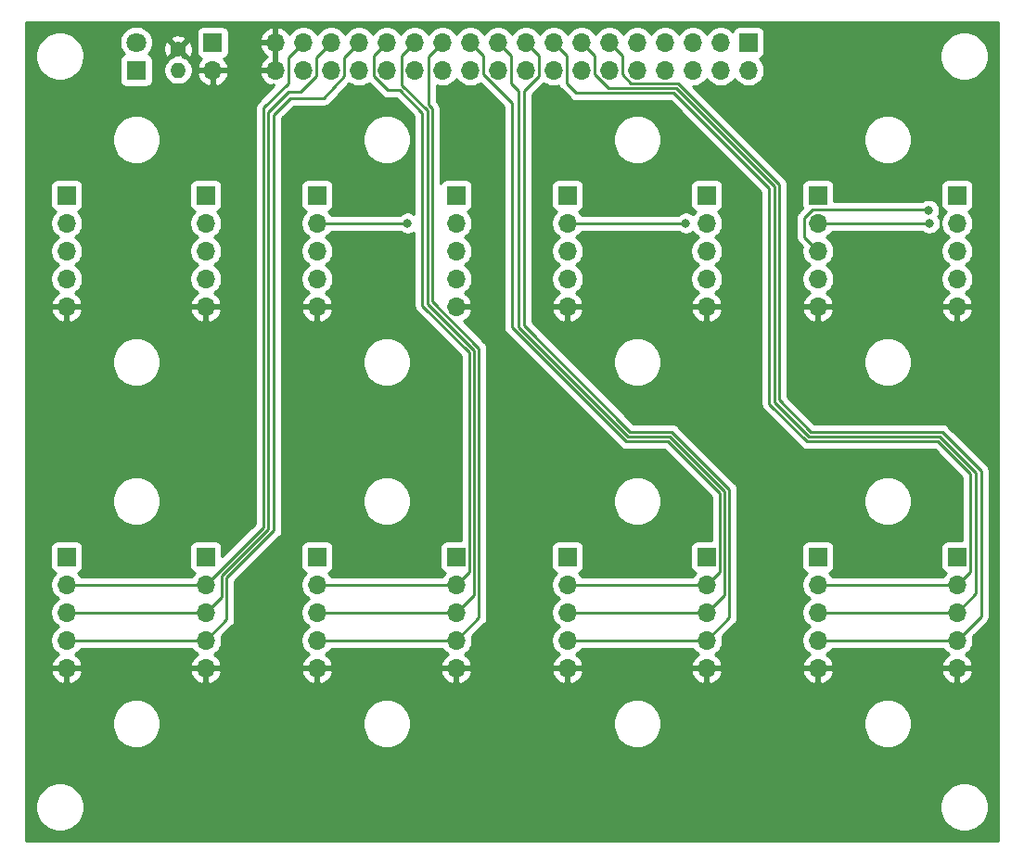
<source format=gbr>
%TF.GenerationSoftware,KiCad,Pcbnew,(5.1.10)-1*%
%TF.CreationDate,2021-11-06T23:29:58+11:00*%
%TF.ProjectId,pannel_subboard,70616e6e-656c-45f7-9375-62626f617264,rev?*%
%TF.SameCoordinates,Original*%
%TF.FileFunction,Copper,L2,Bot*%
%TF.FilePolarity,Positive*%
%FSLAX46Y46*%
G04 Gerber Fmt 4.6, Leading zero omitted, Abs format (unit mm)*
G04 Created by KiCad (PCBNEW (5.1.10)-1) date 2021-11-06 23:29:58*
%MOMM*%
%LPD*%
G01*
G04 APERTURE LIST*
%TA.AperFunction,ComponentPad*%
%ADD10R,1.700000X1.700000*%
%TD*%
%TA.AperFunction,ComponentPad*%
%ADD11O,1.700000X1.700000*%
%TD*%
%TA.AperFunction,ComponentPad*%
%ADD12C,1.400000*%
%TD*%
%TA.AperFunction,ComponentPad*%
%ADD13O,1.400000X1.400000*%
%TD*%
%TA.AperFunction,ComponentPad*%
%ADD14R,1.800000X1.800000*%
%TD*%
%TA.AperFunction,ComponentPad*%
%ADD15C,1.800000*%
%TD*%
%TA.AperFunction,ViaPad*%
%ADD16C,0.800000*%
%TD*%
%TA.AperFunction,Conductor*%
%ADD17C,0.250000*%
%TD*%
%TA.AperFunction,Conductor*%
%ADD18C,0.254000*%
%TD*%
%TA.AperFunction,Conductor*%
%ADD19C,0.100000*%
%TD*%
G04 APERTURE END LIST*
D10*
%TO.P,J18,1*%
%TO.N,VCC*%
X145415000Y-107365000D03*
D11*
%TO.P,J18,2*%
%TO.N,SW8-A*%
X145415000Y-109905000D03*
%TO.P,J18,3*%
%TO.N,SW8-B*%
X145415000Y-112445000D03*
%TO.P,J18,4*%
%TO.N,SW8-C*%
X145415000Y-114985000D03*
%TO.P,J18,5*%
%TO.N,GND*%
X145415000Y-117525000D03*
%TD*%
D10*
%TO.P,J17,1*%
%TO.N,VCC*%
X99695000Y-107365000D03*
D11*
%TO.P,J17,2*%
%TO.N,SW6-A*%
X99695000Y-109905000D03*
%TO.P,J17,3*%
%TO.N,SW6-B*%
X99695000Y-112445000D03*
%TO.P,J17,4*%
%TO.N,SW6-C*%
X99695000Y-114985000D03*
%TO.P,J17,5*%
%TO.N,GND*%
X99695000Y-117525000D03*
%TD*%
D10*
%TO.P,J16,1*%
%TO.N,VCC*%
X145415000Y-74345000D03*
D11*
%TO.P,J16,2*%
%TO.N,SW4-A*%
X145415000Y-76885000D03*
%TO.P,J16,3*%
%TO.N,SW4-B*%
X145415000Y-79425000D03*
%TO.P,J16,4*%
%TO.N,SW4-C*%
X145415000Y-81965000D03*
%TO.P,J16,5*%
%TO.N,GND*%
X145415000Y-84505000D03*
%TD*%
D10*
%TO.P,J15,1*%
%TO.N,VCC*%
X99695000Y-74345000D03*
D11*
%TO.P,J15,2*%
%TO.N,SW2-A*%
X99695000Y-76885000D03*
%TO.P,J15,3*%
%TO.N,SW2-B*%
X99695000Y-79425000D03*
%TO.P,J15,4*%
%TO.N,SW2-C*%
X99695000Y-81965000D03*
%TO.P,J15,5*%
%TO.N,GND*%
X99695000Y-84505000D03*
%TD*%
D10*
%TO.P,J14,1*%
%TO.N,VCC*%
X122555000Y-107365000D03*
D11*
%TO.P,J14,2*%
%TO.N,SW7-A*%
X122555000Y-109905000D03*
%TO.P,J14,3*%
%TO.N,SW7-B*%
X122555000Y-112445000D03*
%TO.P,J14,4*%
%TO.N,SW7-C*%
X122555000Y-114985000D03*
%TO.P,J14,5*%
%TO.N,GND*%
X122555000Y-117525000D03*
%TD*%
D10*
%TO.P,J13,1*%
%TO.N,VCC*%
X76835000Y-107365000D03*
D11*
%TO.P,J13,2*%
%TO.N,SW5-A*%
X76835000Y-109905000D03*
%TO.P,J13,3*%
%TO.N,SW5-B*%
X76835000Y-112445000D03*
%TO.P,J13,4*%
%TO.N,SW5-C*%
X76835000Y-114985000D03*
%TO.P,J13,5*%
%TO.N,GND*%
X76835000Y-117525000D03*
%TD*%
D10*
%TO.P,J12,1*%
%TO.N,VCC*%
X122555000Y-74345000D03*
D11*
%TO.P,J12,2*%
%TO.N,SW3-A*%
X122555000Y-76885000D03*
%TO.P,J12,3*%
%TO.N,SW3-B*%
X122555000Y-79425000D03*
%TO.P,J12,4*%
%TO.N,SW3-C*%
X122555000Y-81965000D03*
%TO.P,J12,5*%
%TO.N,GND*%
X122555000Y-84505000D03*
%TD*%
D10*
%TO.P,J11,1*%
%TO.N,VCC*%
X76835000Y-74345000D03*
D11*
%TO.P,J11,2*%
%TO.N,SW1-A*%
X76835000Y-76885000D03*
%TO.P,J11,3*%
%TO.N,SW1-B*%
X76835000Y-79425000D03*
%TO.P,J11,4*%
%TO.N,SW1-C*%
X76835000Y-81965000D03*
%TO.P,J11,5*%
%TO.N,GND*%
X76835000Y-84505000D03*
%TD*%
D10*
%TO.P,J10,1*%
%TO.N,VCC*%
X139065000Y-60375000D03*
D11*
%TO.P,J10,2*%
X139065000Y-62915000D03*
%TO.P,J10,3*%
%TO.N,Net-(J10-Pad3)*%
X136525000Y-60375000D03*
%TO.P,J10,4*%
%TO.N,Net-(J10-Pad4)*%
X136525000Y-62915000D03*
%TO.P,J10,5*%
%TO.N,Net-(J10-Pad5)*%
X133985000Y-60375000D03*
%TO.P,J10,6*%
%TO.N,Net-(J10-Pad6)*%
X133985000Y-62915000D03*
%TO.P,J10,7*%
%TO.N,Net-(J10-Pad7)*%
X131445000Y-60375000D03*
%TO.P,J10,8*%
%TO.N,Net-(J10-Pad8)*%
X131445000Y-62915000D03*
%TO.P,J10,9*%
%TO.N,Net-(J10-Pad9)*%
X128905000Y-60375000D03*
%TO.P,J10,10*%
%TO.N,Net-(J10-Pad10)*%
X128905000Y-62915000D03*
%TO.P,J10,11*%
%TO.N,SW8-C*%
X126365000Y-60375000D03*
%TO.P,J10,12*%
%TO.N,SW4-C*%
X126365000Y-62915000D03*
%TO.P,J10,13*%
%TO.N,SW8-B*%
X123825000Y-60375000D03*
%TO.P,J10,14*%
%TO.N,SW4-B*%
X123825000Y-62915000D03*
%TO.P,J10,15*%
%TO.N,SW8-A*%
X121285000Y-60375000D03*
%TO.P,J10,16*%
%TO.N,SW4-A*%
X121285000Y-62915000D03*
%TO.P,J10,17*%
%TO.N,SW7-C*%
X118745000Y-60375000D03*
%TO.P,J10,18*%
%TO.N,SW3-C*%
X118745000Y-62915000D03*
%TO.P,J10,19*%
%TO.N,SW7-B*%
X116205000Y-60375000D03*
%TO.P,J10,20*%
%TO.N,SW3-B*%
X116205000Y-62915000D03*
%TO.P,J10,21*%
%TO.N,SW7-A*%
X113665000Y-60375000D03*
%TO.P,J10,22*%
%TO.N,SW3-A*%
X113665000Y-62915000D03*
%TO.P,J10,23*%
%TO.N,SW6-C*%
X111125000Y-60375000D03*
%TO.P,J10,24*%
%TO.N,SW2-C*%
X111125000Y-62915000D03*
%TO.P,J10,25*%
%TO.N,SW6-B*%
X108585000Y-60375000D03*
%TO.P,J10,26*%
%TO.N,SW2-B*%
X108585000Y-62915000D03*
%TO.P,J10,27*%
%TO.N,SW6-A*%
X106045000Y-60375000D03*
%TO.P,J10,28*%
%TO.N,SW2-A*%
X106045000Y-62915000D03*
%TO.P,J10,29*%
%TO.N,SW5-C*%
X103505000Y-60375000D03*
%TO.P,J10,30*%
%TO.N,SW1-C*%
X103505000Y-62915000D03*
%TO.P,J10,31*%
%TO.N,SW5-B*%
X100965000Y-60375000D03*
%TO.P,J10,32*%
%TO.N,SW1-B*%
X100965000Y-62915000D03*
%TO.P,J10,33*%
%TO.N,SW5-A*%
X98425000Y-60375000D03*
%TO.P,J10,34*%
%TO.N,SW1-A*%
X98425000Y-62915000D03*
%TO.P,J10,35*%
%TO.N,GND*%
X95885000Y-60375000D03*
%TO.P,J10,36*%
X95885000Y-62915000D03*
%TD*%
D12*
%TO.P,R1,1*%
%TO.N,GND*%
X86995000Y-61010000D03*
D13*
%TO.P,R1,2*%
%TO.N,Net-(D1-Pad1)*%
X86995000Y-62910000D03*
%TD*%
D10*
%TO.P,J9,1*%
%TO.N,VCC*%
X158115000Y-107365000D03*
D11*
%TO.P,J9,2*%
%TO.N,SW8-A*%
X158115000Y-109905000D03*
%TO.P,J9,3*%
%TO.N,SW8-B*%
X158115000Y-112445000D03*
%TO.P,J9,4*%
%TO.N,SW8-C*%
X158115000Y-114985000D03*
%TO.P,J9,5*%
%TO.N,GND*%
X158115000Y-117525000D03*
%TD*%
D10*
%TO.P,J8,1*%
%TO.N,VCC*%
X112395000Y-107365000D03*
D11*
%TO.P,J8,2*%
%TO.N,SW6-A*%
X112395000Y-109905000D03*
%TO.P,J8,3*%
%TO.N,SW6-B*%
X112395000Y-112445000D03*
%TO.P,J8,4*%
%TO.N,SW6-C*%
X112395000Y-114985000D03*
%TO.P,J8,5*%
%TO.N,GND*%
X112395000Y-117525000D03*
%TD*%
D10*
%TO.P,J7,1*%
%TO.N,VCC*%
X158115000Y-74345000D03*
D11*
%TO.P,J7,2*%
%TO.N,SW4-A*%
X158115000Y-76885000D03*
%TO.P,J7,3*%
%TO.N,SW4-B*%
X158115000Y-79425000D03*
%TO.P,J7,4*%
%TO.N,SW4-C*%
X158115000Y-81965000D03*
%TO.P,J7,5*%
%TO.N,GND*%
X158115000Y-84505000D03*
%TD*%
D10*
%TO.P,J6,1*%
%TO.N,VCC*%
X112395000Y-74345000D03*
D11*
%TO.P,J6,2*%
%TO.N,SW2-A*%
X112395000Y-76885000D03*
%TO.P,J6,3*%
%TO.N,SW2-B*%
X112395000Y-79425000D03*
%TO.P,J6,4*%
%TO.N,SW2-C*%
X112395000Y-81965000D03*
%TO.P,J6,5*%
%TO.N,GND*%
X112395000Y-84505000D03*
%TD*%
D10*
%TO.P,J5,1*%
%TO.N,VCC*%
X135255000Y-107365000D03*
D11*
%TO.P,J5,2*%
%TO.N,SW7-A*%
X135255000Y-109905000D03*
%TO.P,J5,3*%
%TO.N,SW7-B*%
X135255000Y-112445000D03*
%TO.P,J5,4*%
%TO.N,SW7-C*%
X135255000Y-114985000D03*
%TO.P,J5,5*%
%TO.N,GND*%
X135255000Y-117525000D03*
%TD*%
D10*
%TO.P,J4,1*%
%TO.N,VCC*%
X89535000Y-107365000D03*
D11*
%TO.P,J4,2*%
%TO.N,SW5-A*%
X89535000Y-109905000D03*
%TO.P,J4,3*%
%TO.N,SW5-B*%
X89535000Y-112445000D03*
%TO.P,J4,4*%
%TO.N,SW5-C*%
X89535000Y-114985000D03*
%TO.P,J4,5*%
%TO.N,GND*%
X89535000Y-117525000D03*
%TD*%
D10*
%TO.P,J3,1*%
%TO.N,VCC*%
X135255000Y-74345000D03*
D11*
%TO.P,J3,2*%
%TO.N,SW3-A*%
X135255000Y-76885000D03*
%TO.P,J3,3*%
%TO.N,SW3-B*%
X135255000Y-79425000D03*
%TO.P,J3,4*%
%TO.N,SW3-C*%
X135255000Y-81965000D03*
%TO.P,J3,5*%
%TO.N,GND*%
X135255000Y-84505000D03*
%TD*%
D10*
%TO.P,J2,1*%
%TO.N,VCC*%
X89535000Y-74345000D03*
D11*
%TO.P,J2,2*%
%TO.N,SW1-A*%
X89535000Y-76885000D03*
%TO.P,J2,3*%
%TO.N,SW1-B*%
X89535000Y-79425000D03*
%TO.P,J2,4*%
%TO.N,SW1-C*%
X89535000Y-81965000D03*
%TO.P,J2,5*%
%TO.N,GND*%
X89535000Y-84505000D03*
%TD*%
D10*
%TO.P,J1,1*%
%TO.N,VCC*%
X90170000Y-60375000D03*
D11*
%TO.P,J1,2*%
%TO.N,GND*%
X90170000Y-62915000D03*
%TD*%
D14*
%TO.P,D1,1*%
%TO.N,Net-(D1-Pad1)*%
X83185000Y-62915000D03*
D15*
%TO.P,D1,2*%
%TO.N,VCC*%
X83185000Y-60375000D03*
%TD*%
D16*
%TO.N,SW3-A*%
X133350000Y-76885000D03*
%TO.N,SW2-A*%
X107950000Y-76885000D03*
%TO.N,SW4-A*%
X155575000Y-76885000D03*
%TO.N,SW4-B*%
X155480001Y-75709999D03*
%TD*%
D17*
%TO.N,SW3-A*%
X133350000Y-76885000D02*
X122555000Y-76885000D01*
%TO.N,SW5-A*%
X89535000Y-109905000D02*
X76835000Y-109905000D01*
X97063599Y-61736401D02*
X98425000Y-60375000D01*
X89535000Y-109902180D02*
X94799989Y-104637191D01*
X97063599Y-64093599D02*
X97063599Y-61736401D01*
X94799989Y-66357209D02*
X97063599Y-64093599D01*
X94799989Y-104637191D02*
X94799989Y-66357209D01*
X89535000Y-109905000D02*
X89535000Y-109902180D01*
%TO.N,SW5-B*%
X76835000Y-112445000D02*
X89535000Y-112445000D01*
X90989989Y-109083600D02*
X90989989Y-110990011D01*
X100965000Y-60375000D02*
X99600001Y-61739999D01*
X95250000Y-66723589D02*
X95250000Y-104823590D01*
X95250000Y-104823590D02*
X90989989Y-109083600D01*
X98157012Y-64921990D02*
X97051599Y-64921990D01*
X97051599Y-64921990D02*
X95250000Y-66723589D01*
X99600001Y-63479001D02*
X98157012Y-64921990D01*
X99600001Y-61739999D02*
X99600001Y-63479001D01*
X90989989Y-110990011D02*
X89535000Y-112445000D01*
%TO.N,SW5-C*%
X89535000Y-114985000D02*
X76835000Y-114985000D01*
X91440000Y-113080000D02*
X89535000Y-114985000D01*
X91440000Y-109270000D02*
X91440000Y-113080000D01*
X97282000Y-65455000D02*
X95758000Y-66979000D01*
X95758000Y-66979000D02*
X95758000Y-104952000D01*
X100330000Y-65455000D02*
X97282000Y-65455000D01*
X95758000Y-104952000D02*
X91440000Y-109270000D01*
X102140001Y-63479001D02*
X100330000Y-65455000D01*
X102140001Y-61739999D02*
X102140001Y-63479001D01*
X103505000Y-60375000D02*
X102140001Y-61739999D01*
%TO.N,SW7-A*%
X122555000Y-109905000D02*
X135255000Y-109905000D01*
X135255000Y-109905000D02*
X136430001Y-108729999D01*
X114840001Y-61550001D02*
X113665000Y-60375000D01*
X136430001Y-108729999D02*
X136430001Y-101557823D01*
X136430001Y-101557823D02*
X131707200Y-96835022D01*
X131707200Y-96835022D02*
X127900022Y-96835022D01*
X127900022Y-96835022D02*
X117475000Y-86410000D01*
X117475000Y-86410000D02*
X117475000Y-65924002D01*
X117475000Y-65924002D02*
X114840001Y-63289003D01*
X114840001Y-63289003D02*
X114840001Y-61550001D01*
%TO.N,SW7-B*%
X135255000Y-112445000D02*
X122555000Y-112445000D01*
X118110000Y-86408590D02*
X118110000Y-64820000D01*
X135255000Y-112445000D02*
X136880012Y-110819988D01*
X118110000Y-64820000D02*
X117380001Y-64090001D01*
X117380001Y-61550001D02*
X116205000Y-60375000D01*
X117380001Y-64090001D02*
X117380001Y-61550001D01*
X136880012Y-101371423D02*
X131893600Y-96385011D01*
X136880012Y-110819988D02*
X136880012Y-101371423D01*
X128086421Y-96385011D02*
X118110000Y-86408590D01*
X131893600Y-96385011D02*
X128086421Y-96385011D01*
%TO.N,SW7-C*%
X122555000Y-114985000D02*
X135255000Y-114985000D01*
X119920001Y-61550001D02*
X118745000Y-60375000D01*
X118560011Y-86222191D02*
X118560011Y-64814991D01*
X132080000Y-95935000D02*
X128272820Y-95935000D01*
X128272820Y-95935000D02*
X118560011Y-86222191D01*
X137330021Y-101185021D02*
X132080000Y-95935000D01*
X119920001Y-63455001D02*
X119920001Y-61550001D01*
X118560011Y-64814991D02*
X119920001Y-63455001D01*
X137330021Y-112909978D02*
X137330021Y-101185021D01*
X135255000Y-114985000D02*
X137330021Y-112909978D01*
%TO.N,SW2-A*%
X107950000Y-76885000D02*
X99695000Y-76885000D01*
%TO.N,SW4-A*%
X155575000Y-76885000D02*
X145415000Y-76885000D01*
%TO.N,SW4-B*%
X145415000Y-79425000D02*
X144145000Y-78155000D01*
X144145000Y-76415998D02*
X144945998Y-75615000D01*
X144145000Y-78155000D02*
X144145000Y-76415998D01*
X155385002Y-75615000D02*
X155480001Y-75709999D01*
X144945998Y-75615000D02*
X155385002Y-75615000D01*
%TO.N,SW6-A*%
X104869999Y-63479001D02*
X104869999Y-61550001D01*
X104869999Y-61550001D02*
X106045000Y-60375000D01*
X106127999Y-64737001D02*
X104869999Y-63479001D01*
X107232001Y-64737001D02*
X106127999Y-64737001D01*
X109301588Y-66806588D02*
X107232001Y-64737001D01*
X109301588Y-84423412D02*
X109301588Y-66806588D01*
X113570001Y-88691825D02*
X109301588Y-84423412D01*
X113570001Y-108729999D02*
X113570001Y-88691825D01*
X112395000Y-109905000D02*
X113570001Y-108729999D01*
X99695000Y-109905000D02*
X112395000Y-109905000D01*
%TO.N,SW6-B*%
X114020012Y-88505425D02*
X109751599Y-84237012D01*
X107409999Y-61550001D02*
X108585000Y-60375000D01*
X112395000Y-112445000D02*
X114020012Y-110819988D01*
X109751599Y-66620188D02*
X107409999Y-64278588D01*
X107409999Y-64278588D02*
X107409999Y-61550001D01*
X109751599Y-84237012D02*
X109751599Y-66620188D01*
X114020012Y-110819988D02*
X114020012Y-88505425D01*
X112395000Y-112445000D02*
X99695000Y-112445000D01*
%TO.N,SW6-C*%
X109855000Y-61645000D02*
X111125000Y-60375000D01*
X114470023Y-112909977D02*
X114470023Y-88319025D01*
X109855000Y-66087178D02*
X109855000Y-61645000D01*
X110201610Y-66433788D02*
X109855000Y-66087178D01*
X110201610Y-84050612D02*
X110201610Y-66433788D01*
X114470023Y-88319025D02*
X110201610Y-84050612D01*
X112395000Y-114985000D02*
X114470023Y-112909977D01*
X99695000Y-114985000D02*
X112395000Y-114985000D01*
%TO.N,SW8-A*%
X145415000Y-109905000D02*
X158115000Y-109905000D01*
X159290001Y-108729999D02*
X158115000Y-109905000D01*
X159290001Y-99757781D02*
X159290001Y-108729999D01*
X140968590Y-93396410D02*
X144407200Y-96835022D01*
X144407200Y-96835022D02*
X156367242Y-96835022D01*
X121285000Y-60375000D02*
X122460001Y-61550001D01*
X156367242Y-96835022D02*
X159290001Y-99757781D01*
X122460001Y-61550001D02*
X122460001Y-64090001D01*
X122460001Y-64090001D02*
X123360023Y-64990023D01*
X123360023Y-64990023D02*
X132250023Y-64990023D01*
X132250023Y-64990023D02*
X140968590Y-73708590D01*
X140968590Y-73708590D02*
X140968590Y-93396410D01*
%TO.N,SW8-B*%
X158115000Y-112445000D02*
X145415000Y-112445000D01*
X144593600Y-96385011D02*
X156553641Y-96385011D01*
X141418601Y-93210012D02*
X144593600Y-96385011D01*
X141418601Y-73522190D02*
X141418601Y-93210012D01*
X159835009Y-99666379D02*
X159835009Y-110724991D01*
X159835009Y-110724991D02*
X158115000Y-112445000D01*
X132436423Y-64540012D02*
X141418601Y-73522190D01*
X125000001Y-63289003D02*
X126251010Y-64540012D01*
X125000001Y-61550001D02*
X125000001Y-63289003D01*
X123825000Y-60375000D02*
X125000001Y-61550001D01*
X126251010Y-64540012D02*
X132436423Y-64540012D01*
X156553641Y-96385011D02*
X159835009Y-99666379D01*
%TO.N,SW8-C*%
X145415000Y-114985000D02*
X158115000Y-114985000D01*
X127540001Y-61550001D02*
X127540001Y-63289003D01*
X127540001Y-63289003D02*
X128340999Y-64090001D01*
X126365000Y-60375000D02*
X127540001Y-61550001D01*
X160285020Y-112814980D02*
X158115000Y-114985000D01*
X128340999Y-64090001D02*
X132622823Y-64090001D01*
X141868612Y-73335790D02*
X141868612Y-93023612D01*
X141868612Y-93023612D02*
X144780000Y-95935000D01*
X144780000Y-95935000D02*
X156740041Y-95935000D01*
X160285020Y-99479979D02*
X160285020Y-112814980D01*
X132622823Y-64090001D02*
X141868612Y-73335790D01*
X156740041Y-95935000D02*
X160285020Y-99479979D01*
%TD*%
D18*
%TO.N,GND*%
X161850001Y-58544881D02*
X161850000Y-133310119D01*
X73100000Y-133324882D01*
X73100000Y-130004872D01*
X73965000Y-130004872D01*
X73965000Y-130445128D01*
X74050890Y-130876925D01*
X74219369Y-131283669D01*
X74463962Y-131649729D01*
X74775271Y-131961038D01*
X75141331Y-132205631D01*
X75548075Y-132374110D01*
X75979872Y-132460000D01*
X76420128Y-132460000D01*
X76851925Y-132374110D01*
X77258669Y-132205631D01*
X77624729Y-131961038D01*
X77936038Y-131649729D01*
X78180631Y-131283669D01*
X78349110Y-130876925D01*
X78435000Y-130445128D01*
X78435000Y-130004872D01*
X156515000Y-130004872D01*
X156515000Y-130445128D01*
X156600890Y-130876925D01*
X156769369Y-131283669D01*
X157013962Y-131649729D01*
X157325271Y-131961038D01*
X157691331Y-132205631D01*
X158098075Y-132374110D01*
X158529872Y-132460000D01*
X158970128Y-132460000D01*
X159401925Y-132374110D01*
X159808669Y-132205631D01*
X160174729Y-131961038D01*
X160486038Y-131649729D01*
X160730631Y-131283669D01*
X160899110Y-130876925D01*
X160985000Y-130445128D01*
X160985000Y-130004872D01*
X160899110Y-129573075D01*
X160730631Y-129166331D01*
X160486038Y-128800271D01*
X160174729Y-128488962D01*
X159808669Y-128244369D01*
X159401925Y-128075890D01*
X158970128Y-127990000D01*
X158529872Y-127990000D01*
X158098075Y-128075890D01*
X157691331Y-128244369D01*
X157325271Y-128488962D01*
X157013962Y-128800271D01*
X156769369Y-129166331D01*
X156600890Y-129573075D01*
X156515000Y-130004872D01*
X78435000Y-130004872D01*
X78349110Y-129573075D01*
X78180631Y-129166331D01*
X77936038Y-128800271D01*
X77624729Y-128488962D01*
X77258669Y-128244369D01*
X76851925Y-128075890D01*
X76420128Y-127990000D01*
X75979872Y-127990000D01*
X75548075Y-128075890D01*
X75141331Y-128244369D01*
X74775271Y-128488962D01*
X74463962Y-128800271D01*
X74219369Y-129166331D01*
X74050890Y-129573075D01*
X73965000Y-130004872D01*
X73100000Y-130004872D01*
X73100000Y-122384872D01*
X80950000Y-122384872D01*
X80950000Y-122825128D01*
X81035890Y-123256925D01*
X81204369Y-123663669D01*
X81448962Y-124029729D01*
X81760271Y-124341038D01*
X82126331Y-124585631D01*
X82533075Y-124754110D01*
X82964872Y-124840000D01*
X83405128Y-124840000D01*
X83836925Y-124754110D01*
X84243669Y-124585631D01*
X84609729Y-124341038D01*
X84921038Y-124029729D01*
X85165631Y-123663669D01*
X85334110Y-123256925D01*
X85420000Y-122825128D01*
X85420000Y-122384872D01*
X103810000Y-122384872D01*
X103810000Y-122825128D01*
X103895890Y-123256925D01*
X104064369Y-123663669D01*
X104308962Y-124029729D01*
X104620271Y-124341038D01*
X104986331Y-124585631D01*
X105393075Y-124754110D01*
X105824872Y-124840000D01*
X106265128Y-124840000D01*
X106696925Y-124754110D01*
X107103669Y-124585631D01*
X107469729Y-124341038D01*
X107781038Y-124029729D01*
X108025631Y-123663669D01*
X108194110Y-123256925D01*
X108280000Y-122825128D01*
X108280000Y-122384872D01*
X126670000Y-122384872D01*
X126670000Y-122825128D01*
X126755890Y-123256925D01*
X126924369Y-123663669D01*
X127168962Y-124029729D01*
X127480271Y-124341038D01*
X127846331Y-124585631D01*
X128253075Y-124754110D01*
X128684872Y-124840000D01*
X129125128Y-124840000D01*
X129556925Y-124754110D01*
X129963669Y-124585631D01*
X130329729Y-124341038D01*
X130641038Y-124029729D01*
X130885631Y-123663669D01*
X131054110Y-123256925D01*
X131140000Y-122825128D01*
X131140000Y-122384872D01*
X149530000Y-122384872D01*
X149530000Y-122825128D01*
X149615890Y-123256925D01*
X149784369Y-123663669D01*
X150028962Y-124029729D01*
X150340271Y-124341038D01*
X150706331Y-124585631D01*
X151113075Y-124754110D01*
X151544872Y-124840000D01*
X151985128Y-124840000D01*
X152416925Y-124754110D01*
X152823669Y-124585631D01*
X153189729Y-124341038D01*
X153501038Y-124029729D01*
X153745631Y-123663669D01*
X153914110Y-123256925D01*
X154000000Y-122825128D01*
X154000000Y-122384872D01*
X153914110Y-121953075D01*
X153745631Y-121546331D01*
X153501038Y-121180271D01*
X153189729Y-120868962D01*
X152823669Y-120624369D01*
X152416925Y-120455890D01*
X151985128Y-120370000D01*
X151544872Y-120370000D01*
X151113075Y-120455890D01*
X150706331Y-120624369D01*
X150340271Y-120868962D01*
X150028962Y-121180271D01*
X149784369Y-121546331D01*
X149615890Y-121953075D01*
X149530000Y-122384872D01*
X131140000Y-122384872D01*
X131054110Y-121953075D01*
X130885631Y-121546331D01*
X130641038Y-121180271D01*
X130329729Y-120868962D01*
X129963669Y-120624369D01*
X129556925Y-120455890D01*
X129125128Y-120370000D01*
X128684872Y-120370000D01*
X128253075Y-120455890D01*
X127846331Y-120624369D01*
X127480271Y-120868962D01*
X127168962Y-121180271D01*
X126924369Y-121546331D01*
X126755890Y-121953075D01*
X126670000Y-122384872D01*
X108280000Y-122384872D01*
X108194110Y-121953075D01*
X108025631Y-121546331D01*
X107781038Y-121180271D01*
X107469729Y-120868962D01*
X107103669Y-120624369D01*
X106696925Y-120455890D01*
X106265128Y-120370000D01*
X105824872Y-120370000D01*
X105393075Y-120455890D01*
X104986331Y-120624369D01*
X104620271Y-120868962D01*
X104308962Y-121180271D01*
X104064369Y-121546331D01*
X103895890Y-121953075D01*
X103810000Y-122384872D01*
X85420000Y-122384872D01*
X85334110Y-121953075D01*
X85165631Y-121546331D01*
X84921038Y-121180271D01*
X84609729Y-120868962D01*
X84243669Y-120624369D01*
X83836925Y-120455890D01*
X83405128Y-120370000D01*
X82964872Y-120370000D01*
X82533075Y-120455890D01*
X82126331Y-120624369D01*
X81760271Y-120868962D01*
X81448962Y-121180271D01*
X81204369Y-121546331D01*
X81035890Y-121953075D01*
X80950000Y-122384872D01*
X73100000Y-122384872D01*
X73100000Y-117881890D01*
X75393524Y-117881890D01*
X75438175Y-118029099D01*
X75563359Y-118291920D01*
X75737412Y-118525269D01*
X75953645Y-118720178D01*
X76203748Y-118869157D01*
X76478109Y-118966481D01*
X76708000Y-118845814D01*
X76708000Y-117652000D01*
X76962000Y-117652000D01*
X76962000Y-118845814D01*
X77191891Y-118966481D01*
X77466252Y-118869157D01*
X77716355Y-118720178D01*
X77932588Y-118525269D01*
X78106641Y-118291920D01*
X78231825Y-118029099D01*
X78276476Y-117881890D01*
X88093524Y-117881890D01*
X88138175Y-118029099D01*
X88263359Y-118291920D01*
X88437412Y-118525269D01*
X88653645Y-118720178D01*
X88903748Y-118869157D01*
X89178109Y-118966481D01*
X89408000Y-118845814D01*
X89408000Y-117652000D01*
X89662000Y-117652000D01*
X89662000Y-118845814D01*
X89891891Y-118966481D01*
X90166252Y-118869157D01*
X90416355Y-118720178D01*
X90632588Y-118525269D01*
X90806641Y-118291920D01*
X90931825Y-118029099D01*
X90976476Y-117881890D01*
X98253524Y-117881890D01*
X98298175Y-118029099D01*
X98423359Y-118291920D01*
X98597412Y-118525269D01*
X98813645Y-118720178D01*
X99063748Y-118869157D01*
X99338109Y-118966481D01*
X99568000Y-118845814D01*
X99568000Y-117652000D01*
X99822000Y-117652000D01*
X99822000Y-118845814D01*
X100051891Y-118966481D01*
X100326252Y-118869157D01*
X100576355Y-118720178D01*
X100792588Y-118525269D01*
X100966641Y-118291920D01*
X101091825Y-118029099D01*
X101136476Y-117881890D01*
X110953524Y-117881890D01*
X110998175Y-118029099D01*
X111123359Y-118291920D01*
X111297412Y-118525269D01*
X111513645Y-118720178D01*
X111763748Y-118869157D01*
X112038109Y-118966481D01*
X112268000Y-118845814D01*
X112268000Y-117652000D01*
X112522000Y-117652000D01*
X112522000Y-118845814D01*
X112751891Y-118966481D01*
X113026252Y-118869157D01*
X113276355Y-118720178D01*
X113492588Y-118525269D01*
X113666641Y-118291920D01*
X113791825Y-118029099D01*
X113836476Y-117881890D01*
X121113524Y-117881890D01*
X121158175Y-118029099D01*
X121283359Y-118291920D01*
X121457412Y-118525269D01*
X121673645Y-118720178D01*
X121923748Y-118869157D01*
X122198109Y-118966481D01*
X122428000Y-118845814D01*
X122428000Y-117652000D01*
X122682000Y-117652000D01*
X122682000Y-118845814D01*
X122911891Y-118966481D01*
X123186252Y-118869157D01*
X123436355Y-118720178D01*
X123652588Y-118525269D01*
X123826641Y-118291920D01*
X123951825Y-118029099D01*
X123996476Y-117881890D01*
X133813524Y-117881890D01*
X133858175Y-118029099D01*
X133983359Y-118291920D01*
X134157412Y-118525269D01*
X134373645Y-118720178D01*
X134623748Y-118869157D01*
X134898109Y-118966481D01*
X135128000Y-118845814D01*
X135128000Y-117652000D01*
X135382000Y-117652000D01*
X135382000Y-118845814D01*
X135611891Y-118966481D01*
X135886252Y-118869157D01*
X136136355Y-118720178D01*
X136352588Y-118525269D01*
X136526641Y-118291920D01*
X136651825Y-118029099D01*
X136696476Y-117881890D01*
X143973524Y-117881890D01*
X144018175Y-118029099D01*
X144143359Y-118291920D01*
X144317412Y-118525269D01*
X144533645Y-118720178D01*
X144783748Y-118869157D01*
X145058109Y-118966481D01*
X145288000Y-118845814D01*
X145288000Y-117652000D01*
X145542000Y-117652000D01*
X145542000Y-118845814D01*
X145771891Y-118966481D01*
X146046252Y-118869157D01*
X146296355Y-118720178D01*
X146512588Y-118525269D01*
X146686641Y-118291920D01*
X146811825Y-118029099D01*
X146856476Y-117881890D01*
X156673524Y-117881890D01*
X156718175Y-118029099D01*
X156843359Y-118291920D01*
X157017412Y-118525269D01*
X157233645Y-118720178D01*
X157483748Y-118869157D01*
X157758109Y-118966481D01*
X157988000Y-118845814D01*
X157988000Y-117652000D01*
X158242000Y-117652000D01*
X158242000Y-118845814D01*
X158471891Y-118966481D01*
X158746252Y-118869157D01*
X158996355Y-118720178D01*
X159212588Y-118525269D01*
X159386641Y-118291920D01*
X159511825Y-118029099D01*
X159556476Y-117881890D01*
X159435155Y-117652000D01*
X158242000Y-117652000D01*
X157988000Y-117652000D01*
X156794845Y-117652000D01*
X156673524Y-117881890D01*
X146856476Y-117881890D01*
X146735155Y-117652000D01*
X145542000Y-117652000D01*
X145288000Y-117652000D01*
X144094845Y-117652000D01*
X143973524Y-117881890D01*
X136696476Y-117881890D01*
X136575155Y-117652000D01*
X135382000Y-117652000D01*
X135128000Y-117652000D01*
X133934845Y-117652000D01*
X133813524Y-117881890D01*
X123996476Y-117881890D01*
X123875155Y-117652000D01*
X122682000Y-117652000D01*
X122428000Y-117652000D01*
X121234845Y-117652000D01*
X121113524Y-117881890D01*
X113836476Y-117881890D01*
X113715155Y-117652000D01*
X112522000Y-117652000D01*
X112268000Y-117652000D01*
X111074845Y-117652000D01*
X110953524Y-117881890D01*
X101136476Y-117881890D01*
X101015155Y-117652000D01*
X99822000Y-117652000D01*
X99568000Y-117652000D01*
X98374845Y-117652000D01*
X98253524Y-117881890D01*
X90976476Y-117881890D01*
X90855155Y-117652000D01*
X89662000Y-117652000D01*
X89408000Y-117652000D01*
X88214845Y-117652000D01*
X88093524Y-117881890D01*
X78276476Y-117881890D01*
X78155155Y-117652000D01*
X76962000Y-117652000D01*
X76708000Y-117652000D01*
X75514845Y-117652000D01*
X75393524Y-117881890D01*
X73100000Y-117881890D01*
X73100000Y-106515000D01*
X75346928Y-106515000D01*
X75346928Y-108215000D01*
X75359188Y-108339482D01*
X75395498Y-108459180D01*
X75454463Y-108569494D01*
X75533815Y-108666185D01*
X75630506Y-108745537D01*
X75740820Y-108804502D01*
X75813380Y-108826513D01*
X75681525Y-108958368D01*
X75519010Y-109201589D01*
X75407068Y-109471842D01*
X75350000Y-109758740D01*
X75350000Y-110051260D01*
X75407068Y-110338158D01*
X75519010Y-110608411D01*
X75681525Y-110851632D01*
X75888368Y-111058475D01*
X76062760Y-111175000D01*
X75888368Y-111291525D01*
X75681525Y-111498368D01*
X75519010Y-111741589D01*
X75407068Y-112011842D01*
X75350000Y-112298740D01*
X75350000Y-112591260D01*
X75407068Y-112878158D01*
X75519010Y-113148411D01*
X75681525Y-113391632D01*
X75888368Y-113598475D01*
X76062760Y-113715000D01*
X75888368Y-113831525D01*
X75681525Y-114038368D01*
X75519010Y-114281589D01*
X75407068Y-114551842D01*
X75350000Y-114838740D01*
X75350000Y-115131260D01*
X75407068Y-115418158D01*
X75519010Y-115688411D01*
X75681525Y-115931632D01*
X75888368Y-116138475D01*
X76070534Y-116260195D01*
X75953645Y-116329822D01*
X75737412Y-116524731D01*
X75563359Y-116758080D01*
X75438175Y-117020901D01*
X75393524Y-117168110D01*
X75514845Y-117398000D01*
X76708000Y-117398000D01*
X76708000Y-117378000D01*
X76962000Y-117378000D01*
X76962000Y-117398000D01*
X78155155Y-117398000D01*
X78276476Y-117168110D01*
X78231825Y-117020901D01*
X78106641Y-116758080D01*
X77932588Y-116524731D01*
X77716355Y-116329822D01*
X77599466Y-116260195D01*
X77781632Y-116138475D01*
X77988475Y-115931632D01*
X78113178Y-115745000D01*
X88256822Y-115745000D01*
X88381525Y-115931632D01*
X88588368Y-116138475D01*
X88770534Y-116260195D01*
X88653645Y-116329822D01*
X88437412Y-116524731D01*
X88263359Y-116758080D01*
X88138175Y-117020901D01*
X88093524Y-117168110D01*
X88214845Y-117398000D01*
X89408000Y-117398000D01*
X89408000Y-117378000D01*
X89662000Y-117378000D01*
X89662000Y-117398000D01*
X90855155Y-117398000D01*
X90976476Y-117168110D01*
X90931825Y-117020901D01*
X90806641Y-116758080D01*
X90632588Y-116524731D01*
X90416355Y-116329822D01*
X90299466Y-116260195D01*
X90481632Y-116138475D01*
X90688475Y-115931632D01*
X90850990Y-115688411D01*
X90962932Y-115418158D01*
X91020000Y-115131260D01*
X91020000Y-114838740D01*
X90976209Y-114618592D01*
X91951003Y-113643799D01*
X91980001Y-113620001D01*
X92074974Y-113504276D01*
X92145546Y-113372247D01*
X92189003Y-113228986D01*
X92200000Y-113117333D01*
X92200000Y-113117323D01*
X92203676Y-113080000D01*
X92200000Y-113042677D01*
X92200000Y-109584801D01*
X96269003Y-105515799D01*
X96298001Y-105492001D01*
X96392974Y-105376276D01*
X96463546Y-105244247D01*
X96507003Y-105100986D01*
X96518000Y-104989333D01*
X96518000Y-104989324D01*
X96521676Y-104952001D01*
X96518000Y-104914678D01*
X96518000Y-102064872D01*
X103810000Y-102064872D01*
X103810000Y-102505128D01*
X103895890Y-102936925D01*
X104064369Y-103343669D01*
X104308962Y-103709729D01*
X104620271Y-104021038D01*
X104986331Y-104265631D01*
X105393075Y-104434110D01*
X105824872Y-104520000D01*
X106265128Y-104520000D01*
X106696925Y-104434110D01*
X107103669Y-104265631D01*
X107469729Y-104021038D01*
X107781038Y-103709729D01*
X108025631Y-103343669D01*
X108194110Y-102936925D01*
X108280000Y-102505128D01*
X108280000Y-102064872D01*
X108194110Y-101633075D01*
X108025631Y-101226331D01*
X107781038Y-100860271D01*
X107469729Y-100548962D01*
X107103669Y-100304369D01*
X106696925Y-100135890D01*
X106265128Y-100050000D01*
X105824872Y-100050000D01*
X105393075Y-100135890D01*
X104986331Y-100304369D01*
X104620271Y-100548962D01*
X104308962Y-100860271D01*
X104064369Y-101226331D01*
X103895890Y-101633075D01*
X103810000Y-102064872D01*
X96518000Y-102064872D01*
X96518000Y-89364872D01*
X103810000Y-89364872D01*
X103810000Y-89805128D01*
X103895890Y-90236925D01*
X104064369Y-90643669D01*
X104308962Y-91009729D01*
X104620271Y-91321038D01*
X104986331Y-91565631D01*
X105393075Y-91734110D01*
X105824872Y-91820000D01*
X106265128Y-91820000D01*
X106696925Y-91734110D01*
X107103669Y-91565631D01*
X107469729Y-91321038D01*
X107781038Y-91009729D01*
X108025631Y-90643669D01*
X108194110Y-90236925D01*
X108280000Y-89805128D01*
X108280000Y-89364872D01*
X108194110Y-88933075D01*
X108025631Y-88526331D01*
X107781038Y-88160271D01*
X107469729Y-87848962D01*
X107103669Y-87604369D01*
X106696925Y-87435890D01*
X106265128Y-87350000D01*
X105824872Y-87350000D01*
X105393075Y-87435890D01*
X104986331Y-87604369D01*
X104620271Y-87848962D01*
X104308962Y-88160271D01*
X104064369Y-88526331D01*
X103895890Y-88933075D01*
X103810000Y-89364872D01*
X96518000Y-89364872D01*
X96518000Y-84861890D01*
X98253524Y-84861890D01*
X98298175Y-85009099D01*
X98423359Y-85271920D01*
X98597412Y-85505269D01*
X98813645Y-85700178D01*
X99063748Y-85849157D01*
X99338109Y-85946481D01*
X99568000Y-85825814D01*
X99568000Y-84632000D01*
X99822000Y-84632000D01*
X99822000Y-85825814D01*
X100051891Y-85946481D01*
X100326252Y-85849157D01*
X100576355Y-85700178D01*
X100792588Y-85505269D01*
X100966641Y-85271920D01*
X101091825Y-85009099D01*
X101136476Y-84861890D01*
X101015155Y-84632000D01*
X99822000Y-84632000D01*
X99568000Y-84632000D01*
X98374845Y-84632000D01*
X98253524Y-84861890D01*
X96518000Y-84861890D01*
X96518000Y-69044872D01*
X103810000Y-69044872D01*
X103810000Y-69485128D01*
X103895890Y-69916925D01*
X104064369Y-70323669D01*
X104308962Y-70689729D01*
X104620271Y-71001038D01*
X104986331Y-71245631D01*
X105393075Y-71414110D01*
X105824872Y-71500000D01*
X106265128Y-71500000D01*
X106696925Y-71414110D01*
X107103669Y-71245631D01*
X107469729Y-71001038D01*
X107781038Y-70689729D01*
X108025631Y-70323669D01*
X108194110Y-69916925D01*
X108280000Y-69485128D01*
X108280000Y-69044872D01*
X108194110Y-68613075D01*
X108025631Y-68206331D01*
X107781038Y-67840271D01*
X107469729Y-67528962D01*
X107103669Y-67284369D01*
X106696925Y-67115890D01*
X106265128Y-67030000D01*
X105824872Y-67030000D01*
X105393075Y-67115890D01*
X104986331Y-67284369D01*
X104620271Y-67528962D01*
X104308962Y-67840271D01*
X104064369Y-68206331D01*
X103895890Y-68613075D01*
X103810000Y-69044872D01*
X96518000Y-69044872D01*
X96518000Y-67293801D01*
X97596803Y-66215000D01*
X100309358Y-66215000D01*
X100363451Y-66217943D01*
X100421042Y-66209710D01*
X100478986Y-66204003D01*
X100495049Y-66199130D01*
X100511651Y-66196757D01*
X100566527Y-66177448D01*
X100622247Y-66160546D01*
X100637048Y-66152634D01*
X100652871Y-66147067D01*
X100702941Y-66117413D01*
X100754276Y-66089974D01*
X100767247Y-66079329D01*
X100781682Y-66070780D01*
X100825002Y-66031931D01*
X100870001Y-65995001D01*
X100904384Y-65953105D01*
X102603233Y-64098453D01*
X102801589Y-64230990D01*
X103071842Y-64342932D01*
X103358740Y-64400000D01*
X103651260Y-64400000D01*
X103938158Y-64342932D01*
X104208411Y-64230990D01*
X104411492Y-64095295D01*
X105564199Y-65248003D01*
X105587998Y-65277002D01*
X105703723Y-65371975D01*
X105835752Y-65442547D01*
X105979013Y-65486004D01*
X106090666Y-65497001D01*
X106090674Y-65497001D01*
X106127999Y-65500677D01*
X106165324Y-65497001D01*
X106917200Y-65497001D01*
X108541589Y-67121391D01*
X108541588Y-76035503D01*
X108440256Y-75967795D01*
X108251898Y-75889774D01*
X108051939Y-75850000D01*
X107848061Y-75850000D01*
X107648102Y-75889774D01*
X107459744Y-75967795D01*
X107290226Y-76081063D01*
X107246289Y-76125000D01*
X100973178Y-76125000D01*
X100848475Y-75938368D01*
X100716620Y-75806513D01*
X100789180Y-75784502D01*
X100899494Y-75725537D01*
X100996185Y-75646185D01*
X101075537Y-75549494D01*
X101134502Y-75439180D01*
X101170812Y-75319482D01*
X101183072Y-75195000D01*
X101183072Y-73495000D01*
X101170812Y-73370518D01*
X101134502Y-73250820D01*
X101075537Y-73140506D01*
X100996185Y-73043815D01*
X100899494Y-72964463D01*
X100789180Y-72905498D01*
X100669482Y-72869188D01*
X100545000Y-72856928D01*
X98845000Y-72856928D01*
X98720518Y-72869188D01*
X98600820Y-72905498D01*
X98490506Y-72964463D01*
X98393815Y-73043815D01*
X98314463Y-73140506D01*
X98255498Y-73250820D01*
X98219188Y-73370518D01*
X98206928Y-73495000D01*
X98206928Y-75195000D01*
X98219188Y-75319482D01*
X98255498Y-75439180D01*
X98314463Y-75549494D01*
X98393815Y-75646185D01*
X98490506Y-75725537D01*
X98600820Y-75784502D01*
X98673380Y-75806513D01*
X98541525Y-75938368D01*
X98379010Y-76181589D01*
X98267068Y-76451842D01*
X98210000Y-76738740D01*
X98210000Y-77031260D01*
X98267068Y-77318158D01*
X98379010Y-77588411D01*
X98541525Y-77831632D01*
X98748368Y-78038475D01*
X98922760Y-78155000D01*
X98748368Y-78271525D01*
X98541525Y-78478368D01*
X98379010Y-78721589D01*
X98267068Y-78991842D01*
X98210000Y-79278740D01*
X98210000Y-79571260D01*
X98267068Y-79858158D01*
X98379010Y-80128411D01*
X98541525Y-80371632D01*
X98748368Y-80578475D01*
X98922760Y-80695000D01*
X98748368Y-80811525D01*
X98541525Y-81018368D01*
X98379010Y-81261589D01*
X98267068Y-81531842D01*
X98210000Y-81818740D01*
X98210000Y-82111260D01*
X98267068Y-82398158D01*
X98379010Y-82668411D01*
X98541525Y-82911632D01*
X98748368Y-83118475D01*
X98930534Y-83240195D01*
X98813645Y-83309822D01*
X98597412Y-83504731D01*
X98423359Y-83738080D01*
X98298175Y-84000901D01*
X98253524Y-84148110D01*
X98374845Y-84378000D01*
X99568000Y-84378000D01*
X99568000Y-84358000D01*
X99822000Y-84358000D01*
X99822000Y-84378000D01*
X101015155Y-84378000D01*
X101136476Y-84148110D01*
X101091825Y-84000901D01*
X100966641Y-83738080D01*
X100792588Y-83504731D01*
X100576355Y-83309822D01*
X100459466Y-83240195D01*
X100641632Y-83118475D01*
X100848475Y-82911632D01*
X101010990Y-82668411D01*
X101122932Y-82398158D01*
X101180000Y-82111260D01*
X101180000Y-81818740D01*
X101122932Y-81531842D01*
X101010990Y-81261589D01*
X100848475Y-81018368D01*
X100641632Y-80811525D01*
X100467240Y-80695000D01*
X100641632Y-80578475D01*
X100848475Y-80371632D01*
X101010990Y-80128411D01*
X101122932Y-79858158D01*
X101180000Y-79571260D01*
X101180000Y-79278740D01*
X101122932Y-78991842D01*
X101010990Y-78721589D01*
X100848475Y-78478368D01*
X100641632Y-78271525D01*
X100467240Y-78155000D01*
X100641632Y-78038475D01*
X100848475Y-77831632D01*
X100973178Y-77645000D01*
X107246289Y-77645000D01*
X107290226Y-77688937D01*
X107459744Y-77802205D01*
X107648102Y-77880226D01*
X107848061Y-77920000D01*
X108051939Y-77920000D01*
X108251898Y-77880226D01*
X108440256Y-77802205D01*
X108541588Y-77734497D01*
X108541588Y-84386090D01*
X108537912Y-84423412D01*
X108541588Y-84460734D01*
X108541588Y-84460744D01*
X108552585Y-84572397D01*
X108586920Y-84685586D01*
X108596042Y-84715658D01*
X108666614Y-84847688D01*
X108686555Y-84871986D01*
X108761587Y-84963413D01*
X108790591Y-84987216D01*
X112810002Y-89006628D01*
X112810001Y-105876928D01*
X111545000Y-105876928D01*
X111420518Y-105889188D01*
X111300820Y-105925498D01*
X111190506Y-105984463D01*
X111093815Y-106063815D01*
X111014463Y-106160506D01*
X110955498Y-106270820D01*
X110919188Y-106390518D01*
X110906928Y-106515000D01*
X110906928Y-108215000D01*
X110919188Y-108339482D01*
X110955498Y-108459180D01*
X111014463Y-108569494D01*
X111093815Y-108666185D01*
X111190506Y-108745537D01*
X111300820Y-108804502D01*
X111373380Y-108826513D01*
X111241525Y-108958368D01*
X111116822Y-109145000D01*
X100973178Y-109145000D01*
X100848475Y-108958368D01*
X100716620Y-108826513D01*
X100789180Y-108804502D01*
X100899494Y-108745537D01*
X100996185Y-108666185D01*
X101075537Y-108569494D01*
X101134502Y-108459180D01*
X101170812Y-108339482D01*
X101183072Y-108215000D01*
X101183072Y-106515000D01*
X101170812Y-106390518D01*
X101134502Y-106270820D01*
X101075537Y-106160506D01*
X100996185Y-106063815D01*
X100899494Y-105984463D01*
X100789180Y-105925498D01*
X100669482Y-105889188D01*
X100545000Y-105876928D01*
X98845000Y-105876928D01*
X98720518Y-105889188D01*
X98600820Y-105925498D01*
X98490506Y-105984463D01*
X98393815Y-106063815D01*
X98314463Y-106160506D01*
X98255498Y-106270820D01*
X98219188Y-106390518D01*
X98206928Y-106515000D01*
X98206928Y-108215000D01*
X98219188Y-108339482D01*
X98255498Y-108459180D01*
X98314463Y-108569494D01*
X98393815Y-108666185D01*
X98490506Y-108745537D01*
X98600820Y-108804502D01*
X98673380Y-108826513D01*
X98541525Y-108958368D01*
X98379010Y-109201589D01*
X98267068Y-109471842D01*
X98210000Y-109758740D01*
X98210000Y-110051260D01*
X98267068Y-110338158D01*
X98379010Y-110608411D01*
X98541525Y-110851632D01*
X98748368Y-111058475D01*
X98922760Y-111175000D01*
X98748368Y-111291525D01*
X98541525Y-111498368D01*
X98379010Y-111741589D01*
X98267068Y-112011842D01*
X98210000Y-112298740D01*
X98210000Y-112591260D01*
X98267068Y-112878158D01*
X98379010Y-113148411D01*
X98541525Y-113391632D01*
X98748368Y-113598475D01*
X98922760Y-113715000D01*
X98748368Y-113831525D01*
X98541525Y-114038368D01*
X98379010Y-114281589D01*
X98267068Y-114551842D01*
X98210000Y-114838740D01*
X98210000Y-115131260D01*
X98267068Y-115418158D01*
X98379010Y-115688411D01*
X98541525Y-115931632D01*
X98748368Y-116138475D01*
X98930534Y-116260195D01*
X98813645Y-116329822D01*
X98597412Y-116524731D01*
X98423359Y-116758080D01*
X98298175Y-117020901D01*
X98253524Y-117168110D01*
X98374845Y-117398000D01*
X99568000Y-117398000D01*
X99568000Y-117378000D01*
X99822000Y-117378000D01*
X99822000Y-117398000D01*
X101015155Y-117398000D01*
X101136476Y-117168110D01*
X101091825Y-117020901D01*
X100966641Y-116758080D01*
X100792588Y-116524731D01*
X100576355Y-116329822D01*
X100459466Y-116260195D01*
X100641632Y-116138475D01*
X100848475Y-115931632D01*
X100973178Y-115745000D01*
X111116822Y-115745000D01*
X111241525Y-115931632D01*
X111448368Y-116138475D01*
X111630534Y-116260195D01*
X111513645Y-116329822D01*
X111297412Y-116524731D01*
X111123359Y-116758080D01*
X110998175Y-117020901D01*
X110953524Y-117168110D01*
X111074845Y-117398000D01*
X112268000Y-117398000D01*
X112268000Y-117378000D01*
X112522000Y-117378000D01*
X112522000Y-117398000D01*
X113715155Y-117398000D01*
X113836476Y-117168110D01*
X113791825Y-117020901D01*
X113666641Y-116758080D01*
X113492588Y-116524731D01*
X113276355Y-116329822D01*
X113159466Y-116260195D01*
X113341632Y-116138475D01*
X113548475Y-115931632D01*
X113710990Y-115688411D01*
X113822932Y-115418158D01*
X113880000Y-115131260D01*
X113880000Y-114838740D01*
X113836209Y-114618592D01*
X114981027Y-113473775D01*
X115010024Y-113449978D01*
X115104997Y-113334253D01*
X115175569Y-113202224D01*
X115219026Y-113058963D01*
X115230023Y-112947310D01*
X115230023Y-112947302D01*
X115233699Y-112909977D01*
X115230023Y-112872652D01*
X115230023Y-102064872D01*
X126670000Y-102064872D01*
X126670000Y-102505128D01*
X126755890Y-102936925D01*
X126924369Y-103343669D01*
X127168962Y-103709729D01*
X127480271Y-104021038D01*
X127846331Y-104265631D01*
X128253075Y-104434110D01*
X128684872Y-104520000D01*
X129125128Y-104520000D01*
X129556925Y-104434110D01*
X129963669Y-104265631D01*
X130329729Y-104021038D01*
X130641038Y-103709729D01*
X130885631Y-103343669D01*
X131054110Y-102936925D01*
X131140000Y-102505128D01*
X131140000Y-102064872D01*
X131054110Y-101633075D01*
X130885631Y-101226331D01*
X130641038Y-100860271D01*
X130329729Y-100548962D01*
X129963669Y-100304369D01*
X129556925Y-100135890D01*
X129125128Y-100050000D01*
X128684872Y-100050000D01*
X128253075Y-100135890D01*
X127846331Y-100304369D01*
X127480271Y-100548962D01*
X127168962Y-100860271D01*
X126924369Y-101226331D01*
X126755890Y-101633075D01*
X126670000Y-102064872D01*
X115230023Y-102064872D01*
X115230023Y-88356358D01*
X115233700Y-88319025D01*
X115219026Y-88170039D01*
X115175569Y-88026778D01*
X115104997Y-87894749D01*
X115033822Y-87808022D01*
X115010024Y-87779024D01*
X114981026Y-87755226D01*
X113056775Y-85830975D01*
X113276355Y-85700178D01*
X113492588Y-85505269D01*
X113666641Y-85271920D01*
X113791825Y-85009099D01*
X113836476Y-84861890D01*
X113715155Y-84632000D01*
X112522000Y-84632000D01*
X112522000Y-84652000D01*
X112268000Y-84652000D01*
X112268000Y-84632000D01*
X112248000Y-84632000D01*
X112248000Y-84378000D01*
X112268000Y-84378000D01*
X112268000Y-84358000D01*
X112522000Y-84358000D01*
X112522000Y-84378000D01*
X113715155Y-84378000D01*
X113836476Y-84148110D01*
X113791825Y-84000901D01*
X113666641Y-83738080D01*
X113492588Y-83504731D01*
X113276355Y-83309822D01*
X113159466Y-83240195D01*
X113341632Y-83118475D01*
X113548475Y-82911632D01*
X113710990Y-82668411D01*
X113822932Y-82398158D01*
X113880000Y-82111260D01*
X113880000Y-81818740D01*
X113822932Y-81531842D01*
X113710990Y-81261589D01*
X113548475Y-81018368D01*
X113341632Y-80811525D01*
X113167240Y-80695000D01*
X113341632Y-80578475D01*
X113548475Y-80371632D01*
X113710990Y-80128411D01*
X113822932Y-79858158D01*
X113880000Y-79571260D01*
X113880000Y-79278740D01*
X113822932Y-78991842D01*
X113710990Y-78721589D01*
X113548475Y-78478368D01*
X113341632Y-78271525D01*
X113167240Y-78155000D01*
X113341632Y-78038475D01*
X113548475Y-77831632D01*
X113710990Y-77588411D01*
X113822932Y-77318158D01*
X113880000Y-77031260D01*
X113880000Y-76738740D01*
X113822932Y-76451842D01*
X113710990Y-76181589D01*
X113548475Y-75938368D01*
X113416620Y-75806513D01*
X113489180Y-75784502D01*
X113599494Y-75725537D01*
X113696185Y-75646185D01*
X113775537Y-75549494D01*
X113834502Y-75439180D01*
X113870812Y-75319482D01*
X113883072Y-75195000D01*
X113883072Y-73495000D01*
X113870812Y-73370518D01*
X113834502Y-73250820D01*
X113775537Y-73140506D01*
X113696185Y-73043815D01*
X113599494Y-72964463D01*
X113489180Y-72905498D01*
X113369482Y-72869188D01*
X113245000Y-72856928D01*
X111545000Y-72856928D01*
X111420518Y-72869188D01*
X111300820Y-72905498D01*
X111190506Y-72964463D01*
X111093815Y-73043815D01*
X111014463Y-73140506D01*
X110961610Y-73239385D01*
X110961610Y-66471121D01*
X110965287Y-66433788D01*
X110950613Y-66284802D01*
X110907156Y-66141541D01*
X110898053Y-66124510D01*
X110836584Y-66009512D01*
X110741611Y-65893787D01*
X110712607Y-65869984D01*
X110615000Y-65772377D01*
X110615000Y-64311103D01*
X110691842Y-64342932D01*
X110978740Y-64400000D01*
X111271260Y-64400000D01*
X111558158Y-64342932D01*
X111828411Y-64230990D01*
X112071632Y-64068475D01*
X112278475Y-63861632D01*
X112395000Y-63687240D01*
X112511525Y-63861632D01*
X112718368Y-64068475D01*
X112961589Y-64230990D01*
X113231842Y-64342932D01*
X113518740Y-64400000D01*
X113811260Y-64400000D01*
X114098158Y-64342932D01*
X114368411Y-64230990D01*
X114571492Y-64095295D01*
X116715001Y-66238805D01*
X116715000Y-86372678D01*
X116711324Y-86410000D01*
X116715000Y-86447322D01*
X116715000Y-86447332D01*
X116725997Y-86558985D01*
X116752534Y-86646466D01*
X116769454Y-86702246D01*
X116840026Y-86834276D01*
X116858811Y-86857165D01*
X116934999Y-86950001D01*
X116964003Y-86973804D01*
X127336222Y-97346024D01*
X127360021Y-97375023D01*
X127389019Y-97398821D01*
X127475746Y-97469996D01*
X127607775Y-97540568D01*
X127751036Y-97584025D01*
X127900022Y-97598699D01*
X127937355Y-97595022D01*
X131392399Y-97595022D01*
X135670002Y-101872626D01*
X135670001Y-105876928D01*
X134405000Y-105876928D01*
X134280518Y-105889188D01*
X134160820Y-105925498D01*
X134050506Y-105984463D01*
X133953815Y-106063815D01*
X133874463Y-106160506D01*
X133815498Y-106270820D01*
X133779188Y-106390518D01*
X133766928Y-106515000D01*
X133766928Y-108215000D01*
X133779188Y-108339482D01*
X133815498Y-108459180D01*
X133874463Y-108569494D01*
X133953815Y-108666185D01*
X134050506Y-108745537D01*
X134160820Y-108804502D01*
X134233380Y-108826513D01*
X134101525Y-108958368D01*
X133976822Y-109145000D01*
X123833178Y-109145000D01*
X123708475Y-108958368D01*
X123576620Y-108826513D01*
X123649180Y-108804502D01*
X123759494Y-108745537D01*
X123856185Y-108666185D01*
X123935537Y-108569494D01*
X123994502Y-108459180D01*
X124030812Y-108339482D01*
X124043072Y-108215000D01*
X124043072Y-106515000D01*
X124030812Y-106390518D01*
X123994502Y-106270820D01*
X123935537Y-106160506D01*
X123856185Y-106063815D01*
X123759494Y-105984463D01*
X123649180Y-105925498D01*
X123529482Y-105889188D01*
X123405000Y-105876928D01*
X121705000Y-105876928D01*
X121580518Y-105889188D01*
X121460820Y-105925498D01*
X121350506Y-105984463D01*
X121253815Y-106063815D01*
X121174463Y-106160506D01*
X121115498Y-106270820D01*
X121079188Y-106390518D01*
X121066928Y-106515000D01*
X121066928Y-108215000D01*
X121079188Y-108339482D01*
X121115498Y-108459180D01*
X121174463Y-108569494D01*
X121253815Y-108666185D01*
X121350506Y-108745537D01*
X121460820Y-108804502D01*
X121533380Y-108826513D01*
X121401525Y-108958368D01*
X121239010Y-109201589D01*
X121127068Y-109471842D01*
X121070000Y-109758740D01*
X121070000Y-110051260D01*
X121127068Y-110338158D01*
X121239010Y-110608411D01*
X121401525Y-110851632D01*
X121608368Y-111058475D01*
X121782760Y-111175000D01*
X121608368Y-111291525D01*
X121401525Y-111498368D01*
X121239010Y-111741589D01*
X121127068Y-112011842D01*
X121070000Y-112298740D01*
X121070000Y-112591260D01*
X121127068Y-112878158D01*
X121239010Y-113148411D01*
X121401525Y-113391632D01*
X121608368Y-113598475D01*
X121782760Y-113715000D01*
X121608368Y-113831525D01*
X121401525Y-114038368D01*
X121239010Y-114281589D01*
X121127068Y-114551842D01*
X121070000Y-114838740D01*
X121070000Y-115131260D01*
X121127068Y-115418158D01*
X121239010Y-115688411D01*
X121401525Y-115931632D01*
X121608368Y-116138475D01*
X121790534Y-116260195D01*
X121673645Y-116329822D01*
X121457412Y-116524731D01*
X121283359Y-116758080D01*
X121158175Y-117020901D01*
X121113524Y-117168110D01*
X121234845Y-117398000D01*
X122428000Y-117398000D01*
X122428000Y-117378000D01*
X122682000Y-117378000D01*
X122682000Y-117398000D01*
X123875155Y-117398000D01*
X123996476Y-117168110D01*
X123951825Y-117020901D01*
X123826641Y-116758080D01*
X123652588Y-116524731D01*
X123436355Y-116329822D01*
X123319466Y-116260195D01*
X123501632Y-116138475D01*
X123708475Y-115931632D01*
X123833178Y-115745000D01*
X133976822Y-115745000D01*
X134101525Y-115931632D01*
X134308368Y-116138475D01*
X134490534Y-116260195D01*
X134373645Y-116329822D01*
X134157412Y-116524731D01*
X133983359Y-116758080D01*
X133858175Y-117020901D01*
X133813524Y-117168110D01*
X133934845Y-117398000D01*
X135128000Y-117398000D01*
X135128000Y-117378000D01*
X135382000Y-117378000D01*
X135382000Y-117398000D01*
X136575155Y-117398000D01*
X136696476Y-117168110D01*
X136651825Y-117020901D01*
X136526641Y-116758080D01*
X136352588Y-116524731D01*
X136136355Y-116329822D01*
X136019466Y-116260195D01*
X136201632Y-116138475D01*
X136408475Y-115931632D01*
X136570990Y-115688411D01*
X136682932Y-115418158D01*
X136740000Y-115131260D01*
X136740000Y-114838740D01*
X136696209Y-114618592D01*
X137841030Y-113473772D01*
X137870022Y-113449979D01*
X137893816Y-113420986D01*
X137893821Y-113420981D01*
X137964995Y-113334254D01*
X138035567Y-113202225D01*
X138079024Y-113058964D01*
X138093698Y-112909978D01*
X138090021Y-112872645D01*
X138090021Y-102064872D01*
X149530000Y-102064872D01*
X149530000Y-102505128D01*
X149615890Y-102936925D01*
X149784369Y-103343669D01*
X150028962Y-103709729D01*
X150340271Y-104021038D01*
X150706331Y-104265631D01*
X151113075Y-104434110D01*
X151544872Y-104520000D01*
X151985128Y-104520000D01*
X152416925Y-104434110D01*
X152823669Y-104265631D01*
X153189729Y-104021038D01*
X153501038Y-103709729D01*
X153745631Y-103343669D01*
X153914110Y-102936925D01*
X154000000Y-102505128D01*
X154000000Y-102064872D01*
X153914110Y-101633075D01*
X153745631Y-101226331D01*
X153501038Y-100860271D01*
X153189729Y-100548962D01*
X152823669Y-100304369D01*
X152416925Y-100135890D01*
X151985128Y-100050000D01*
X151544872Y-100050000D01*
X151113075Y-100135890D01*
X150706331Y-100304369D01*
X150340271Y-100548962D01*
X150028962Y-100860271D01*
X149784369Y-101226331D01*
X149615890Y-101633075D01*
X149530000Y-102064872D01*
X138090021Y-102064872D01*
X138090021Y-101222344D01*
X138093697Y-101185021D01*
X138090021Y-101147698D01*
X138090021Y-101147688D01*
X138079024Y-101036035D01*
X138035567Y-100892774D01*
X137990692Y-100808820D01*
X137964995Y-100760744D01*
X137893820Y-100674018D01*
X137870022Y-100645020D01*
X137841024Y-100621222D01*
X132643804Y-95424003D01*
X132620001Y-95394999D01*
X132504276Y-95300026D01*
X132372247Y-95229454D01*
X132228986Y-95185997D01*
X132117333Y-95175000D01*
X132117322Y-95175000D01*
X132080000Y-95171324D01*
X132042678Y-95175000D01*
X128587622Y-95175000D01*
X122777494Y-89364872D01*
X126670000Y-89364872D01*
X126670000Y-89805128D01*
X126755890Y-90236925D01*
X126924369Y-90643669D01*
X127168962Y-91009729D01*
X127480271Y-91321038D01*
X127846331Y-91565631D01*
X128253075Y-91734110D01*
X128684872Y-91820000D01*
X129125128Y-91820000D01*
X129556925Y-91734110D01*
X129963669Y-91565631D01*
X130329729Y-91321038D01*
X130641038Y-91009729D01*
X130885631Y-90643669D01*
X131054110Y-90236925D01*
X131140000Y-89805128D01*
X131140000Y-89364872D01*
X131054110Y-88933075D01*
X130885631Y-88526331D01*
X130641038Y-88160271D01*
X130329729Y-87848962D01*
X129963669Y-87604369D01*
X129556925Y-87435890D01*
X129125128Y-87350000D01*
X128684872Y-87350000D01*
X128253075Y-87435890D01*
X127846331Y-87604369D01*
X127480271Y-87848962D01*
X127168962Y-88160271D01*
X126924369Y-88526331D01*
X126755890Y-88933075D01*
X126670000Y-89364872D01*
X122777494Y-89364872D01*
X119320011Y-85907390D01*
X119320011Y-84861890D01*
X121113524Y-84861890D01*
X121158175Y-85009099D01*
X121283359Y-85271920D01*
X121457412Y-85505269D01*
X121673645Y-85700178D01*
X121923748Y-85849157D01*
X122198109Y-85946481D01*
X122428000Y-85825814D01*
X122428000Y-84632000D01*
X122682000Y-84632000D01*
X122682000Y-85825814D01*
X122911891Y-85946481D01*
X123186252Y-85849157D01*
X123436355Y-85700178D01*
X123652588Y-85505269D01*
X123826641Y-85271920D01*
X123951825Y-85009099D01*
X123996476Y-84861890D01*
X133813524Y-84861890D01*
X133858175Y-85009099D01*
X133983359Y-85271920D01*
X134157412Y-85505269D01*
X134373645Y-85700178D01*
X134623748Y-85849157D01*
X134898109Y-85946481D01*
X135128000Y-85825814D01*
X135128000Y-84632000D01*
X135382000Y-84632000D01*
X135382000Y-85825814D01*
X135611891Y-85946481D01*
X135886252Y-85849157D01*
X136136355Y-85700178D01*
X136352588Y-85505269D01*
X136526641Y-85271920D01*
X136651825Y-85009099D01*
X136696476Y-84861890D01*
X136575155Y-84632000D01*
X135382000Y-84632000D01*
X135128000Y-84632000D01*
X133934845Y-84632000D01*
X133813524Y-84861890D01*
X123996476Y-84861890D01*
X123875155Y-84632000D01*
X122682000Y-84632000D01*
X122428000Y-84632000D01*
X121234845Y-84632000D01*
X121113524Y-84861890D01*
X119320011Y-84861890D01*
X119320011Y-73495000D01*
X121066928Y-73495000D01*
X121066928Y-75195000D01*
X121079188Y-75319482D01*
X121115498Y-75439180D01*
X121174463Y-75549494D01*
X121253815Y-75646185D01*
X121350506Y-75725537D01*
X121460820Y-75784502D01*
X121533380Y-75806513D01*
X121401525Y-75938368D01*
X121239010Y-76181589D01*
X121127068Y-76451842D01*
X121070000Y-76738740D01*
X121070000Y-77031260D01*
X121127068Y-77318158D01*
X121239010Y-77588411D01*
X121401525Y-77831632D01*
X121608368Y-78038475D01*
X121782760Y-78155000D01*
X121608368Y-78271525D01*
X121401525Y-78478368D01*
X121239010Y-78721589D01*
X121127068Y-78991842D01*
X121070000Y-79278740D01*
X121070000Y-79571260D01*
X121127068Y-79858158D01*
X121239010Y-80128411D01*
X121401525Y-80371632D01*
X121608368Y-80578475D01*
X121782760Y-80695000D01*
X121608368Y-80811525D01*
X121401525Y-81018368D01*
X121239010Y-81261589D01*
X121127068Y-81531842D01*
X121070000Y-81818740D01*
X121070000Y-82111260D01*
X121127068Y-82398158D01*
X121239010Y-82668411D01*
X121401525Y-82911632D01*
X121608368Y-83118475D01*
X121790534Y-83240195D01*
X121673645Y-83309822D01*
X121457412Y-83504731D01*
X121283359Y-83738080D01*
X121158175Y-84000901D01*
X121113524Y-84148110D01*
X121234845Y-84378000D01*
X122428000Y-84378000D01*
X122428000Y-84358000D01*
X122682000Y-84358000D01*
X122682000Y-84378000D01*
X123875155Y-84378000D01*
X123996476Y-84148110D01*
X123951825Y-84000901D01*
X123826641Y-83738080D01*
X123652588Y-83504731D01*
X123436355Y-83309822D01*
X123319466Y-83240195D01*
X123501632Y-83118475D01*
X123708475Y-82911632D01*
X123870990Y-82668411D01*
X123982932Y-82398158D01*
X124040000Y-82111260D01*
X124040000Y-81818740D01*
X123982932Y-81531842D01*
X123870990Y-81261589D01*
X123708475Y-81018368D01*
X123501632Y-80811525D01*
X123327240Y-80695000D01*
X123501632Y-80578475D01*
X123708475Y-80371632D01*
X123870990Y-80128411D01*
X123982932Y-79858158D01*
X124040000Y-79571260D01*
X124040000Y-79278740D01*
X123982932Y-78991842D01*
X123870990Y-78721589D01*
X123708475Y-78478368D01*
X123501632Y-78271525D01*
X123327240Y-78155000D01*
X123501632Y-78038475D01*
X123708475Y-77831632D01*
X123833178Y-77645000D01*
X132646289Y-77645000D01*
X132690226Y-77688937D01*
X132859744Y-77802205D01*
X133048102Y-77880226D01*
X133248061Y-77920000D01*
X133451939Y-77920000D01*
X133651898Y-77880226D01*
X133840256Y-77802205D01*
X134007289Y-77690598D01*
X134101525Y-77831632D01*
X134308368Y-78038475D01*
X134482760Y-78155000D01*
X134308368Y-78271525D01*
X134101525Y-78478368D01*
X133939010Y-78721589D01*
X133827068Y-78991842D01*
X133770000Y-79278740D01*
X133770000Y-79571260D01*
X133827068Y-79858158D01*
X133939010Y-80128411D01*
X134101525Y-80371632D01*
X134308368Y-80578475D01*
X134482760Y-80695000D01*
X134308368Y-80811525D01*
X134101525Y-81018368D01*
X133939010Y-81261589D01*
X133827068Y-81531842D01*
X133770000Y-81818740D01*
X133770000Y-82111260D01*
X133827068Y-82398158D01*
X133939010Y-82668411D01*
X134101525Y-82911632D01*
X134308368Y-83118475D01*
X134490534Y-83240195D01*
X134373645Y-83309822D01*
X134157412Y-83504731D01*
X133983359Y-83738080D01*
X133858175Y-84000901D01*
X133813524Y-84148110D01*
X133934845Y-84378000D01*
X135128000Y-84378000D01*
X135128000Y-84358000D01*
X135382000Y-84358000D01*
X135382000Y-84378000D01*
X136575155Y-84378000D01*
X136696476Y-84148110D01*
X136651825Y-84000901D01*
X136526641Y-83738080D01*
X136352588Y-83504731D01*
X136136355Y-83309822D01*
X136019466Y-83240195D01*
X136201632Y-83118475D01*
X136408475Y-82911632D01*
X136570990Y-82668411D01*
X136682932Y-82398158D01*
X136740000Y-82111260D01*
X136740000Y-81818740D01*
X136682932Y-81531842D01*
X136570990Y-81261589D01*
X136408475Y-81018368D01*
X136201632Y-80811525D01*
X136027240Y-80695000D01*
X136201632Y-80578475D01*
X136408475Y-80371632D01*
X136570990Y-80128411D01*
X136682932Y-79858158D01*
X136740000Y-79571260D01*
X136740000Y-79278740D01*
X136682932Y-78991842D01*
X136570990Y-78721589D01*
X136408475Y-78478368D01*
X136201632Y-78271525D01*
X136027240Y-78155000D01*
X136201632Y-78038475D01*
X136408475Y-77831632D01*
X136570990Y-77588411D01*
X136682932Y-77318158D01*
X136740000Y-77031260D01*
X136740000Y-76738740D01*
X136682932Y-76451842D01*
X136570990Y-76181589D01*
X136408475Y-75938368D01*
X136276620Y-75806513D01*
X136349180Y-75784502D01*
X136459494Y-75725537D01*
X136556185Y-75646185D01*
X136635537Y-75549494D01*
X136694502Y-75439180D01*
X136730812Y-75319482D01*
X136743072Y-75195000D01*
X136743072Y-73495000D01*
X136730812Y-73370518D01*
X136694502Y-73250820D01*
X136635537Y-73140506D01*
X136556185Y-73043815D01*
X136459494Y-72964463D01*
X136349180Y-72905498D01*
X136229482Y-72869188D01*
X136105000Y-72856928D01*
X134405000Y-72856928D01*
X134280518Y-72869188D01*
X134160820Y-72905498D01*
X134050506Y-72964463D01*
X133953815Y-73043815D01*
X133874463Y-73140506D01*
X133815498Y-73250820D01*
X133779188Y-73370518D01*
X133766928Y-73495000D01*
X133766928Y-75195000D01*
X133779188Y-75319482D01*
X133815498Y-75439180D01*
X133874463Y-75549494D01*
X133953815Y-75646185D01*
X134050506Y-75725537D01*
X134160820Y-75784502D01*
X134233380Y-75806513D01*
X134101525Y-75938368D01*
X134007289Y-76079402D01*
X133840256Y-75967795D01*
X133651898Y-75889774D01*
X133451939Y-75850000D01*
X133248061Y-75850000D01*
X133048102Y-75889774D01*
X132859744Y-75967795D01*
X132690226Y-76081063D01*
X132646289Y-76125000D01*
X123833178Y-76125000D01*
X123708475Y-75938368D01*
X123576620Y-75806513D01*
X123649180Y-75784502D01*
X123759494Y-75725537D01*
X123856185Y-75646185D01*
X123935537Y-75549494D01*
X123994502Y-75439180D01*
X124030812Y-75319482D01*
X124043072Y-75195000D01*
X124043072Y-73495000D01*
X124030812Y-73370518D01*
X123994502Y-73250820D01*
X123935537Y-73140506D01*
X123856185Y-73043815D01*
X123759494Y-72964463D01*
X123649180Y-72905498D01*
X123529482Y-72869188D01*
X123405000Y-72856928D01*
X121705000Y-72856928D01*
X121580518Y-72869188D01*
X121460820Y-72905498D01*
X121350506Y-72964463D01*
X121253815Y-73043815D01*
X121174463Y-73140506D01*
X121115498Y-73250820D01*
X121079188Y-73370518D01*
X121066928Y-73495000D01*
X119320011Y-73495000D01*
X119320011Y-69044872D01*
X126670000Y-69044872D01*
X126670000Y-69485128D01*
X126755890Y-69916925D01*
X126924369Y-70323669D01*
X127168962Y-70689729D01*
X127480271Y-71001038D01*
X127846331Y-71245631D01*
X128253075Y-71414110D01*
X128684872Y-71500000D01*
X129125128Y-71500000D01*
X129556925Y-71414110D01*
X129963669Y-71245631D01*
X130329729Y-71001038D01*
X130641038Y-70689729D01*
X130885631Y-70323669D01*
X131054110Y-69916925D01*
X131140000Y-69485128D01*
X131140000Y-69044872D01*
X131054110Y-68613075D01*
X130885631Y-68206331D01*
X130641038Y-67840271D01*
X130329729Y-67528962D01*
X129963669Y-67284369D01*
X129556925Y-67115890D01*
X129125128Y-67030000D01*
X128684872Y-67030000D01*
X128253075Y-67115890D01*
X127846331Y-67284369D01*
X127480271Y-67528962D01*
X127168962Y-67840271D01*
X126924369Y-68206331D01*
X126755890Y-68613075D01*
X126670000Y-69044872D01*
X119320011Y-69044872D01*
X119320011Y-65129792D01*
X120364121Y-64085683D01*
X120581589Y-64230990D01*
X120851842Y-64342932D01*
X121138740Y-64400000D01*
X121431260Y-64400000D01*
X121718158Y-64342932D01*
X121739809Y-64333964D01*
X121754455Y-64382247D01*
X121825027Y-64514277D01*
X121885543Y-64588015D01*
X121920001Y-64630002D01*
X121948999Y-64653800D01*
X122796223Y-65501025D01*
X122820022Y-65530024D01*
X122935747Y-65624997D01*
X123067776Y-65695569D01*
X123211037Y-65739026D01*
X123322690Y-65750023D01*
X123322699Y-65750023D01*
X123360022Y-65753699D01*
X123397345Y-65750023D01*
X131935222Y-65750023D01*
X140208590Y-74023392D01*
X140208591Y-93359077D01*
X140204914Y-93396410D01*
X140219588Y-93545395D01*
X140263044Y-93688656D01*
X140333616Y-93820685D01*
X140333617Y-93820686D01*
X140428590Y-93936411D01*
X140457588Y-93960209D01*
X143843405Y-97346030D01*
X143867199Y-97375023D01*
X143896192Y-97398817D01*
X143896196Y-97398821D01*
X143966885Y-97456833D01*
X143982924Y-97469996D01*
X144114953Y-97540568D01*
X144258214Y-97584025D01*
X144369867Y-97595022D01*
X144369876Y-97595022D01*
X144407199Y-97598698D01*
X144444522Y-97595022D01*
X156052441Y-97595022D01*
X158530001Y-100072584D01*
X158530002Y-105876928D01*
X157265000Y-105876928D01*
X157140518Y-105889188D01*
X157020820Y-105925498D01*
X156910506Y-105984463D01*
X156813815Y-106063815D01*
X156734463Y-106160506D01*
X156675498Y-106270820D01*
X156639188Y-106390518D01*
X156626928Y-106515000D01*
X156626928Y-108215000D01*
X156639188Y-108339482D01*
X156675498Y-108459180D01*
X156734463Y-108569494D01*
X156813815Y-108666185D01*
X156910506Y-108745537D01*
X157020820Y-108804502D01*
X157093380Y-108826513D01*
X156961525Y-108958368D01*
X156836822Y-109145000D01*
X146693178Y-109145000D01*
X146568475Y-108958368D01*
X146436620Y-108826513D01*
X146509180Y-108804502D01*
X146619494Y-108745537D01*
X146716185Y-108666185D01*
X146795537Y-108569494D01*
X146854502Y-108459180D01*
X146890812Y-108339482D01*
X146903072Y-108215000D01*
X146903072Y-106515000D01*
X146890812Y-106390518D01*
X146854502Y-106270820D01*
X146795537Y-106160506D01*
X146716185Y-106063815D01*
X146619494Y-105984463D01*
X146509180Y-105925498D01*
X146389482Y-105889188D01*
X146265000Y-105876928D01*
X144565000Y-105876928D01*
X144440518Y-105889188D01*
X144320820Y-105925498D01*
X144210506Y-105984463D01*
X144113815Y-106063815D01*
X144034463Y-106160506D01*
X143975498Y-106270820D01*
X143939188Y-106390518D01*
X143926928Y-106515000D01*
X143926928Y-108215000D01*
X143939188Y-108339482D01*
X143975498Y-108459180D01*
X144034463Y-108569494D01*
X144113815Y-108666185D01*
X144210506Y-108745537D01*
X144320820Y-108804502D01*
X144393380Y-108826513D01*
X144261525Y-108958368D01*
X144099010Y-109201589D01*
X143987068Y-109471842D01*
X143930000Y-109758740D01*
X143930000Y-110051260D01*
X143987068Y-110338158D01*
X144099010Y-110608411D01*
X144261525Y-110851632D01*
X144468368Y-111058475D01*
X144642760Y-111175000D01*
X144468368Y-111291525D01*
X144261525Y-111498368D01*
X144099010Y-111741589D01*
X143987068Y-112011842D01*
X143930000Y-112298740D01*
X143930000Y-112591260D01*
X143987068Y-112878158D01*
X144099010Y-113148411D01*
X144261525Y-113391632D01*
X144468368Y-113598475D01*
X144642760Y-113715000D01*
X144468368Y-113831525D01*
X144261525Y-114038368D01*
X144099010Y-114281589D01*
X143987068Y-114551842D01*
X143930000Y-114838740D01*
X143930000Y-115131260D01*
X143987068Y-115418158D01*
X144099010Y-115688411D01*
X144261525Y-115931632D01*
X144468368Y-116138475D01*
X144650534Y-116260195D01*
X144533645Y-116329822D01*
X144317412Y-116524731D01*
X144143359Y-116758080D01*
X144018175Y-117020901D01*
X143973524Y-117168110D01*
X144094845Y-117398000D01*
X145288000Y-117398000D01*
X145288000Y-117378000D01*
X145542000Y-117378000D01*
X145542000Y-117398000D01*
X146735155Y-117398000D01*
X146856476Y-117168110D01*
X146811825Y-117020901D01*
X146686641Y-116758080D01*
X146512588Y-116524731D01*
X146296355Y-116329822D01*
X146179466Y-116260195D01*
X146361632Y-116138475D01*
X146568475Y-115931632D01*
X146693178Y-115745000D01*
X156836822Y-115745000D01*
X156961525Y-115931632D01*
X157168368Y-116138475D01*
X157350534Y-116260195D01*
X157233645Y-116329822D01*
X157017412Y-116524731D01*
X156843359Y-116758080D01*
X156718175Y-117020901D01*
X156673524Y-117168110D01*
X156794845Y-117398000D01*
X157988000Y-117398000D01*
X157988000Y-117378000D01*
X158242000Y-117378000D01*
X158242000Y-117398000D01*
X159435155Y-117398000D01*
X159556476Y-117168110D01*
X159511825Y-117020901D01*
X159386641Y-116758080D01*
X159212588Y-116524731D01*
X158996355Y-116329822D01*
X158879466Y-116260195D01*
X159061632Y-116138475D01*
X159268475Y-115931632D01*
X159430990Y-115688411D01*
X159542932Y-115418158D01*
X159600000Y-115131260D01*
X159600000Y-114838740D01*
X159556209Y-114618592D01*
X160796023Y-113378779D01*
X160825021Y-113354981D01*
X160919994Y-113239256D01*
X160990566Y-113107227D01*
X161034023Y-112963966D01*
X161045020Y-112852313D01*
X161045020Y-112852305D01*
X161048696Y-112814980D01*
X161045020Y-112777655D01*
X161045020Y-99517301D01*
X161048696Y-99479978D01*
X161045020Y-99442655D01*
X161045020Y-99442646D01*
X161034023Y-99330993D01*
X160990566Y-99187732D01*
X160919994Y-99055703D01*
X160881484Y-99008778D01*
X160848819Y-98968975D01*
X160848815Y-98968971D01*
X160825021Y-98939978D01*
X160796029Y-98916185D01*
X157303845Y-95424003D01*
X157280042Y-95394999D01*
X157164317Y-95300026D01*
X157032288Y-95229454D01*
X156889027Y-95185997D01*
X156777374Y-95175000D01*
X156777363Y-95175000D01*
X156740041Y-95171324D01*
X156702719Y-95175000D01*
X145094803Y-95175000D01*
X142628612Y-92708811D01*
X142628612Y-89364872D01*
X149530000Y-89364872D01*
X149530000Y-89805128D01*
X149615890Y-90236925D01*
X149784369Y-90643669D01*
X150028962Y-91009729D01*
X150340271Y-91321038D01*
X150706331Y-91565631D01*
X151113075Y-91734110D01*
X151544872Y-91820000D01*
X151985128Y-91820000D01*
X152416925Y-91734110D01*
X152823669Y-91565631D01*
X153189729Y-91321038D01*
X153501038Y-91009729D01*
X153745631Y-90643669D01*
X153914110Y-90236925D01*
X154000000Y-89805128D01*
X154000000Y-89364872D01*
X153914110Y-88933075D01*
X153745631Y-88526331D01*
X153501038Y-88160271D01*
X153189729Y-87848962D01*
X152823669Y-87604369D01*
X152416925Y-87435890D01*
X151985128Y-87350000D01*
X151544872Y-87350000D01*
X151113075Y-87435890D01*
X150706331Y-87604369D01*
X150340271Y-87848962D01*
X150028962Y-88160271D01*
X149784369Y-88526331D01*
X149615890Y-88933075D01*
X149530000Y-89364872D01*
X142628612Y-89364872D01*
X142628612Y-84861890D01*
X143973524Y-84861890D01*
X144018175Y-85009099D01*
X144143359Y-85271920D01*
X144317412Y-85505269D01*
X144533645Y-85700178D01*
X144783748Y-85849157D01*
X145058109Y-85946481D01*
X145288000Y-85825814D01*
X145288000Y-84632000D01*
X145542000Y-84632000D01*
X145542000Y-85825814D01*
X145771891Y-85946481D01*
X146046252Y-85849157D01*
X146296355Y-85700178D01*
X146512588Y-85505269D01*
X146686641Y-85271920D01*
X146811825Y-85009099D01*
X146856476Y-84861890D01*
X156673524Y-84861890D01*
X156718175Y-85009099D01*
X156843359Y-85271920D01*
X157017412Y-85505269D01*
X157233645Y-85700178D01*
X157483748Y-85849157D01*
X157758109Y-85946481D01*
X157988000Y-85825814D01*
X157988000Y-84632000D01*
X158242000Y-84632000D01*
X158242000Y-85825814D01*
X158471891Y-85946481D01*
X158746252Y-85849157D01*
X158996355Y-85700178D01*
X159212588Y-85505269D01*
X159386641Y-85271920D01*
X159511825Y-85009099D01*
X159556476Y-84861890D01*
X159435155Y-84632000D01*
X158242000Y-84632000D01*
X157988000Y-84632000D01*
X156794845Y-84632000D01*
X156673524Y-84861890D01*
X146856476Y-84861890D01*
X146735155Y-84632000D01*
X145542000Y-84632000D01*
X145288000Y-84632000D01*
X144094845Y-84632000D01*
X143973524Y-84861890D01*
X142628612Y-84861890D01*
X142628612Y-76415998D01*
X143381324Y-76415998D01*
X143385001Y-76453330D01*
X143385000Y-78117677D01*
X143381324Y-78155000D01*
X143385000Y-78192322D01*
X143385000Y-78192332D01*
X143395997Y-78303985D01*
X143439454Y-78447246D01*
X143510026Y-78579276D01*
X143549871Y-78627826D01*
X143604999Y-78695001D01*
X143634003Y-78718804D01*
X143973791Y-79058592D01*
X143930000Y-79278740D01*
X143930000Y-79571260D01*
X143987068Y-79858158D01*
X144099010Y-80128411D01*
X144261525Y-80371632D01*
X144468368Y-80578475D01*
X144642760Y-80695000D01*
X144468368Y-80811525D01*
X144261525Y-81018368D01*
X144099010Y-81261589D01*
X143987068Y-81531842D01*
X143930000Y-81818740D01*
X143930000Y-82111260D01*
X143987068Y-82398158D01*
X144099010Y-82668411D01*
X144261525Y-82911632D01*
X144468368Y-83118475D01*
X144650534Y-83240195D01*
X144533645Y-83309822D01*
X144317412Y-83504731D01*
X144143359Y-83738080D01*
X144018175Y-84000901D01*
X143973524Y-84148110D01*
X144094845Y-84378000D01*
X145288000Y-84378000D01*
X145288000Y-84358000D01*
X145542000Y-84358000D01*
X145542000Y-84378000D01*
X146735155Y-84378000D01*
X146856476Y-84148110D01*
X146811825Y-84000901D01*
X146686641Y-83738080D01*
X146512588Y-83504731D01*
X146296355Y-83309822D01*
X146179466Y-83240195D01*
X146361632Y-83118475D01*
X146568475Y-82911632D01*
X146730990Y-82668411D01*
X146842932Y-82398158D01*
X146900000Y-82111260D01*
X146900000Y-81818740D01*
X146842932Y-81531842D01*
X146730990Y-81261589D01*
X146568475Y-81018368D01*
X146361632Y-80811525D01*
X146187240Y-80695000D01*
X146361632Y-80578475D01*
X146568475Y-80371632D01*
X146730990Y-80128411D01*
X146842932Y-79858158D01*
X146900000Y-79571260D01*
X146900000Y-79278740D01*
X146842932Y-78991842D01*
X146730990Y-78721589D01*
X146568475Y-78478368D01*
X146361632Y-78271525D01*
X146187240Y-78155000D01*
X146361632Y-78038475D01*
X146568475Y-77831632D01*
X146693178Y-77645000D01*
X154871289Y-77645000D01*
X154915226Y-77688937D01*
X155084744Y-77802205D01*
X155273102Y-77880226D01*
X155473061Y-77920000D01*
X155676939Y-77920000D01*
X155876898Y-77880226D01*
X156065256Y-77802205D01*
X156234774Y-77688937D01*
X156378937Y-77544774D01*
X156492205Y-77375256D01*
X156570226Y-77186898D01*
X156610000Y-76986939D01*
X156610000Y-76783061D01*
X156570226Y-76583102D01*
X156492205Y-76394744D01*
X156379729Y-76226411D01*
X156397206Y-76200255D01*
X156475227Y-76011897D01*
X156515001Y-75811938D01*
X156515001Y-75608060D01*
X156475227Y-75408101D01*
X156397206Y-75219743D01*
X156283938Y-75050225D01*
X156139775Y-74906062D01*
X155970257Y-74792794D01*
X155781899Y-74714773D01*
X155581940Y-74674999D01*
X155378062Y-74674999D01*
X155178103Y-74714773D01*
X154989745Y-74792794D01*
X154896647Y-74855000D01*
X146903072Y-74855000D01*
X146903072Y-73495000D01*
X156626928Y-73495000D01*
X156626928Y-75195000D01*
X156639188Y-75319482D01*
X156675498Y-75439180D01*
X156734463Y-75549494D01*
X156813815Y-75646185D01*
X156910506Y-75725537D01*
X157020820Y-75784502D01*
X157093380Y-75806513D01*
X156961525Y-75938368D01*
X156799010Y-76181589D01*
X156687068Y-76451842D01*
X156630000Y-76738740D01*
X156630000Y-77031260D01*
X156687068Y-77318158D01*
X156799010Y-77588411D01*
X156961525Y-77831632D01*
X157168368Y-78038475D01*
X157342760Y-78155000D01*
X157168368Y-78271525D01*
X156961525Y-78478368D01*
X156799010Y-78721589D01*
X156687068Y-78991842D01*
X156630000Y-79278740D01*
X156630000Y-79571260D01*
X156687068Y-79858158D01*
X156799010Y-80128411D01*
X156961525Y-80371632D01*
X157168368Y-80578475D01*
X157342760Y-80695000D01*
X157168368Y-80811525D01*
X156961525Y-81018368D01*
X156799010Y-81261589D01*
X156687068Y-81531842D01*
X156630000Y-81818740D01*
X156630000Y-82111260D01*
X156687068Y-82398158D01*
X156799010Y-82668411D01*
X156961525Y-82911632D01*
X157168368Y-83118475D01*
X157350534Y-83240195D01*
X157233645Y-83309822D01*
X157017412Y-83504731D01*
X156843359Y-83738080D01*
X156718175Y-84000901D01*
X156673524Y-84148110D01*
X156794845Y-84378000D01*
X157988000Y-84378000D01*
X157988000Y-84358000D01*
X158242000Y-84358000D01*
X158242000Y-84378000D01*
X159435155Y-84378000D01*
X159556476Y-84148110D01*
X159511825Y-84000901D01*
X159386641Y-83738080D01*
X159212588Y-83504731D01*
X158996355Y-83309822D01*
X158879466Y-83240195D01*
X159061632Y-83118475D01*
X159268475Y-82911632D01*
X159430990Y-82668411D01*
X159542932Y-82398158D01*
X159600000Y-82111260D01*
X159600000Y-81818740D01*
X159542932Y-81531842D01*
X159430990Y-81261589D01*
X159268475Y-81018368D01*
X159061632Y-80811525D01*
X158887240Y-80695000D01*
X159061632Y-80578475D01*
X159268475Y-80371632D01*
X159430990Y-80128411D01*
X159542932Y-79858158D01*
X159600000Y-79571260D01*
X159600000Y-79278740D01*
X159542932Y-78991842D01*
X159430990Y-78721589D01*
X159268475Y-78478368D01*
X159061632Y-78271525D01*
X158887240Y-78155000D01*
X159061632Y-78038475D01*
X159268475Y-77831632D01*
X159430990Y-77588411D01*
X159542932Y-77318158D01*
X159600000Y-77031260D01*
X159600000Y-76738740D01*
X159542932Y-76451842D01*
X159430990Y-76181589D01*
X159268475Y-75938368D01*
X159136620Y-75806513D01*
X159209180Y-75784502D01*
X159319494Y-75725537D01*
X159416185Y-75646185D01*
X159495537Y-75549494D01*
X159554502Y-75439180D01*
X159590812Y-75319482D01*
X159603072Y-75195000D01*
X159603072Y-73495000D01*
X159590812Y-73370518D01*
X159554502Y-73250820D01*
X159495537Y-73140506D01*
X159416185Y-73043815D01*
X159319494Y-72964463D01*
X159209180Y-72905498D01*
X159089482Y-72869188D01*
X158965000Y-72856928D01*
X157265000Y-72856928D01*
X157140518Y-72869188D01*
X157020820Y-72905498D01*
X156910506Y-72964463D01*
X156813815Y-73043815D01*
X156734463Y-73140506D01*
X156675498Y-73250820D01*
X156639188Y-73370518D01*
X156626928Y-73495000D01*
X146903072Y-73495000D01*
X146890812Y-73370518D01*
X146854502Y-73250820D01*
X146795537Y-73140506D01*
X146716185Y-73043815D01*
X146619494Y-72964463D01*
X146509180Y-72905498D01*
X146389482Y-72869188D01*
X146265000Y-72856928D01*
X144565000Y-72856928D01*
X144440518Y-72869188D01*
X144320820Y-72905498D01*
X144210506Y-72964463D01*
X144113815Y-73043815D01*
X144034463Y-73140506D01*
X143975498Y-73250820D01*
X143939188Y-73370518D01*
X143926928Y-73495000D01*
X143926928Y-75195000D01*
X143939188Y-75319482D01*
X143975498Y-75439180D01*
X144000410Y-75485786D01*
X143633998Y-75852199D01*
X143605000Y-75875997D01*
X143581202Y-75904995D01*
X143581201Y-75904996D01*
X143510026Y-75991722D01*
X143439454Y-76123752D01*
X143422558Y-76179454D01*
X143401159Y-76250000D01*
X143395998Y-76267013D01*
X143381324Y-76415998D01*
X142628612Y-76415998D01*
X142628612Y-73373112D01*
X142632288Y-73335789D01*
X142628612Y-73298466D01*
X142628612Y-73298457D01*
X142617615Y-73186804D01*
X142574158Y-73043543D01*
X142503586Y-72911514D01*
X142408613Y-72795789D01*
X142379616Y-72771992D01*
X138652496Y-69044872D01*
X149530000Y-69044872D01*
X149530000Y-69485128D01*
X149615890Y-69916925D01*
X149784369Y-70323669D01*
X150028962Y-70689729D01*
X150340271Y-71001038D01*
X150706331Y-71245631D01*
X151113075Y-71414110D01*
X151544872Y-71500000D01*
X151985128Y-71500000D01*
X152416925Y-71414110D01*
X152823669Y-71245631D01*
X153189729Y-71001038D01*
X153501038Y-70689729D01*
X153745631Y-70323669D01*
X153914110Y-69916925D01*
X154000000Y-69485128D01*
X154000000Y-69044872D01*
X153914110Y-68613075D01*
X153745631Y-68206331D01*
X153501038Y-67840271D01*
X153189729Y-67528962D01*
X152823669Y-67284369D01*
X152416925Y-67115890D01*
X151985128Y-67030000D01*
X151544872Y-67030000D01*
X151113075Y-67115890D01*
X150706331Y-67284369D01*
X150340271Y-67528962D01*
X150028962Y-67840271D01*
X149784369Y-68206331D01*
X149615890Y-68613075D01*
X149530000Y-69044872D01*
X138652496Y-69044872D01*
X134007623Y-64400000D01*
X134131260Y-64400000D01*
X134418158Y-64342932D01*
X134688411Y-64230990D01*
X134931632Y-64068475D01*
X135138475Y-63861632D01*
X135255000Y-63687240D01*
X135371525Y-63861632D01*
X135578368Y-64068475D01*
X135821589Y-64230990D01*
X136091842Y-64342932D01*
X136378740Y-64400000D01*
X136671260Y-64400000D01*
X136958158Y-64342932D01*
X137228411Y-64230990D01*
X137471632Y-64068475D01*
X137678475Y-63861632D01*
X137795000Y-63687240D01*
X137911525Y-63861632D01*
X138118368Y-64068475D01*
X138361589Y-64230990D01*
X138631842Y-64342932D01*
X138918740Y-64400000D01*
X139211260Y-64400000D01*
X139498158Y-64342932D01*
X139768411Y-64230990D01*
X140011632Y-64068475D01*
X140218475Y-63861632D01*
X140380990Y-63618411D01*
X140492932Y-63348158D01*
X140550000Y-63061260D01*
X140550000Y-62768740D01*
X140492932Y-62481842D01*
X140380990Y-62211589D01*
X140218475Y-61968368D01*
X140086620Y-61836513D01*
X140159180Y-61814502D01*
X140269494Y-61755537D01*
X140366185Y-61676185D01*
X140445537Y-61579494D01*
X140504502Y-61469180D01*
X140522492Y-61409872D01*
X156515000Y-61409872D01*
X156515000Y-61850128D01*
X156600890Y-62281925D01*
X156769369Y-62688669D01*
X157013962Y-63054729D01*
X157325271Y-63366038D01*
X157691331Y-63610631D01*
X158098075Y-63779110D01*
X158529872Y-63865000D01*
X158970128Y-63865000D01*
X159401925Y-63779110D01*
X159808669Y-63610631D01*
X160174729Y-63366038D01*
X160486038Y-63054729D01*
X160730631Y-62688669D01*
X160899110Y-62281925D01*
X160985000Y-61850128D01*
X160985000Y-61409872D01*
X160899110Y-60978075D01*
X160730631Y-60571331D01*
X160486038Y-60205271D01*
X160174729Y-59893962D01*
X159808669Y-59649369D01*
X159401925Y-59480890D01*
X158970128Y-59395000D01*
X158529872Y-59395000D01*
X158098075Y-59480890D01*
X157691331Y-59649369D01*
X157325271Y-59893962D01*
X157013962Y-60205271D01*
X156769369Y-60571331D01*
X156600890Y-60978075D01*
X156515000Y-61409872D01*
X140522492Y-61409872D01*
X140540812Y-61349482D01*
X140553072Y-61225000D01*
X140553072Y-59525000D01*
X140540812Y-59400518D01*
X140504502Y-59280820D01*
X140445537Y-59170506D01*
X140366185Y-59073815D01*
X140269494Y-58994463D01*
X140159180Y-58935498D01*
X140039482Y-58899188D01*
X139915000Y-58886928D01*
X138215000Y-58886928D01*
X138090518Y-58899188D01*
X137970820Y-58935498D01*
X137860506Y-58994463D01*
X137763815Y-59073815D01*
X137684463Y-59170506D01*
X137625498Y-59280820D01*
X137603487Y-59353380D01*
X137471632Y-59221525D01*
X137228411Y-59059010D01*
X136958158Y-58947068D01*
X136671260Y-58890000D01*
X136378740Y-58890000D01*
X136091842Y-58947068D01*
X135821589Y-59059010D01*
X135578368Y-59221525D01*
X135371525Y-59428368D01*
X135255000Y-59602760D01*
X135138475Y-59428368D01*
X134931632Y-59221525D01*
X134688411Y-59059010D01*
X134418158Y-58947068D01*
X134131260Y-58890000D01*
X133838740Y-58890000D01*
X133551842Y-58947068D01*
X133281589Y-59059010D01*
X133038368Y-59221525D01*
X132831525Y-59428368D01*
X132715000Y-59602760D01*
X132598475Y-59428368D01*
X132391632Y-59221525D01*
X132148411Y-59059010D01*
X131878158Y-58947068D01*
X131591260Y-58890000D01*
X131298740Y-58890000D01*
X131011842Y-58947068D01*
X130741589Y-59059010D01*
X130498368Y-59221525D01*
X130291525Y-59428368D01*
X130175000Y-59602760D01*
X130058475Y-59428368D01*
X129851632Y-59221525D01*
X129608411Y-59059010D01*
X129338158Y-58947068D01*
X129051260Y-58890000D01*
X128758740Y-58890000D01*
X128471842Y-58947068D01*
X128201589Y-59059010D01*
X127958368Y-59221525D01*
X127751525Y-59428368D01*
X127635000Y-59602760D01*
X127518475Y-59428368D01*
X127311632Y-59221525D01*
X127068411Y-59059010D01*
X126798158Y-58947068D01*
X126511260Y-58890000D01*
X126218740Y-58890000D01*
X125931842Y-58947068D01*
X125661589Y-59059010D01*
X125418368Y-59221525D01*
X125211525Y-59428368D01*
X125095000Y-59602760D01*
X124978475Y-59428368D01*
X124771632Y-59221525D01*
X124528411Y-59059010D01*
X124258158Y-58947068D01*
X123971260Y-58890000D01*
X123678740Y-58890000D01*
X123391842Y-58947068D01*
X123121589Y-59059010D01*
X122878368Y-59221525D01*
X122671525Y-59428368D01*
X122555000Y-59602760D01*
X122438475Y-59428368D01*
X122231632Y-59221525D01*
X121988411Y-59059010D01*
X121718158Y-58947068D01*
X121431260Y-58890000D01*
X121138740Y-58890000D01*
X120851842Y-58947068D01*
X120581589Y-59059010D01*
X120338368Y-59221525D01*
X120131525Y-59428368D01*
X120015000Y-59602760D01*
X119898475Y-59428368D01*
X119691632Y-59221525D01*
X119448411Y-59059010D01*
X119178158Y-58947068D01*
X118891260Y-58890000D01*
X118598740Y-58890000D01*
X118311842Y-58947068D01*
X118041589Y-59059010D01*
X117798368Y-59221525D01*
X117591525Y-59428368D01*
X117475000Y-59602760D01*
X117358475Y-59428368D01*
X117151632Y-59221525D01*
X116908411Y-59059010D01*
X116638158Y-58947068D01*
X116351260Y-58890000D01*
X116058740Y-58890000D01*
X115771842Y-58947068D01*
X115501589Y-59059010D01*
X115258368Y-59221525D01*
X115051525Y-59428368D01*
X114935000Y-59602760D01*
X114818475Y-59428368D01*
X114611632Y-59221525D01*
X114368411Y-59059010D01*
X114098158Y-58947068D01*
X113811260Y-58890000D01*
X113518740Y-58890000D01*
X113231842Y-58947068D01*
X112961589Y-59059010D01*
X112718368Y-59221525D01*
X112511525Y-59428368D01*
X112395000Y-59602760D01*
X112278475Y-59428368D01*
X112071632Y-59221525D01*
X111828411Y-59059010D01*
X111558158Y-58947068D01*
X111271260Y-58890000D01*
X110978740Y-58890000D01*
X110691842Y-58947068D01*
X110421589Y-59059010D01*
X110178368Y-59221525D01*
X109971525Y-59428368D01*
X109855000Y-59602760D01*
X109738475Y-59428368D01*
X109531632Y-59221525D01*
X109288411Y-59059010D01*
X109018158Y-58947068D01*
X108731260Y-58890000D01*
X108438740Y-58890000D01*
X108151842Y-58947068D01*
X107881589Y-59059010D01*
X107638368Y-59221525D01*
X107431525Y-59428368D01*
X107315000Y-59602760D01*
X107198475Y-59428368D01*
X106991632Y-59221525D01*
X106748411Y-59059010D01*
X106478158Y-58947068D01*
X106191260Y-58890000D01*
X105898740Y-58890000D01*
X105611842Y-58947068D01*
X105341589Y-59059010D01*
X105098368Y-59221525D01*
X104891525Y-59428368D01*
X104775000Y-59602760D01*
X104658475Y-59428368D01*
X104451632Y-59221525D01*
X104208411Y-59059010D01*
X103938158Y-58947068D01*
X103651260Y-58890000D01*
X103358740Y-58890000D01*
X103071842Y-58947068D01*
X102801589Y-59059010D01*
X102558368Y-59221525D01*
X102351525Y-59428368D01*
X102235000Y-59602760D01*
X102118475Y-59428368D01*
X101911632Y-59221525D01*
X101668411Y-59059010D01*
X101398158Y-58947068D01*
X101111260Y-58890000D01*
X100818740Y-58890000D01*
X100531842Y-58947068D01*
X100261589Y-59059010D01*
X100018368Y-59221525D01*
X99811525Y-59428368D01*
X99695000Y-59602760D01*
X99578475Y-59428368D01*
X99371632Y-59221525D01*
X99128411Y-59059010D01*
X98858158Y-58947068D01*
X98571260Y-58890000D01*
X98278740Y-58890000D01*
X97991842Y-58947068D01*
X97721589Y-59059010D01*
X97478368Y-59221525D01*
X97271525Y-59428368D01*
X97149805Y-59610534D01*
X97080178Y-59493645D01*
X96885269Y-59277412D01*
X96651920Y-59103359D01*
X96389099Y-58978175D01*
X96241890Y-58933524D01*
X96012000Y-59054845D01*
X96012000Y-60248000D01*
X96032000Y-60248000D01*
X96032000Y-60502000D01*
X96012000Y-60502000D01*
X96012000Y-62788000D01*
X96032000Y-62788000D01*
X96032000Y-63042000D01*
X96012000Y-63042000D01*
X96012000Y-63062000D01*
X95758000Y-63062000D01*
X95758000Y-63042000D01*
X94564186Y-63042000D01*
X94443519Y-63271891D01*
X94540843Y-63546252D01*
X94689822Y-63796355D01*
X94884731Y-64012588D01*
X95118080Y-64186641D01*
X95380901Y-64311825D01*
X95528110Y-64356476D01*
X95757998Y-64235156D01*
X95757998Y-64324398D01*
X94288987Y-65793410D01*
X94259989Y-65817208D01*
X94236191Y-65846206D01*
X94236190Y-65846207D01*
X94165015Y-65932933D01*
X94094443Y-66064963D01*
X94076380Y-66124511D01*
X94050987Y-66208223D01*
X94042015Y-66299313D01*
X94036313Y-66357209D01*
X94039990Y-66394542D01*
X94039989Y-104322389D01*
X91023072Y-107339307D01*
X91023072Y-106515000D01*
X91010812Y-106390518D01*
X90974502Y-106270820D01*
X90915537Y-106160506D01*
X90836185Y-106063815D01*
X90739494Y-105984463D01*
X90629180Y-105925498D01*
X90509482Y-105889188D01*
X90385000Y-105876928D01*
X88685000Y-105876928D01*
X88560518Y-105889188D01*
X88440820Y-105925498D01*
X88330506Y-105984463D01*
X88233815Y-106063815D01*
X88154463Y-106160506D01*
X88095498Y-106270820D01*
X88059188Y-106390518D01*
X88046928Y-106515000D01*
X88046928Y-108215000D01*
X88059188Y-108339482D01*
X88095498Y-108459180D01*
X88154463Y-108569494D01*
X88233815Y-108666185D01*
X88330506Y-108745537D01*
X88440820Y-108804502D01*
X88513380Y-108826513D01*
X88381525Y-108958368D01*
X88256822Y-109145000D01*
X78113178Y-109145000D01*
X77988475Y-108958368D01*
X77856620Y-108826513D01*
X77929180Y-108804502D01*
X78039494Y-108745537D01*
X78136185Y-108666185D01*
X78215537Y-108569494D01*
X78274502Y-108459180D01*
X78310812Y-108339482D01*
X78323072Y-108215000D01*
X78323072Y-106515000D01*
X78310812Y-106390518D01*
X78274502Y-106270820D01*
X78215537Y-106160506D01*
X78136185Y-106063815D01*
X78039494Y-105984463D01*
X77929180Y-105925498D01*
X77809482Y-105889188D01*
X77685000Y-105876928D01*
X75985000Y-105876928D01*
X75860518Y-105889188D01*
X75740820Y-105925498D01*
X75630506Y-105984463D01*
X75533815Y-106063815D01*
X75454463Y-106160506D01*
X75395498Y-106270820D01*
X75359188Y-106390518D01*
X75346928Y-106515000D01*
X73100000Y-106515000D01*
X73100000Y-102064872D01*
X80950000Y-102064872D01*
X80950000Y-102505128D01*
X81035890Y-102936925D01*
X81204369Y-103343669D01*
X81448962Y-103709729D01*
X81760271Y-104021038D01*
X82126331Y-104265631D01*
X82533075Y-104434110D01*
X82964872Y-104520000D01*
X83405128Y-104520000D01*
X83836925Y-104434110D01*
X84243669Y-104265631D01*
X84609729Y-104021038D01*
X84921038Y-103709729D01*
X85165631Y-103343669D01*
X85334110Y-102936925D01*
X85420000Y-102505128D01*
X85420000Y-102064872D01*
X85334110Y-101633075D01*
X85165631Y-101226331D01*
X84921038Y-100860271D01*
X84609729Y-100548962D01*
X84243669Y-100304369D01*
X83836925Y-100135890D01*
X83405128Y-100050000D01*
X82964872Y-100050000D01*
X82533075Y-100135890D01*
X82126331Y-100304369D01*
X81760271Y-100548962D01*
X81448962Y-100860271D01*
X81204369Y-101226331D01*
X81035890Y-101633075D01*
X80950000Y-102064872D01*
X73100000Y-102064872D01*
X73100000Y-89364872D01*
X80950000Y-89364872D01*
X80950000Y-89805128D01*
X81035890Y-90236925D01*
X81204369Y-90643669D01*
X81448962Y-91009729D01*
X81760271Y-91321038D01*
X82126331Y-91565631D01*
X82533075Y-91734110D01*
X82964872Y-91820000D01*
X83405128Y-91820000D01*
X83836925Y-91734110D01*
X84243669Y-91565631D01*
X84609729Y-91321038D01*
X84921038Y-91009729D01*
X85165631Y-90643669D01*
X85334110Y-90236925D01*
X85420000Y-89805128D01*
X85420000Y-89364872D01*
X85334110Y-88933075D01*
X85165631Y-88526331D01*
X84921038Y-88160271D01*
X84609729Y-87848962D01*
X84243669Y-87604369D01*
X83836925Y-87435890D01*
X83405128Y-87350000D01*
X82964872Y-87350000D01*
X82533075Y-87435890D01*
X82126331Y-87604369D01*
X81760271Y-87848962D01*
X81448962Y-88160271D01*
X81204369Y-88526331D01*
X81035890Y-88933075D01*
X80950000Y-89364872D01*
X73100000Y-89364872D01*
X73100000Y-84861890D01*
X75393524Y-84861890D01*
X75438175Y-85009099D01*
X75563359Y-85271920D01*
X75737412Y-85505269D01*
X75953645Y-85700178D01*
X76203748Y-85849157D01*
X76478109Y-85946481D01*
X76708000Y-85825814D01*
X76708000Y-84632000D01*
X76962000Y-84632000D01*
X76962000Y-85825814D01*
X77191891Y-85946481D01*
X77466252Y-85849157D01*
X77716355Y-85700178D01*
X77932588Y-85505269D01*
X78106641Y-85271920D01*
X78231825Y-85009099D01*
X78276476Y-84861890D01*
X88093524Y-84861890D01*
X88138175Y-85009099D01*
X88263359Y-85271920D01*
X88437412Y-85505269D01*
X88653645Y-85700178D01*
X88903748Y-85849157D01*
X89178109Y-85946481D01*
X89408000Y-85825814D01*
X89408000Y-84632000D01*
X89662000Y-84632000D01*
X89662000Y-85825814D01*
X89891891Y-85946481D01*
X90166252Y-85849157D01*
X90416355Y-85700178D01*
X90632588Y-85505269D01*
X90806641Y-85271920D01*
X90931825Y-85009099D01*
X90976476Y-84861890D01*
X90855155Y-84632000D01*
X89662000Y-84632000D01*
X89408000Y-84632000D01*
X88214845Y-84632000D01*
X88093524Y-84861890D01*
X78276476Y-84861890D01*
X78155155Y-84632000D01*
X76962000Y-84632000D01*
X76708000Y-84632000D01*
X75514845Y-84632000D01*
X75393524Y-84861890D01*
X73100000Y-84861890D01*
X73100000Y-73495000D01*
X75346928Y-73495000D01*
X75346928Y-75195000D01*
X75359188Y-75319482D01*
X75395498Y-75439180D01*
X75454463Y-75549494D01*
X75533815Y-75646185D01*
X75630506Y-75725537D01*
X75740820Y-75784502D01*
X75813380Y-75806513D01*
X75681525Y-75938368D01*
X75519010Y-76181589D01*
X75407068Y-76451842D01*
X75350000Y-76738740D01*
X75350000Y-77031260D01*
X75407068Y-77318158D01*
X75519010Y-77588411D01*
X75681525Y-77831632D01*
X75888368Y-78038475D01*
X76062760Y-78155000D01*
X75888368Y-78271525D01*
X75681525Y-78478368D01*
X75519010Y-78721589D01*
X75407068Y-78991842D01*
X75350000Y-79278740D01*
X75350000Y-79571260D01*
X75407068Y-79858158D01*
X75519010Y-80128411D01*
X75681525Y-80371632D01*
X75888368Y-80578475D01*
X76062760Y-80695000D01*
X75888368Y-80811525D01*
X75681525Y-81018368D01*
X75519010Y-81261589D01*
X75407068Y-81531842D01*
X75350000Y-81818740D01*
X75350000Y-82111260D01*
X75407068Y-82398158D01*
X75519010Y-82668411D01*
X75681525Y-82911632D01*
X75888368Y-83118475D01*
X76070534Y-83240195D01*
X75953645Y-83309822D01*
X75737412Y-83504731D01*
X75563359Y-83738080D01*
X75438175Y-84000901D01*
X75393524Y-84148110D01*
X75514845Y-84378000D01*
X76708000Y-84378000D01*
X76708000Y-84358000D01*
X76962000Y-84358000D01*
X76962000Y-84378000D01*
X78155155Y-84378000D01*
X78276476Y-84148110D01*
X78231825Y-84000901D01*
X78106641Y-83738080D01*
X77932588Y-83504731D01*
X77716355Y-83309822D01*
X77599466Y-83240195D01*
X77781632Y-83118475D01*
X77988475Y-82911632D01*
X78150990Y-82668411D01*
X78262932Y-82398158D01*
X78320000Y-82111260D01*
X78320000Y-81818740D01*
X78262932Y-81531842D01*
X78150990Y-81261589D01*
X77988475Y-81018368D01*
X77781632Y-80811525D01*
X77607240Y-80695000D01*
X77781632Y-80578475D01*
X77988475Y-80371632D01*
X78150990Y-80128411D01*
X78262932Y-79858158D01*
X78320000Y-79571260D01*
X78320000Y-79278740D01*
X78262932Y-78991842D01*
X78150990Y-78721589D01*
X77988475Y-78478368D01*
X77781632Y-78271525D01*
X77607240Y-78155000D01*
X77781632Y-78038475D01*
X77988475Y-77831632D01*
X78150990Y-77588411D01*
X78262932Y-77318158D01*
X78320000Y-77031260D01*
X78320000Y-76738740D01*
X78262932Y-76451842D01*
X78150990Y-76181589D01*
X77988475Y-75938368D01*
X77856620Y-75806513D01*
X77929180Y-75784502D01*
X78039494Y-75725537D01*
X78136185Y-75646185D01*
X78215537Y-75549494D01*
X78274502Y-75439180D01*
X78310812Y-75319482D01*
X78323072Y-75195000D01*
X78323072Y-73495000D01*
X88046928Y-73495000D01*
X88046928Y-75195000D01*
X88059188Y-75319482D01*
X88095498Y-75439180D01*
X88154463Y-75549494D01*
X88233815Y-75646185D01*
X88330506Y-75725537D01*
X88440820Y-75784502D01*
X88513380Y-75806513D01*
X88381525Y-75938368D01*
X88219010Y-76181589D01*
X88107068Y-76451842D01*
X88050000Y-76738740D01*
X88050000Y-77031260D01*
X88107068Y-77318158D01*
X88219010Y-77588411D01*
X88381525Y-77831632D01*
X88588368Y-78038475D01*
X88762760Y-78155000D01*
X88588368Y-78271525D01*
X88381525Y-78478368D01*
X88219010Y-78721589D01*
X88107068Y-78991842D01*
X88050000Y-79278740D01*
X88050000Y-79571260D01*
X88107068Y-79858158D01*
X88219010Y-80128411D01*
X88381525Y-80371632D01*
X88588368Y-80578475D01*
X88762760Y-80695000D01*
X88588368Y-80811525D01*
X88381525Y-81018368D01*
X88219010Y-81261589D01*
X88107068Y-81531842D01*
X88050000Y-81818740D01*
X88050000Y-82111260D01*
X88107068Y-82398158D01*
X88219010Y-82668411D01*
X88381525Y-82911632D01*
X88588368Y-83118475D01*
X88770534Y-83240195D01*
X88653645Y-83309822D01*
X88437412Y-83504731D01*
X88263359Y-83738080D01*
X88138175Y-84000901D01*
X88093524Y-84148110D01*
X88214845Y-84378000D01*
X89408000Y-84378000D01*
X89408000Y-84358000D01*
X89662000Y-84358000D01*
X89662000Y-84378000D01*
X90855155Y-84378000D01*
X90976476Y-84148110D01*
X90931825Y-84000901D01*
X90806641Y-83738080D01*
X90632588Y-83504731D01*
X90416355Y-83309822D01*
X90299466Y-83240195D01*
X90481632Y-83118475D01*
X90688475Y-82911632D01*
X90850990Y-82668411D01*
X90962932Y-82398158D01*
X91020000Y-82111260D01*
X91020000Y-81818740D01*
X90962932Y-81531842D01*
X90850990Y-81261589D01*
X90688475Y-81018368D01*
X90481632Y-80811525D01*
X90307240Y-80695000D01*
X90481632Y-80578475D01*
X90688475Y-80371632D01*
X90850990Y-80128411D01*
X90962932Y-79858158D01*
X91020000Y-79571260D01*
X91020000Y-79278740D01*
X90962932Y-78991842D01*
X90850990Y-78721589D01*
X90688475Y-78478368D01*
X90481632Y-78271525D01*
X90307240Y-78155000D01*
X90481632Y-78038475D01*
X90688475Y-77831632D01*
X90850990Y-77588411D01*
X90962932Y-77318158D01*
X91020000Y-77031260D01*
X91020000Y-76738740D01*
X90962932Y-76451842D01*
X90850990Y-76181589D01*
X90688475Y-75938368D01*
X90556620Y-75806513D01*
X90629180Y-75784502D01*
X90739494Y-75725537D01*
X90836185Y-75646185D01*
X90915537Y-75549494D01*
X90974502Y-75439180D01*
X91010812Y-75319482D01*
X91023072Y-75195000D01*
X91023072Y-73495000D01*
X91010812Y-73370518D01*
X90974502Y-73250820D01*
X90915537Y-73140506D01*
X90836185Y-73043815D01*
X90739494Y-72964463D01*
X90629180Y-72905498D01*
X90509482Y-72869188D01*
X90385000Y-72856928D01*
X88685000Y-72856928D01*
X88560518Y-72869188D01*
X88440820Y-72905498D01*
X88330506Y-72964463D01*
X88233815Y-73043815D01*
X88154463Y-73140506D01*
X88095498Y-73250820D01*
X88059188Y-73370518D01*
X88046928Y-73495000D01*
X78323072Y-73495000D01*
X78310812Y-73370518D01*
X78274502Y-73250820D01*
X78215537Y-73140506D01*
X78136185Y-73043815D01*
X78039494Y-72964463D01*
X77929180Y-72905498D01*
X77809482Y-72869188D01*
X77685000Y-72856928D01*
X75985000Y-72856928D01*
X75860518Y-72869188D01*
X75740820Y-72905498D01*
X75630506Y-72964463D01*
X75533815Y-73043815D01*
X75454463Y-73140506D01*
X75395498Y-73250820D01*
X75359188Y-73370518D01*
X75346928Y-73495000D01*
X73100000Y-73495000D01*
X73100000Y-69044872D01*
X80950000Y-69044872D01*
X80950000Y-69485128D01*
X81035890Y-69916925D01*
X81204369Y-70323669D01*
X81448962Y-70689729D01*
X81760271Y-71001038D01*
X82126331Y-71245631D01*
X82533075Y-71414110D01*
X82964872Y-71500000D01*
X83405128Y-71500000D01*
X83836925Y-71414110D01*
X84243669Y-71245631D01*
X84609729Y-71001038D01*
X84921038Y-70689729D01*
X85165631Y-70323669D01*
X85334110Y-69916925D01*
X85420000Y-69485128D01*
X85420000Y-69044872D01*
X85334110Y-68613075D01*
X85165631Y-68206331D01*
X84921038Y-67840271D01*
X84609729Y-67528962D01*
X84243669Y-67284369D01*
X83836925Y-67115890D01*
X83405128Y-67030000D01*
X82964872Y-67030000D01*
X82533075Y-67115890D01*
X82126331Y-67284369D01*
X81760271Y-67528962D01*
X81448962Y-67840271D01*
X81204369Y-68206331D01*
X81035890Y-68613075D01*
X80950000Y-69044872D01*
X73100000Y-69044872D01*
X73100000Y-61424872D01*
X73965000Y-61424872D01*
X73965000Y-61865128D01*
X74050890Y-62296925D01*
X74219369Y-62703669D01*
X74463962Y-63069729D01*
X74775271Y-63381038D01*
X75141331Y-63625631D01*
X75548075Y-63794110D01*
X75979872Y-63880000D01*
X76420128Y-63880000D01*
X76851925Y-63794110D01*
X77258669Y-63625631D01*
X77624729Y-63381038D01*
X77936038Y-63069729D01*
X78180631Y-62703669D01*
X78349110Y-62296925D01*
X78405188Y-62015000D01*
X81646928Y-62015000D01*
X81646928Y-63815000D01*
X81659188Y-63939482D01*
X81695498Y-64059180D01*
X81754463Y-64169494D01*
X81833815Y-64266185D01*
X81930506Y-64345537D01*
X82040820Y-64404502D01*
X82160518Y-64440812D01*
X82285000Y-64453072D01*
X84085000Y-64453072D01*
X84209482Y-64440812D01*
X84329180Y-64404502D01*
X84439494Y-64345537D01*
X84536185Y-64266185D01*
X84615537Y-64169494D01*
X84674502Y-64059180D01*
X84710812Y-63939482D01*
X84723072Y-63815000D01*
X84723072Y-62778514D01*
X85660000Y-62778514D01*
X85660000Y-63041486D01*
X85711304Y-63299405D01*
X85811939Y-63542359D01*
X85958038Y-63761013D01*
X86143987Y-63946962D01*
X86362641Y-64093061D01*
X86605595Y-64193696D01*
X86863514Y-64245000D01*
X87126486Y-64245000D01*
X87384405Y-64193696D01*
X87627359Y-64093061D01*
X87846013Y-63946962D01*
X88031962Y-63761013D01*
X88178061Y-63542359D01*
X88278696Y-63299405D01*
X88284169Y-63271890D01*
X88728524Y-63271890D01*
X88773175Y-63419099D01*
X88898359Y-63681920D01*
X89072412Y-63915269D01*
X89288645Y-64110178D01*
X89538748Y-64259157D01*
X89813109Y-64356481D01*
X90043000Y-64235814D01*
X90043000Y-63042000D01*
X90297000Y-63042000D01*
X90297000Y-64235814D01*
X90526891Y-64356481D01*
X90801252Y-64259157D01*
X91051355Y-64110178D01*
X91267588Y-63915269D01*
X91441641Y-63681920D01*
X91566825Y-63419099D01*
X91611476Y-63271890D01*
X91490155Y-63042000D01*
X90297000Y-63042000D01*
X90043000Y-63042000D01*
X88849845Y-63042000D01*
X88728524Y-63271890D01*
X88284169Y-63271890D01*
X88330000Y-63041486D01*
X88330000Y-62778514D01*
X88278696Y-62520595D01*
X88178061Y-62277641D01*
X88031962Y-62058987D01*
X87846013Y-61873038D01*
X87627359Y-61726939D01*
X87465141Y-61659746D01*
X86995000Y-61189605D01*
X86524859Y-61659746D01*
X86362641Y-61726939D01*
X86143987Y-61873038D01*
X85958038Y-62058987D01*
X85811939Y-62277641D01*
X85711304Y-62520595D01*
X85660000Y-62778514D01*
X84723072Y-62778514D01*
X84723072Y-62015000D01*
X84710812Y-61890518D01*
X84674502Y-61770820D01*
X84615537Y-61660506D01*
X84536185Y-61563815D01*
X84439494Y-61484463D01*
X84329180Y-61425498D01*
X84310873Y-61419944D01*
X84377312Y-61353505D01*
X84545299Y-61102095D01*
X84552598Y-61084473D01*
X85655610Y-61084473D01*
X85695875Y-61344344D01*
X85786065Y-61591366D01*
X85839963Y-61692203D01*
X86073731Y-61751664D01*
X86815395Y-61010000D01*
X87174605Y-61010000D01*
X87916269Y-61751664D01*
X88150037Y-61692203D01*
X88260934Y-61453758D01*
X88323183Y-61198260D01*
X88334390Y-60935527D01*
X88294125Y-60675656D01*
X88203935Y-60428634D01*
X88150037Y-60327797D01*
X87916269Y-60268336D01*
X87174605Y-61010000D01*
X86815395Y-61010000D01*
X86073731Y-60268336D01*
X85839963Y-60327797D01*
X85729066Y-60566242D01*
X85666817Y-60821740D01*
X85655610Y-61084473D01*
X84552598Y-61084473D01*
X84661011Y-60822743D01*
X84720000Y-60526184D01*
X84720000Y-60223816D01*
X84693131Y-60088731D01*
X86253336Y-60088731D01*
X86995000Y-60830395D01*
X87736664Y-60088731D01*
X87677203Y-59854963D01*
X87438758Y-59744066D01*
X87183260Y-59681817D01*
X86920527Y-59670610D01*
X86660656Y-59710875D01*
X86413634Y-59801065D01*
X86312797Y-59854963D01*
X86253336Y-60088731D01*
X84693131Y-60088731D01*
X84661011Y-59927257D01*
X84545299Y-59647905D01*
X84463177Y-59525000D01*
X88681928Y-59525000D01*
X88681928Y-61225000D01*
X88694188Y-61349482D01*
X88730498Y-61469180D01*
X88789463Y-61579494D01*
X88868815Y-61676185D01*
X88965506Y-61755537D01*
X89075820Y-61814502D01*
X89156466Y-61838966D01*
X89072412Y-61914731D01*
X88898359Y-62148080D01*
X88773175Y-62410901D01*
X88728524Y-62558110D01*
X88849845Y-62788000D01*
X90043000Y-62788000D01*
X90043000Y-62768000D01*
X90297000Y-62768000D01*
X90297000Y-62788000D01*
X91490155Y-62788000D01*
X91611476Y-62558110D01*
X91566825Y-62410901D01*
X91441641Y-62148080D01*
X91267588Y-61914731D01*
X91183534Y-61838966D01*
X91264180Y-61814502D01*
X91374494Y-61755537D01*
X91471185Y-61676185D01*
X91550537Y-61579494D01*
X91609502Y-61469180D01*
X91645812Y-61349482D01*
X91658072Y-61225000D01*
X91658072Y-60731891D01*
X94443519Y-60731891D01*
X94540843Y-61006252D01*
X94689822Y-61256355D01*
X94884731Y-61472588D01*
X95115880Y-61645000D01*
X94884731Y-61817412D01*
X94689822Y-62033645D01*
X94540843Y-62283748D01*
X94443519Y-62558109D01*
X94564186Y-62788000D01*
X95758000Y-62788000D01*
X95758000Y-60502000D01*
X94564186Y-60502000D01*
X94443519Y-60731891D01*
X91658072Y-60731891D01*
X91658072Y-60018109D01*
X94443519Y-60018109D01*
X94564186Y-60248000D01*
X95758000Y-60248000D01*
X95758000Y-59054845D01*
X95528110Y-58933524D01*
X95380901Y-58978175D01*
X95118080Y-59103359D01*
X94884731Y-59277412D01*
X94689822Y-59493645D01*
X94540843Y-59743748D01*
X94443519Y-60018109D01*
X91658072Y-60018109D01*
X91658072Y-59525000D01*
X91645812Y-59400518D01*
X91609502Y-59280820D01*
X91550537Y-59170506D01*
X91471185Y-59073815D01*
X91374494Y-58994463D01*
X91264180Y-58935498D01*
X91144482Y-58899188D01*
X91020000Y-58886928D01*
X89320000Y-58886928D01*
X89195518Y-58899188D01*
X89075820Y-58935498D01*
X88965506Y-58994463D01*
X88868815Y-59073815D01*
X88789463Y-59170506D01*
X88730498Y-59280820D01*
X88694188Y-59400518D01*
X88681928Y-59525000D01*
X84463177Y-59525000D01*
X84377312Y-59396495D01*
X84163505Y-59182688D01*
X83912095Y-59014701D01*
X83632743Y-58898989D01*
X83336184Y-58840000D01*
X83033816Y-58840000D01*
X82737257Y-58898989D01*
X82457905Y-59014701D01*
X82206495Y-59182688D01*
X81992688Y-59396495D01*
X81824701Y-59647905D01*
X81708989Y-59927257D01*
X81650000Y-60223816D01*
X81650000Y-60526184D01*
X81708989Y-60822743D01*
X81824701Y-61102095D01*
X81992688Y-61353505D01*
X82059127Y-61419944D01*
X82040820Y-61425498D01*
X81930506Y-61484463D01*
X81833815Y-61563815D01*
X81754463Y-61660506D01*
X81695498Y-61770820D01*
X81659188Y-61890518D01*
X81646928Y-62015000D01*
X78405188Y-62015000D01*
X78435000Y-61865128D01*
X78435000Y-61424872D01*
X78349110Y-60993075D01*
X78180631Y-60586331D01*
X77936038Y-60220271D01*
X77624729Y-59908962D01*
X77258669Y-59664369D01*
X76851925Y-59495890D01*
X76420128Y-59410000D01*
X75979872Y-59410000D01*
X75548075Y-59495890D01*
X75141331Y-59664369D01*
X74775271Y-59908962D01*
X74463962Y-60220271D01*
X74219369Y-60586331D01*
X74050890Y-60993075D01*
X73965000Y-61424872D01*
X73100000Y-61424872D01*
X73100000Y-58530118D01*
X161850001Y-58544881D01*
%TA.AperFunction,Conductor*%
D19*
G36*
X161850001Y-58544881D02*
G01*
X161850000Y-133310119D01*
X73100000Y-133324882D01*
X73100000Y-130004872D01*
X73965000Y-130004872D01*
X73965000Y-130445128D01*
X74050890Y-130876925D01*
X74219369Y-131283669D01*
X74463962Y-131649729D01*
X74775271Y-131961038D01*
X75141331Y-132205631D01*
X75548075Y-132374110D01*
X75979872Y-132460000D01*
X76420128Y-132460000D01*
X76851925Y-132374110D01*
X77258669Y-132205631D01*
X77624729Y-131961038D01*
X77936038Y-131649729D01*
X78180631Y-131283669D01*
X78349110Y-130876925D01*
X78435000Y-130445128D01*
X78435000Y-130004872D01*
X156515000Y-130004872D01*
X156515000Y-130445128D01*
X156600890Y-130876925D01*
X156769369Y-131283669D01*
X157013962Y-131649729D01*
X157325271Y-131961038D01*
X157691331Y-132205631D01*
X158098075Y-132374110D01*
X158529872Y-132460000D01*
X158970128Y-132460000D01*
X159401925Y-132374110D01*
X159808669Y-132205631D01*
X160174729Y-131961038D01*
X160486038Y-131649729D01*
X160730631Y-131283669D01*
X160899110Y-130876925D01*
X160985000Y-130445128D01*
X160985000Y-130004872D01*
X160899110Y-129573075D01*
X160730631Y-129166331D01*
X160486038Y-128800271D01*
X160174729Y-128488962D01*
X159808669Y-128244369D01*
X159401925Y-128075890D01*
X158970128Y-127990000D01*
X158529872Y-127990000D01*
X158098075Y-128075890D01*
X157691331Y-128244369D01*
X157325271Y-128488962D01*
X157013962Y-128800271D01*
X156769369Y-129166331D01*
X156600890Y-129573075D01*
X156515000Y-130004872D01*
X78435000Y-130004872D01*
X78349110Y-129573075D01*
X78180631Y-129166331D01*
X77936038Y-128800271D01*
X77624729Y-128488962D01*
X77258669Y-128244369D01*
X76851925Y-128075890D01*
X76420128Y-127990000D01*
X75979872Y-127990000D01*
X75548075Y-128075890D01*
X75141331Y-128244369D01*
X74775271Y-128488962D01*
X74463962Y-128800271D01*
X74219369Y-129166331D01*
X74050890Y-129573075D01*
X73965000Y-130004872D01*
X73100000Y-130004872D01*
X73100000Y-122384872D01*
X80950000Y-122384872D01*
X80950000Y-122825128D01*
X81035890Y-123256925D01*
X81204369Y-123663669D01*
X81448962Y-124029729D01*
X81760271Y-124341038D01*
X82126331Y-124585631D01*
X82533075Y-124754110D01*
X82964872Y-124840000D01*
X83405128Y-124840000D01*
X83836925Y-124754110D01*
X84243669Y-124585631D01*
X84609729Y-124341038D01*
X84921038Y-124029729D01*
X85165631Y-123663669D01*
X85334110Y-123256925D01*
X85420000Y-122825128D01*
X85420000Y-122384872D01*
X103810000Y-122384872D01*
X103810000Y-122825128D01*
X103895890Y-123256925D01*
X104064369Y-123663669D01*
X104308962Y-124029729D01*
X104620271Y-124341038D01*
X104986331Y-124585631D01*
X105393075Y-124754110D01*
X105824872Y-124840000D01*
X106265128Y-124840000D01*
X106696925Y-124754110D01*
X107103669Y-124585631D01*
X107469729Y-124341038D01*
X107781038Y-124029729D01*
X108025631Y-123663669D01*
X108194110Y-123256925D01*
X108280000Y-122825128D01*
X108280000Y-122384872D01*
X126670000Y-122384872D01*
X126670000Y-122825128D01*
X126755890Y-123256925D01*
X126924369Y-123663669D01*
X127168962Y-124029729D01*
X127480271Y-124341038D01*
X127846331Y-124585631D01*
X128253075Y-124754110D01*
X128684872Y-124840000D01*
X129125128Y-124840000D01*
X129556925Y-124754110D01*
X129963669Y-124585631D01*
X130329729Y-124341038D01*
X130641038Y-124029729D01*
X130885631Y-123663669D01*
X131054110Y-123256925D01*
X131140000Y-122825128D01*
X131140000Y-122384872D01*
X149530000Y-122384872D01*
X149530000Y-122825128D01*
X149615890Y-123256925D01*
X149784369Y-123663669D01*
X150028962Y-124029729D01*
X150340271Y-124341038D01*
X150706331Y-124585631D01*
X151113075Y-124754110D01*
X151544872Y-124840000D01*
X151985128Y-124840000D01*
X152416925Y-124754110D01*
X152823669Y-124585631D01*
X153189729Y-124341038D01*
X153501038Y-124029729D01*
X153745631Y-123663669D01*
X153914110Y-123256925D01*
X154000000Y-122825128D01*
X154000000Y-122384872D01*
X153914110Y-121953075D01*
X153745631Y-121546331D01*
X153501038Y-121180271D01*
X153189729Y-120868962D01*
X152823669Y-120624369D01*
X152416925Y-120455890D01*
X151985128Y-120370000D01*
X151544872Y-120370000D01*
X151113075Y-120455890D01*
X150706331Y-120624369D01*
X150340271Y-120868962D01*
X150028962Y-121180271D01*
X149784369Y-121546331D01*
X149615890Y-121953075D01*
X149530000Y-122384872D01*
X131140000Y-122384872D01*
X131054110Y-121953075D01*
X130885631Y-121546331D01*
X130641038Y-121180271D01*
X130329729Y-120868962D01*
X129963669Y-120624369D01*
X129556925Y-120455890D01*
X129125128Y-120370000D01*
X128684872Y-120370000D01*
X128253075Y-120455890D01*
X127846331Y-120624369D01*
X127480271Y-120868962D01*
X127168962Y-121180271D01*
X126924369Y-121546331D01*
X126755890Y-121953075D01*
X126670000Y-122384872D01*
X108280000Y-122384872D01*
X108194110Y-121953075D01*
X108025631Y-121546331D01*
X107781038Y-121180271D01*
X107469729Y-120868962D01*
X107103669Y-120624369D01*
X106696925Y-120455890D01*
X106265128Y-120370000D01*
X105824872Y-120370000D01*
X105393075Y-120455890D01*
X104986331Y-120624369D01*
X104620271Y-120868962D01*
X104308962Y-121180271D01*
X104064369Y-121546331D01*
X103895890Y-121953075D01*
X103810000Y-122384872D01*
X85420000Y-122384872D01*
X85334110Y-121953075D01*
X85165631Y-121546331D01*
X84921038Y-121180271D01*
X84609729Y-120868962D01*
X84243669Y-120624369D01*
X83836925Y-120455890D01*
X83405128Y-120370000D01*
X82964872Y-120370000D01*
X82533075Y-120455890D01*
X82126331Y-120624369D01*
X81760271Y-120868962D01*
X81448962Y-121180271D01*
X81204369Y-121546331D01*
X81035890Y-121953075D01*
X80950000Y-122384872D01*
X73100000Y-122384872D01*
X73100000Y-117881890D01*
X75393524Y-117881890D01*
X75438175Y-118029099D01*
X75563359Y-118291920D01*
X75737412Y-118525269D01*
X75953645Y-118720178D01*
X76203748Y-118869157D01*
X76478109Y-118966481D01*
X76708000Y-118845814D01*
X76708000Y-117652000D01*
X76962000Y-117652000D01*
X76962000Y-118845814D01*
X77191891Y-118966481D01*
X77466252Y-118869157D01*
X77716355Y-118720178D01*
X77932588Y-118525269D01*
X78106641Y-118291920D01*
X78231825Y-118029099D01*
X78276476Y-117881890D01*
X88093524Y-117881890D01*
X88138175Y-118029099D01*
X88263359Y-118291920D01*
X88437412Y-118525269D01*
X88653645Y-118720178D01*
X88903748Y-118869157D01*
X89178109Y-118966481D01*
X89408000Y-118845814D01*
X89408000Y-117652000D01*
X89662000Y-117652000D01*
X89662000Y-118845814D01*
X89891891Y-118966481D01*
X90166252Y-118869157D01*
X90416355Y-118720178D01*
X90632588Y-118525269D01*
X90806641Y-118291920D01*
X90931825Y-118029099D01*
X90976476Y-117881890D01*
X98253524Y-117881890D01*
X98298175Y-118029099D01*
X98423359Y-118291920D01*
X98597412Y-118525269D01*
X98813645Y-118720178D01*
X99063748Y-118869157D01*
X99338109Y-118966481D01*
X99568000Y-118845814D01*
X99568000Y-117652000D01*
X99822000Y-117652000D01*
X99822000Y-118845814D01*
X100051891Y-118966481D01*
X100326252Y-118869157D01*
X100576355Y-118720178D01*
X100792588Y-118525269D01*
X100966641Y-118291920D01*
X101091825Y-118029099D01*
X101136476Y-117881890D01*
X110953524Y-117881890D01*
X110998175Y-118029099D01*
X111123359Y-118291920D01*
X111297412Y-118525269D01*
X111513645Y-118720178D01*
X111763748Y-118869157D01*
X112038109Y-118966481D01*
X112268000Y-118845814D01*
X112268000Y-117652000D01*
X112522000Y-117652000D01*
X112522000Y-118845814D01*
X112751891Y-118966481D01*
X113026252Y-118869157D01*
X113276355Y-118720178D01*
X113492588Y-118525269D01*
X113666641Y-118291920D01*
X113791825Y-118029099D01*
X113836476Y-117881890D01*
X121113524Y-117881890D01*
X121158175Y-118029099D01*
X121283359Y-118291920D01*
X121457412Y-118525269D01*
X121673645Y-118720178D01*
X121923748Y-118869157D01*
X122198109Y-118966481D01*
X122428000Y-118845814D01*
X122428000Y-117652000D01*
X122682000Y-117652000D01*
X122682000Y-118845814D01*
X122911891Y-118966481D01*
X123186252Y-118869157D01*
X123436355Y-118720178D01*
X123652588Y-118525269D01*
X123826641Y-118291920D01*
X123951825Y-118029099D01*
X123996476Y-117881890D01*
X133813524Y-117881890D01*
X133858175Y-118029099D01*
X133983359Y-118291920D01*
X134157412Y-118525269D01*
X134373645Y-118720178D01*
X134623748Y-118869157D01*
X134898109Y-118966481D01*
X135128000Y-118845814D01*
X135128000Y-117652000D01*
X135382000Y-117652000D01*
X135382000Y-118845814D01*
X135611891Y-118966481D01*
X135886252Y-118869157D01*
X136136355Y-118720178D01*
X136352588Y-118525269D01*
X136526641Y-118291920D01*
X136651825Y-118029099D01*
X136696476Y-117881890D01*
X143973524Y-117881890D01*
X144018175Y-118029099D01*
X144143359Y-118291920D01*
X144317412Y-118525269D01*
X144533645Y-118720178D01*
X144783748Y-118869157D01*
X145058109Y-118966481D01*
X145288000Y-118845814D01*
X145288000Y-117652000D01*
X145542000Y-117652000D01*
X145542000Y-118845814D01*
X145771891Y-118966481D01*
X146046252Y-118869157D01*
X146296355Y-118720178D01*
X146512588Y-118525269D01*
X146686641Y-118291920D01*
X146811825Y-118029099D01*
X146856476Y-117881890D01*
X156673524Y-117881890D01*
X156718175Y-118029099D01*
X156843359Y-118291920D01*
X157017412Y-118525269D01*
X157233645Y-118720178D01*
X157483748Y-118869157D01*
X157758109Y-118966481D01*
X157988000Y-118845814D01*
X157988000Y-117652000D01*
X158242000Y-117652000D01*
X158242000Y-118845814D01*
X158471891Y-118966481D01*
X158746252Y-118869157D01*
X158996355Y-118720178D01*
X159212588Y-118525269D01*
X159386641Y-118291920D01*
X159511825Y-118029099D01*
X159556476Y-117881890D01*
X159435155Y-117652000D01*
X158242000Y-117652000D01*
X157988000Y-117652000D01*
X156794845Y-117652000D01*
X156673524Y-117881890D01*
X146856476Y-117881890D01*
X146735155Y-117652000D01*
X145542000Y-117652000D01*
X145288000Y-117652000D01*
X144094845Y-117652000D01*
X143973524Y-117881890D01*
X136696476Y-117881890D01*
X136575155Y-117652000D01*
X135382000Y-117652000D01*
X135128000Y-117652000D01*
X133934845Y-117652000D01*
X133813524Y-117881890D01*
X123996476Y-117881890D01*
X123875155Y-117652000D01*
X122682000Y-117652000D01*
X122428000Y-117652000D01*
X121234845Y-117652000D01*
X121113524Y-117881890D01*
X113836476Y-117881890D01*
X113715155Y-117652000D01*
X112522000Y-117652000D01*
X112268000Y-117652000D01*
X111074845Y-117652000D01*
X110953524Y-117881890D01*
X101136476Y-117881890D01*
X101015155Y-117652000D01*
X99822000Y-117652000D01*
X99568000Y-117652000D01*
X98374845Y-117652000D01*
X98253524Y-117881890D01*
X90976476Y-117881890D01*
X90855155Y-117652000D01*
X89662000Y-117652000D01*
X89408000Y-117652000D01*
X88214845Y-117652000D01*
X88093524Y-117881890D01*
X78276476Y-117881890D01*
X78155155Y-117652000D01*
X76962000Y-117652000D01*
X76708000Y-117652000D01*
X75514845Y-117652000D01*
X75393524Y-117881890D01*
X73100000Y-117881890D01*
X73100000Y-106515000D01*
X75346928Y-106515000D01*
X75346928Y-108215000D01*
X75359188Y-108339482D01*
X75395498Y-108459180D01*
X75454463Y-108569494D01*
X75533815Y-108666185D01*
X75630506Y-108745537D01*
X75740820Y-108804502D01*
X75813380Y-108826513D01*
X75681525Y-108958368D01*
X75519010Y-109201589D01*
X75407068Y-109471842D01*
X75350000Y-109758740D01*
X75350000Y-110051260D01*
X75407068Y-110338158D01*
X75519010Y-110608411D01*
X75681525Y-110851632D01*
X75888368Y-111058475D01*
X76062760Y-111175000D01*
X75888368Y-111291525D01*
X75681525Y-111498368D01*
X75519010Y-111741589D01*
X75407068Y-112011842D01*
X75350000Y-112298740D01*
X75350000Y-112591260D01*
X75407068Y-112878158D01*
X75519010Y-113148411D01*
X75681525Y-113391632D01*
X75888368Y-113598475D01*
X76062760Y-113715000D01*
X75888368Y-113831525D01*
X75681525Y-114038368D01*
X75519010Y-114281589D01*
X75407068Y-114551842D01*
X75350000Y-114838740D01*
X75350000Y-115131260D01*
X75407068Y-115418158D01*
X75519010Y-115688411D01*
X75681525Y-115931632D01*
X75888368Y-116138475D01*
X76070534Y-116260195D01*
X75953645Y-116329822D01*
X75737412Y-116524731D01*
X75563359Y-116758080D01*
X75438175Y-117020901D01*
X75393524Y-117168110D01*
X75514845Y-117398000D01*
X76708000Y-117398000D01*
X76708000Y-117378000D01*
X76962000Y-117378000D01*
X76962000Y-117398000D01*
X78155155Y-117398000D01*
X78276476Y-117168110D01*
X78231825Y-117020901D01*
X78106641Y-116758080D01*
X77932588Y-116524731D01*
X77716355Y-116329822D01*
X77599466Y-116260195D01*
X77781632Y-116138475D01*
X77988475Y-115931632D01*
X78113178Y-115745000D01*
X88256822Y-115745000D01*
X88381525Y-115931632D01*
X88588368Y-116138475D01*
X88770534Y-116260195D01*
X88653645Y-116329822D01*
X88437412Y-116524731D01*
X88263359Y-116758080D01*
X88138175Y-117020901D01*
X88093524Y-117168110D01*
X88214845Y-117398000D01*
X89408000Y-117398000D01*
X89408000Y-117378000D01*
X89662000Y-117378000D01*
X89662000Y-117398000D01*
X90855155Y-117398000D01*
X90976476Y-117168110D01*
X90931825Y-117020901D01*
X90806641Y-116758080D01*
X90632588Y-116524731D01*
X90416355Y-116329822D01*
X90299466Y-116260195D01*
X90481632Y-116138475D01*
X90688475Y-115931632D01*
X90850990Y-115688411D01*
X90962932Y-115418158D01*
X91020000Y-115131260D01*
X91020000Y-114838740D01*
X90976209Y-114618592D01*
X91951003Y-113643799D01*
X91980001Y-113620001D01*
X92074974Y-113504276D01*
X92145546Y-113372247D01*
X92189003Y-113228986D01*
X92200000Y-113117333D01*
X92200000Y-113117323D01*
X92203676Y-113080000D01*
X92200000Y-113042677D01*
X92200000Y-109584801D01*
X96269003Y-105515799D01*
X96298001Y-105492001D01*
X96392974Y-105376276D01*
X96463546Y-105244247D01*
X96507003Y-105100986D01*
X96518000Y-104989333D01*
X96518000Y-104989324D01*
X96521676Y-104952001D01*
X96518000Y-104914678D01*
X96518000Y-102064872D01*
X103810000Y-102064872D01*
X103810000Y-102505128D01*
X103895890Y-102936925D01*
X104064369Y-103343669D01*
X104308962Y-103709729D01*
X104620271Y-104021038D01*
X104986331Y-104265631D01*
X105393075Y-104434110D01*
X105824872Y-104520000D01*
X106265128Y-104520000D01*
X106696925Y-104434110D01*
X107103669Y-104265631D01*
X107469729Y-104021038D01*
X107781038Y-103709729D01*
X108025631Y-103343669D01*
X108194110Y-102936925D01*
X108280000Y-102505128D01*
X108280000Y-102064872D01*
X108194110Y-101633075D01*
X108025631Y-101226331D01*
X107781038Y-100860271D01*
X107469729Y-100548962D01*
X107103669Y-100304369D01*
X106696925Y-100135890D01*
X106265128Y-100050000D01*
X105824872Y-100050000D01*
X105393075Y-100135890D01*
X104986331Y-100304369D01*
X104620271Y-100548962D01*
X104308962Y-100860271D01*
X104064369Y-101226331D01*
X103895890Y-101633075D01*
X103810000Y-102064872D01*
X96518000Y-102064872D01*
X96518000Y-89364872D01*
X103810000Y-89364872D01*
X103810000Y-89805128D01*
X103895890Y-90236925D01*
X104064369Y-90643669D01*
X104308962Y-91009729D01*
X104620271Y-91321038D01*
X104986331Y-91565631D01*
X105393075Y-91734110D01*
X105824872Y-91820000D01*
X106265128Y-91820000D01*
X106696925Y-91734110D01*
X107103669Y-91565631D01*
X107469729Y-91321038D01*
X107781038Y-91009729D01*
X108025631Y-90643669D01*
X108194110Y-90236925D01*
X108280000Y-89805128D01*
X108280000Y-89364872D01*
X108194110Y-88933075D01*
X108025631Y-88526331D01*
X107781038Y-88160271D01*
X107469729Y-87848962D01*
X107103669Y-87604369D01*
X106696925Y-87435890D01*
X106265128Y-87350000D01*
X105824872Y-87350000D01*
X105393075Y-87435890D01*
X104986331Y-87604369D01*
X104620271Y-87848962D01*
X104308962Y-88160271D01*
X104064369Y-88526331D01*
X103895890Y-88933075D01*
X103810000Y-89364872D01*
X96518000Y-89364872D01*
X96518000Y-84861890D01*
X98253524Y-84861890D01*
X98298175Y-85009099D01*
X98423359Y-85271920D01*
X98597412Y-85505269D01*
X98813645Y-85700178D01*
X99063748Y-85849157D01*
X99338109Y-85946481D01*
X99568000Y-85825814D01*
X99568000Y-84632000D01*
X99822000Y-84632000D01*
X99822000Y-85825814D01*
X100051891Y-85946481D01*
X100326252Y-85849157D01*
X100576355Y-85700178D01*
X100792588Y-85505269D01*
X100966641Y-85271920D01*
X101091825Y-85009099D01*
X101136476Y-84861890D01*
X101015155Y-84632000D01*
X99822000Y-84632000D01*
X99568000Y-84632000D01*
X98374845Y-84632000D01*
X98253524Y-84861890D01*
X96518000Y-84861890D01*
X96518000Y-69044872D01*
X103810000Y-69044872D01*
X103810000Y-69485128D01*
X103895890Y-69916925D01*
X104064369Y-70323669D01*
X104308962Y-70689729D01*
X104620271Y-71001038D01*
X104986331Y-71245631D01*
X105393075Y-71414110D01*
X105824872Y-71500000D01*
X106265128Y-71500000D01*
X106696925Y-71414110D01*
X107103669Y-71245631D01*
X107469729Y-71001038D01*
X107781038Y-70689729D01*
X108025631Y-70323669D01*
X108194110Y-69916925D01*
X108280000Y-69485128D01*
X108280000Y-69044872D01*
X108194110Y-68613075D01*
X108025631Y-68206331D01*
X107781038Y-67840271D01*
X107469729Y-67528962D01*
X107103669Y-67284369D01*
X106696925Y-67115890D01*
X106265128Y-67030000D01*
X105824872Y-67030000D01*
X105393075Y-67115890D01*
X104986331Y-67284369D01*
X104620271Y-67528962D01*
X104308962Y-67840271D01*
X104064369Y-68206331D01*
X103895890Y-68613075D01*
X103810000Y-69044872D01*
X96518000Y-69044872D01*
X96518000Y-67293801D01*
X97596803Y-66215000D01*
X100309358Y-66215000D01*
X100363451Y-66217943D01*
X100421042Y-66209710D01*
X100478986Y-66204003D01*
X100495049Y-66199130D01*
X100511651Y-66196757D01*
X100566527Y-66177448D01*
X100622247Y-66160546D01*
X100637048Y-66152634D01*
X100652871Y-66147067D01*
X100702941Y-66117413D01*
X100754276Y-66089974D01*
X100767247Y-66079329D01*
X100781682Y-66070780D01*
X100825002Y-66031931D01*
X100870001Y-65995001D01*
X100904384Y-65953105D01*
X102603233Y-64098453D01*
X102801589Y-64230990D01*
X103071842Y-64342932D01*
X103358740Y-64400000D01*
X103651260Y-64400000D01*
X103938158Y-64342932D01*
X104208411Y-64230990D01*
X104411492Y-64095295D01*
X105564199Y-65248003D01*
X105587998Y-65277002D01*
X105703723Y-65371975D01*
X105835752Y-65442547D01*
X105979013Y-65486004D01*
X106090666Y-65497001D01*
X106090674Y-65497001D01*
X106127999Y-65500677D01*
X106165324Y-65497001D01*
X106917200Y-65497001D01*
X108541589Y-67121391D01*
X108541588Y-76035503D01*
X108440256Y-75967795D01*
X108251898Y-75889774D01*
X108051939Y-75850000D01*
X107848061Y-75850000D01*
X107648102Y-75889774D01*
X107459744Y-75967795D01*
X107290226Y-76081063D01*
X107246289Y-76125000D01*
X100973178Y-76125000D01*
X100848475Y-75938368D01*
X100716620Y-75806513D01*
X100789180Y-75784502D01*
X100899494Y-75725537D01*
X100996185Y-75646185D01*
X101075537Y-75549494D01*
X101134502Y-75439180D01*
X101170812Y-75319482D01*
X101183072Y-75195000D01*
X101183072Y-73495000D01*
X101170812Y-73370518D01*
X101134502Y-73250820D01*
X101075537Y-73140506D01*
X100996185Y-73043815D01*
X100899494Y-72964463D01*
X100789180Y-72905498D01*
X100669482Y-72869188D01*
X100545000Y-72856928D01*
X98845000Y-72856928D01*
X98720518Y-72869188D01*
X98600820Y-72905498D01*
X98490506Y-72964463D01*
X98393815Y-73043815D01*
X98314463Y-73140506D01*
X98255498Y-73250820D01*
X98219188Y-73370518D01*
X98206928Y-73495000D01*
X98206928Y-75195000D01*
X98219188Y-75319482D01*
X98255498Y-75439180D01*
X98314463Y-75549494D01*
X98393815Y-75646185D01*
X98490506Y-75725537D01*
X98600820Y-75784502D01*
X98673380Y-75806513D01*
X98541525Y-75938368D01*
X98379010Y-76181589D01*
X98267068Y-76451842D01*
X98210000Y-76738740D01*
X98210000Y-77031260D01*
X98267068Y-77318158D01*
X98379010Y-77588411D01*
X98541525Y-77831632D01*
X98748368Y-78038475D01*
X98922760Y-78155000D01*
X98748368Y-78271525D01*
X98541525Y-78478368D01*
X98379010Y-78721589D01*
X98267068Y-78991842D01*
X98210000Y-79278740D01*
X98210000Y-79571260D01*
X98267068Y-79858158D01*
X98379010Y-80128411D01*
X98541525Y-80371632D01*
X98748368Y-80578475D01*
X98922760Y-80695000D01*
X98748368Y-80811525D01*
X98541525Y-81018368D01*
X98379010Y-81261589D01*
X98267068Y-81531842D01*
X98210000Y-81818740D01*
X98210000Y-82111260D01*
X98267068Y-82398158D01*
X98379010Y-82668411D01*
X98541525Y-82911632D01*
X98748368Y-83118475D01*
X98930534Y-83240195D01*
X98813645Y-83309822D01*
X98597412Y-83504731D01*
X98423359Y-83738080D01*
X98298175Y-84000901D01*
X98253524Y-84148110D01*
X98374845Y-84378000D01*
X99568000Y-84378000D01*
X99568000Y-84358000D01*
X99822000Y-84358000D01*
X99822000Y-84378000D01*
X101015155Y-84378000D01*
X101136476Y-84148110D01*
X101091825Y-84000901D01*
X100966641Y-83738080D01*
X100792588Y-83504731D01*
X100576355Y-83309822D01*
X100459466Y-83240195D01*
X100641632Y-83118475D01*
X100848475Y-82911632D01*
X101010990Y-82668411D01*
X101122932Y-82398158D01*
X101180000Y-82111260D01*
X101180000Y-81818740D01*
X101122932Y-81531842D01*
X101010990Y-81261589D01*
X100848475Y-81018368D01*
X100641632Y-80811525D01*
X100467240Y-80695000D01*
X100641632Y-80578475D01*
X100848475Y-80371632D01*
X101010990Y-80128411D01*
X101122932Y-79858158D01*
X101180000Y-79571260D01*
X101180000Y-79278740D01*
X101122932Y-78991842D01*
X101010990Y-78721589D01*
X100848475Y-78478368D01*
X100641632Y-78271525D01*
X100467240Y-78155000D01*
X100641632Y-78038475D01*
X100848475Y-77831632D01*
X100973178Y-77645000D01*
X107246289Y-77645000D01*
X107290226Y-77688937D01*
X107459744Y-77802205D01*
X107648102Y-77880226D01*
X107848061Y-77920000D01*
X108051939Y-77920000D01*
X108251898Y-77880226D01*
X108440256Y-77802205D01*
X108541588Y-77734497D01*
X108541588Y-84386090D01*
X108537912Y-84423412D01*
X108541588Y-84460734D01*
X108541588Y-84460744D01*
X108552585Y-84572397D01*
X108586920Y-84685586D01*
X108596042Y-84715658D01*
X108666614Y-84847688D01*
X108686555Y-84871986D01*
X108761587Y-84963413D01*
X108790591Y-84987216D01*
X112810002Y-89006628D01*
X112810001Y-105876928D01*
X111545000Y-105876928D01*
X111420518Y-105889188D01*
X111300820Y-105925498D01*
X111190506Y-105984463D01*
X111093815Y-106063815D01*
X111014463Y-106160506D01*
X110955498Y-106270820D01*
X110919188Y-106390518D01*
X110906928Y-106515000D01*
X110906928Y-108215000D01*
X110919188Y-108339482D01*
X110955498Y-108459180D01*
X111014463Y-108569494D01*
X111093815Y-108666185D01*
X111190506Y-108745537D01*
X111300820Y-108804502D01*
X111373380Y-108826513D01*
X111241525Y-108958368D01*
X111116822Y-109145000D01*
X100973178Y-109145000D01*
X100848475Y-108958368D01*
X100716620Y-108826513D01*
X100789180Y-108804502D01*
X100899494Y-108745537D01*
X100996185Y-108666185D01*
X101075537Y-108569494D01*
X101134502Y-108459180D01*
X101170812Y-108339482D01*
X101183072Y-108215000D01*
X101183072Y-106515000D01*
X101170812Y-106390518D01*
X101134502Y-106270820D01*
X101075537Y-106160506D01*
X100996185Y-106063815D01*
X100899494Y-105984463D01*
X100789180Y-105925498D01*
X100669482Y-105889188D01*
X100545000Y-105876928D01*
X98845000Y-105876928D01*
X98720518Y-105889188D01*
X98600820Y-105925498D01*
X98490506Y-105984463D01*
X98393815Y-106063815D01*
X98314463Y-106160506D01*
X98255498Y-106270820D01*
X98219188Y-106390518D01*
X98206928Y-106515000D01*
X98206928Y-108215000D01*
X98219188Y-108339482D01*
X98255498Y-108459180D01*
X98314463Y-108569494D01*
X98393815Y-108666185D01*
X98490506Y-108745537D01*
X98600820Y-108804502D01*
X98673380Y-108826513D01*
X98541525Y-108958368D01*
X98379010Y-109201589D01*
X98267068Y-109471842D01*
X98210000Y-109758740D01*
X98210000Y-110051260D01*
X98267068Y-110338158D01*
X98379010Y-110608411D01*
X98541525Y-110851632D01*
X98748368Y-111058475D01*
X98922760Y-111175000D01*
X98748368Y-111291525D01*
X98541525Y-111498368D01*
X98379010Y-111741589D01*
X98267068Y-112011842D01*
X98210000Y-112298740D01*
X98210000Y-112591260D01*
X98267068Y-112878158D01*
X98379010Y-113148411D01*
X98541525Y-113391632D01*
X98748368Y-113598475D01*
X98922760Y-113715000D01*
X98748368Y-113831525D01*
X98541525Y-114038368D01*
X98379010Y-114281589D01*
X98267068Y-114551842D01*
X98210000Y-114838740D01*
X98210000Y-115131260D01*
X98267068Y-115418158D01*
X98379010Y-115688411D01*
X98541525Y-115931632D01*
X98748368Y-116138475D01*
X98930534Y-116260195D01*
X98813645Y-116329822D01*
X98597412Y-116524731D01*
X98423359Y-116758080D01*
X98298175Y-117020901D01*
X98253524Y-117168110D01*
X98374845Y-117398000D01*
X99568000Y-117398000D01*
X99568000Y-117378000D01*
X99822000Y-117378000D01*
X99822000Y-117398000D01*
X101015155Y-117398000D01*
X101136476Y-117168110D01*
X101091825Y-117020901D01*
X100966641Y-116758080D01*
X100792588Y-116524731D01*
X100576355Y-116329822D01*
X100459466Y-116260195D01*
X100641632Y-116138475D01*
X100848475Y-115931632D01*
X100973178Y-115745000D01*
X111116822Y-115745000D01*
X111241525Y-115931632D01*
X111448368Y-116138475D01*
X111630534Y-116260195D01*
X111513645Y-116329822D01*
X111297412Y-116524731D01*
X111123359Y-116758080D01*
X110998175Y-117020901D01*
X110953524Y-117168110D01*
X111074845Y-117398000D01*
X112268000Y-117398000D01*
X112268000Y-117378000D01*
X112522000Y-117378000D01*
X112522000Y-117398000D01*
X113715155Y-117398000D01*
X113836476Y-117168110D01*
X113791825Y-117020901D01*
X113666641Y-116758080D01*
X113492588Y-116524731D01*
X113276355Y-116329822D01*
X113159466Y-116260195D01*
X113341632Y-116138475D01*
X113548475Y-115931632D01*
X113710990Y-115688411D01*
X113822932Y-115418158D01*
X113880000Y-115131260D01*
X113880000Y-114838740D01*
X113836209Y-114618592D01*
X114981027Y-113473775D01*
X115010024Y-113449978D01*
X115104997Y-113334253D01*
X115175569Y-113202224D01*
X115219026Y-113058963D01*
X115230023Y-112947310D01*
X115230023Y-112947302D01*
X115233699Y-112909977D01*
X115230023Y-112872652D01*
X115230023Y-102064872D01*
X126670000Y-102064872D01*
X126670000Y-102505128D01*
X126755890Y-102936925D01*
X126924369Y-103343669D01*
X127168962Y-103709729D01*
X127480271Y-104021038D01*
X127846331Y-104265631D01*
X128253075Y-104434110D01*
X128684872Y-104520000D01*
X129125128Y-104520000D01*
X129556925Y-104434110D01*
X129963669Y-104265631D01*
X130329729Y-104021038D01*
X130641038Y-103709729D01*
X130885631Y-103343669D01*
X131054110Y-102936925D01*
X131140000Y-102505128D01*
X131140000Y-102064872D01*
X131054110Y-101633075D01*
X130885631Y-101226331D01*
X130641038Y-100860271D01*
X130329729Y-100548962D01*
X129963669Y-100304369D01*
X129556925Y-100135890D01*
X129125128Y-100050000D01*
X128684872Y-100050000D01*
X128253075Y-100135890D01*
X127846331Y-100304369D01*
X127480271Y-100548962D01*
X127168962Y-100860271D01*
X126924369Y-101226331D01*
X126755890Y-101633075D01*
X126670000Y-102064872D01*
X115230023Y-102064872D01*
X115230023Y-88356358D01*
X115233700Y-88319025D01*
X115219026Y-88170039D01*
X115175569Y-88026778D01*
X115104997Y-87894749D01*
X115033822Y-87808022D01*
X115010024Y-87779024D01*
X114981026Y-87755226D01*
X113056775Y-85830975D01*
X113276355Y-85700178D01*
X113492588Y-85505269D01*
X113666641Y-85271920D01*
X113791825Y-85009099D01*
X113836476Y-84861890D01*
X113715155Y-84632000D01*
X112522000Y-84632000D01*
X112522000Y-84652000D01*
X112268000Y-84652000D01*
X112268000Y-84632000D01*
X112248000Y-84632000D01*
X112248000Y-84378000D01*
X112268000Y-84378000D01*
X112268000Y-84358000D01*
X112522000Y-84358000D01*
X112522000Y-84378000D01*
X113715155Y-84378000D01*
X113836476Y-84148110D01*
X113791825Y-84000901D01*
X113666641Y-83738080D01*
X113492588Y-83504731D01*
X113276355Y-83309822D01*
X113159466Y-83240195D01*
X113341632Y-83118475D01*
X113548475Y-82911632D01*
X113710990Y-82668411D01*
X113822932Y-82398158D01*
X113880000Y-82111260D01*
X113880000Y-81818740D01*
X113822932Y-81531842D01*
X113710990Y-81261589D01*
X113548475Y-81018368D01*
X113341632Y-80811525D01*
X113167240Y-80695000D01*
X113341632Y-80578475D01*
X113548475Y-80371632D01*
X113710990Y-80128411D01*
X113822932Y-79858158D01*
X113880000Y-79571260D01*
X113880000Y-79278740D01*
X113822932Y-78991842D01*
X113710990Y-78721589D01*
X113548475Y-78478368D01*
X113341632Y-78271525D01*
X113167240Y-78155000D01*
X113341632Y-78038475D01*
X113548475Y-77831632D01*
X113710990Y-77588411D01*
X113822932Y-77318158D01*
X113880000Y-77031260D01*
X113880000Y-76738740D01*
X113822932Y-76451842D01*
X113710990Y-76181589D01*
X113548475Y-75938368D01*
X113416620Y-75806513D01*
X113489180Y-75784502D01*
X113599494Y-75725537D01*
X113696185Y-75646185D01*
X113775537Y-75549494D01*
X113834502Y-75439180D01*
X113870812Y-75319482D01*
X113883072Y-75195000D01*
X113883072Y-73495000D01*
X113870812Y-73370518D01*
X113834502Y-73250820D01*
X113775537Y-73140506D01*
X113696185Y-73043815D01*
X113599494Y-72964463D01*
X113489180Y-72905498D01*
X113369482Y-72869188D01*
X113245000Y-72856928D01*
X111545000Y-72856928D01*
X111420518Y-72869188D01*
X111300820Y-72905498D01*
X111190506Y-72964463D01*
X111093815Y-73043815D01*
X111014463Y-73140506D01*
X110961610Y-73239385D01*
X110961610Y-66471121D01*
X110965287Y-66433788D01*
X110950613Y-66284802D01*
X110907156Y-66141541D01*
X110898053Y-66124510D01*
X110836584Y-66009512D01*
X110741611Y-65893787D01*
X110712607Y-65869984D01*
X110615000Y-65772377D01*
X110615000Y-64311103D01*
X110691842Y-64342932D01*
X110978740Y-64400000D01*
X111271260Y-64400000D01*
X111558158Y-64342932D01*
X111828411Y-64230990D01*
X112071632Y-64068475D01*
X112278475Y-63861632D01*
X112395000Y-63687240D01*
X112511525Y-63861632D01*
X112718368Y-64068475D01*
X112961589Y-64230990D01*
X113231842Y-64342932D01*
X113518740Y-64400000D01*
X113811260Y-64400000D01*
X114098158Y-64342932D01*
X114368411Y-64230990D01*
X114571492Y-64095295D01*
X116715001Y-66238805D01*
X116715000Y-86372678D01*
X116711324Y-86410000D01*
X116715000Y-86447322D01*
X116715000Y-86447332D01*
X116725997Y-86558985D01*
X116752534Y-86646466D01*
X116769454Y-86702246D01*
X116840026Y-86834276D01*
X116858811Y-86857165D01*
X116934999Y-86950001D01*
X116964003Y-86973804D01*
X127336222Y-97346024D01*
X127360021Y-97375023D01*
X127389019Y-97398821D01*
X127475746Y-97469996D01*
X127607775Y-97540568D01*
X127751036Y-97584025D01*
X127900022Y-97598699D01*
X127937355Y-97595022D01*
X131392399Y-97595022D01*
X135670002Y-101872626D01*
X135670001Y-105876928D01*
X134405000Y-105876928D01*
X134280518Y-105889188D01*
X134160820Y-105925498D01*
X134050506Y-105984463D01*
X133953815Y-106063815D01*
X133874463Y-106160506D01*
X133815498Y-106270820D01*
X133779188Y-106390518D01*
X133766928Y-106515000D01*
X133766928Y-108215000D01*
X133779188Y-108339482D01*
X133815498Y-108459180D01*
X133874463Y-108569494D01*
X133953815Y-108666185D01*
X134050506Y-108745537D01*
X134160820Y-108804502D01*
X134233380Y-108826513D01*
X134101525Y-108958368D01*
X133976822Y-109145000D01*
X123833178Y-109145000D01*
X123708475Y-108958368D01*
X123576620Y-108826513D01*
X123649180Y-108804502D01*
X123759494Y-108745537D01*
X123856185Y-108666185D01*
X123935537Y-108569494D01*
X123994502Y-108459180D01*
X124030812Y-108339482D01*
X124043072Y-108215000D01*
X124043072Y-106515000D01*
X124030812Y-106390518D01*
X123994502Y-106270820D01*
X123935537Y-106160506D01*
X123856185Y-106063815D01*
X123759494Y-105984463D01*
X123649180Y-105925498D01*
X123529482Y-105889188D01*
X123405000Y-105876928D01*
X121705000Y-105876928D01*
X121580518Y-105889188D01*
X121460820Y-105925498D01*
X121350506Y-105984463D01*
X121253815Y-106063815D01*
X121174463Y-106160506D01*
X121115498Y-106270820D01*
X121079188Y-106390518D01*
X121066928Y-106515000D01*
X121066928Y-108215000D01*
X121079188Y-108339482D01*
X121115498Y-108459180D01*
X121174463Y-108569494D01*
X121253815Y-108666185D01*
X121350506Y-108745537D01*
X121460820Y-108804502D01*
X121533380Y-108826513D01*
X121401525Y-108958368D01*
X121239010Y-109201589D01*
X121127068Y-109471842D01*
X121070000Y-109758740D01*
X121070000Y-110051260D01*
X121127068Y-110338158D01*
X121239010Y-110608411D01*
X121401525Y-110851632D01*
X121608368Y-111058475D01*
X121782760Y-111175000D01*
X121608368Y-111291525D01*
X121401525Y-111498368D01*
X121239010Y-111741589D01*
X121127068Y-112011842D01*
X121070000Y-112298740D01*
X121070000Y-112591260D01*
X121127068Y-112878158D01*
X121239010Y-113148411D01*
X121401525Y-113391632D01*
X121608368Y-113598475D01*
X121782760Y-113715000D01*
X121608368Y-113831525D01*
X121401525Y-114038368D01*
X121239010Y-114281589D01*
X121127068Y-114551842D01*
X121070000Y-114838740D01*
X121070000Y-115131260D01*
X121127068Y-115418158D01*
X121239010Y-115688411D01*
X121401525Y-115931632D01*
X121608368Y-116138475D01*
X121790534Y-116260195D01*
X121673645Y-116329822D01*
X121457412Y-116524731D01*
X121283359Y-116758080D01*
X121158175Y-117020901D01*
X121113524Y-117168110D01*
X121234845Y-117398000D01*
X122428000Y-117398000D01*
X122428000Y-117378000D01*
X122682000Y-117378000D01*
X122682000Y-117398000D01*
X123875155Y-117398000D01*
X123996476Y-117168110D01*
X123951825Y-117020901D01*
X123826641Y-116758080D01*
X123652588Y-116524731D01*
X123436355Y-116329822D01*
X123319466Y-116260195D01*
X123501632Y-116138475D01*
X123708475Y-115931632D01*
X123833178Y-115745000D01*
X133976822Y-115745000D01*
X134101525Y-115931632D01*
X134308368Y-116138475D01*
X134490534Y-116260195D01*
X134373645Y-116329822D01*
X134157412Y-116524731D01*
X133983359Y-116758080D01*
X133858175Y-117020901D01*
X133813524Y-117168110D01*
X133934845Y-117398000D01*
X135128000Y-117398000D01*
X135128000Y-117378000D01*
X135382000Y-117378000D01*
X135382000Y-117398000D01*
X136575155Y-117398000D01*
X136696476Y-117168110D01*
X136651825Y-117020901D01*
X136526641Y-116758080D01*
X136352588Y-116524731D01*
X136136355Y-116329822D01*
X136019466Y-116260195D01*
X136201632Y-116138475D01*
X136408475Y-115931632D01*
X136570990Y-115688411D01*
X136682932Y-115418158D01*
X136740000Y-115131260D01*
X136740000Y-114838740D01*
X136696209Y-114618592D01*
X137841030Y-113473772D01*
X137870022Y-113449979D01*
X137893816Y-113420986D01*
X137893821Y-113420981D01*
X137964995Y-113334254D01*
X138035567Y-113202225D01*
X138079024Y-113058964D01*
X138093698Y-112909978D01*
X138090021Y-112872645D01*
X138090021Y-102064872D01*
X149530000Y-102064872D01*
X149530000Y-102505128D01*
X149615890Y-102936925D01*
X149784369Y-103343669D01*
X150028962Y-103709729D01*
X150340271Y-104021038D01*
X150706331Y-104265631D01*
X151113075Y-104434110D01*
X151544872Y-104520000D01*
X151985128Y-104520000D01*
X152416925Y-104434110D01*
X152823669Y-104265631D01*
X153189729Y-104021038D01*
X153501038Y-103709729D01*
X153745631Y-103343669D01*
X153914110Y-102936925D01*
X154000000Y-102505128D01*
X154000000Y-102064872D01*
X153914110Y-101633075D01*
X153745631Y-101226331D01*
X153501038Y-100860271D01*
X153189729Y-100548962D01*
X152823669Y-100304369D01*
X152416925Y-100135890D01*
X151985128Y-100050000D01*
X151544872Y-100050000D01*
X151113075Y-100135890D01*
X150706331Y-100304369D01*
X150340271Y-100548962D01*
X150028962Y-100860271D01*
X149784369Y-101226331D01*
X149615890Y-101633075D01*
X149530000Y-102064872D01*
X138090021Y-102064872D01*
X138090021Y-101222344D01*
X138093697Y-101185021D01*
X138090021Y-101147698D01*
X138090021Y-101147688D01*
X138079024Y-101036035D01*
X138035567Y-100892774D01*
X137990692Y-100808820D01*
X137964995Y-100760744D01*
X137893820Y-100674018D01*
X137870022Y-100645020D01*
X137841024Y-100621222D01*
X132643804Y-95424003D01*
X132620001Y-95394999D01*
X132504276Y-95300026D01*
X132372247Y-95229454D01*
X132228986Y-95185997D01*
X132117333Y-95175000D01*
X132117322Y-95175000D01*
X132080000Y-95171324D01*
X132042678Y-95175000D01*
X128587622Y-95175000D01*
X122777494Y-89364872D01*
X126670000Y-89364872D01*
X126670000Y-89805128D01*
X126755890Y-90236925D01*
X126924369Y-90643669D01*
X127168962Y-91009729D01*
X127480271Y-91321038D01*
X127846331Y-91565631D01*
X128253075Y-91734110D01*
X128684872Y-91820000D01*
X129125128Y-91820000D01*
X129556925Y-91734110D01*
X129963669Y-91565631D01*
X130329729Y-91321038D01*
X130641038Y-91009729D01*
X130885631Y-90643669D01*
X131054110Y-90236925D01*
X131140000Y-89805128D01*
X131140000Y-89364872D01*
X131054110Y-88933075D01*
X130885631Y-88526331D01*
X130641038Y-88160271D01*
X130329729Y-87848962D01*
X129963669Y-87604369D01*
X129556925Y-87435890D01*
X129125128Y-87350000D01*
X128684872Y-87350000D01*
X128253075Y-87435890D01*
X127846331Y-87604369D01*
X127480271Y-87848962D01*
X127168962Y-88160271D01*
X126924369Y-88526331D01*
X126755890Y-88933075D01*
X126670000Y-89364872D01*
X122777494Y-89364872D01*
X119320011Y-85907390D01*
X119320011Y-84861890D01*
X121113524Y-84861890D01*
X121158175Y-85009099D01*
X121283359Y-85271920D01*
X121457412Y-85505269D01*
X121673645Y-85700178D01*
X121923748Y-85849157D01*
X122198109Y-85946481D01*
X122428000Y-85825814D01*
X122428000Y-84632000D01*
X122682000Y-84632000D01*
X122682000Y-85825814D01*
X122911891Y-85946481D01*
X123186252Y-85849157D01*
X123436355Y-85700178D01*
X123652588Y-85505269D01*
X123826641Y-85271920D01*
X123951825Y-85009099D01*
X123996476Y-84861890D01*
X133813524Y-84861890D01*
X133858175Y-85009099D01*
X133983359Y-85271920D01*
X134157412Y-85505269D01*
X134373645Y-85700178D01*
X134623748Y-85849157D01*
X134898109Y-85946481D01*
X135128000Y-85825814D01*
X135128000Y-84632000D01*
X135382000Y-84632000D01*
X135382000Y-85825814D01*
X135611891Y-85946481D01*
X135886252Y-85849157D01*
X136136355Y-85700178D01*
X136352588Y-85505269D01*
X136526641Y-85271920D01*
X136651825Y-85009099D01*
X136696476Y-84861890D01*
X136575155Y-84632000D01*
X135382000Y-84632000D01*
X135128000Y-84632000D01*
X133934845Y-84632000D01*
X133813524Y-84861890D01*
X123996476Y-84861890D01*
X123875155Y-84632000D01*
X122682000Y-84632000D01*
X122428000Y-84632000D01*
X121234845Y-84632000D01*
X121113524Y-84861890D01*
X119320011Y-84861890D01*
X119320011Y-73495000D01*
X121066928Y-73495000D01*
X121066928Y-75195000D01*
X121079188Y-75319482D01*
X121115498Y-75439180D01*
X121174463Y-75549494D01*
X121253815Y-75646185D01*
X121350506Y-75725537D01*
X121460820Y-75784502D01*
X121533380Y-75806513D01*
X121401525Y-75938368D01*
X121239010Y-76181589D01*
X121127068Y-76451842D01*
X121070000Y-76738740D01*
X121070000Y-77031260D01*
X121127068Y-77318158D01*
X121239010Y-77588411D01*
X121401525Y-77831632D01*
X121608368Y-78038475D01*
X121782760Y-78155000D01*
X121608368Y-78271525D01*
X121401525Y-78478368D01*
X121239010Y-78721589D01*
X121127068Y-78991842D01*
X121070000Y-79278740D01*
X121070000Y-79571260D01*
X121127068Y-79858158D01*
X121239010Y-80128411D01*
X121401525Y-80371632D01*
X121608368Y-80578475D01*
X121782760Y-80695000D01*
X121608368Y-80811525D01*
X121401525Y-81018368D01*
X121239010Y-81261589D01*
X121127068Y-81531842D01*
X121070000Y-81818740D01*
X121070000Y-82111260D01*
X121127068Y-82398158D01*
X121239010Y-82668411D01*
X121401525Y-82911632D01*
X121608368Y-83118475D01*
X121790534Y-83240195D01*
X121673645Y-83309822D01*
X121457412Y-83504731D01*
X121283359Y-83738080D01*
X121158175Y-84000901D01*
X121113524Y-84148110D01*
X121234845Y-84378000D01*
X122428000Y-84378000D01*
X122428000Y-84358000D01*
X122682000Y-84358000D01*
X122682000Y-84378000D01*
X123875155Y-84378000D01*
X123996476Y-84148110D01*
X123951825Y-84000901D01*
X123826641Y-83738080D01*
X123652588Y-83504731D01*
X123436355Y-83309822D01*
X123319466Y-83240195D01*
X123501632Y-83118475D01*
X123708475Y-82911632D01*
X123870990Y-82668411D01*
X123982932Y-82398158D01*
X124040000Y-82111260D01*
X124040000Y-81818740D01*
X123982932Y-81531842D01*
X123870990Y-81261589D01*
X123708475Y-81018368D01*
X123501632Y-80811525D01*
X123327240Y-80695000D01*
X123501632Y-80578475D01*
X123708475Y-80371632D01*
X123870990Y-80128411D01*
X123982932Y-79858158D01*
X124040000Y-79571260D01*
X124040000Y-79278740D01*
X123982932Y-78991842D01*
X123870990Y-78721589D01*
X123708475Y-78478368D01*
X123501632Y-78271525D01*
X123327240Y-78155000D01*
X123501632Y-78038475D01*
X123708475Y-77831632D01*
X123833178Y-77645000D01*
X132646289Y-77645000D01*
X132690226Y-77688937D01*
X132859744Y-77802205D01*
X133048102Y-77880226D01*
X133248061Y-77920000D01*
X133451939Y-77920000D01*
X133651898Y-77880226D01*
X133840256Y-77802205D01*
X134007289Y-77690598D01*
X134101525Y-77831632D01*
X134308368Y-78038475D01*
X134482760Y-78155000D01*
X134308368Y-78271525D01*
X134101525Y-78478368D01*
X133939010Y-78721589D01*
X133827068Y-78991842D01*
X133770000Y-79278740D01*
X133770000Y-79571260D01*
X133827068Y-79858158D01*
X133939010Y-80128411D01*
X134101525Y-80371632D01*
X134308368Y-80578475D01*
X134482760Y-80695000D01*
X134308368Y-80811525D01*
X134101525Y-81018368D01*
X133939010Y-81261589D01*
X133827068Y-81531842D01*
X133770000Y-81818740D01*
X133770000Y-82111260D01*
X133827068Y-82398158D01*
X133939010Y-82668411D01*
X134101525Y-82911632D01*
X134308368Y-83118475D01*
X134490534Y-83240195D01*
X134373645Y-83309822D01*
X134157412Y-83504731D01*
X133983359Y-83738080D01*
X133858175Y-84000901D01*
X133813524Y-84148110D01*
X133934845Y-84378000D01*
X135128000Y-84378000D01*
X135128000Y-84358000D01*
X135382000Y-84358000D01*
X135382000Y-84378000D01*
X136575155Y-84378000D01*
X136696476Y-84148110D01*
X136651825Y-84000901D01*
X136526641Y-83738080D01*
X136352588Y-83504731D01*
X136136355Y-83309822D01*
X136019466Y-83240195D01*
X136201632Y-83118475D01*
X136408475Y-82911632D01*
X136570990Y-82668411D01*
X136682932Y-82398158D01*
X136740000Y-82111260D01*
X136740000Y-81818740D01*
X136682932Y-81531842D01*
X136570990Y-81261589D01*
X136408475Y-81018368D01*
X136201632Y-80811525D01*
X136027240Y-80695000D01*
X136201632Y-80578475D01*
X136408475Y-80371632D01*
X136570990Y-80128411D01*
X136682932Y-79858158D01*
X136740000Y-79571260D01*
X136740000Y-79278740D01*
X136682932Y-78991842D01*
X136570990Y-78721589D01*
X136408475Y-78478368D01*
X136201632Y-78271525D01*
X136027240Y-78155000D01*
X136201632Y-78038475D01*
X136408475Y-77831632D01*
X136570990Y-77588411D01*
X136682932Y-77318158D01*
X136740000Y-77031260D01*
X136740000Y-76738740D01*
X136682932Y-76451842D01*
X136570990Y-76181589D01*
X136408475Y-75938368D01*
X136276620Y-75806513D01*
X136349180Y-75784502D01*
X136459494Y-75725537D01*
X136556185Y-75646185D01*
X136635537Y-75549494D01*
X136694502Y-75439180D01*
X136730812Y-75319482D01*
X136743072Y-75195000D01*
X136743072Y-73495000D01*
X136730812Y-73370518D01*
X136694502Y-73250820D01*
X136635537Y-73140506D01*
X136556185Y-73043815D01*
X136459494Y-72964463D01*
X136349180Y-72905498D01*
X136229482Y-72869188D01*
X136105000Y-72856928D01*
X134405000Y-72856928D01*
X134280518Y-72869188D01*
X134160820Y-72905498D01*
X134050506Y-72964463D01*
X133953815Y-73043815D01*
X133874463Y-73140506D01*
X133815498Y-73250820D01*
X133779188Y-73370518D01*
X133766928Y-73495000D01*
X133766928Y-75195000D01*
X133779188Y-75319482D01*
X133815498Y-75439180D01*
X133874463Y-75549494D01*
X133953815Y-75646185D01*
X134050506Y-75725537D01*
X134160820Y-75784502D01*
X134233380Y-75806513D01*
X134101525Y-75938368D01*
X134007289Y-76079402D01*
X133840256Y-75967795D01*
X133651898Y-75889774D01*
X133451939Y-75850000D01*
X133248061Y-75850000D01*
X133048102Y-75889774D01*
X132859744Y-75967795D01*
X132690226Y-76081063D01*
X132646289Y-76125000D01*
X123833178Y-76125000D01*
X123708475Y-75938368D01*
X123576620Y-75806513D01*
X123649180Y-75784502D01*
X123759494Y-75725537D01*
X123856185Y-75646185D01*
X123935537Y-75549494D01*
X123994502Y-75439180D01*
X124030812Y-75319482D01*
X124043072Y-75195000D01*
X124043072Y-73495000D01*
X124030812Y-73370518D01*
X123994502Y-73250820D01*
X123935537Y-73140506D01*
X123856185Y-73043815D01*
X123759494Y-72964463D01*
X123649180Y-72905498D01*
X123529482Y-72869188D01*
X123405000Y-72856928D01*
X121705000Y-72856928D01*
X121580518Y-72869188D01*
X121460820Y-72905498D01*
X121350506Y-72964463D01*
X121253815Y-73043815D01*
X121174463Y-73140506D01*
X121115498Y-73250820D01*
X121079188Y-73370518D01*
X121066928Y-73495000D01*
X119320011Y-73495000D01*
X119320011Y-69044872D01*
X126670000Y-69044872D01*
X126670000Y-69485128D01*
X126755890Y-69916925D01*
X126924369Y-70323669D01*
X127168962Y-70689729D01*
X127480271Y-71001038D01*
X127846331Y-71245631D01*
X128253075Y-71414110D01*
X128684872Y-71500000D01*
X129125128Y-71500000D01*
X129556925Y-71414110D01*
X129963669Y-71245631D01*
X130329729Y-71001038D01*
X130641038Y-70689729D01*
X130885631Y-70323669D01*
X131054110Y-69916925D01*
X131140000Y-69485128D01*
X131140000Y-69044872D01*
X131054110Y-68613075D01*
X130885631Y-68206331D01*
X130641038Y-67840271D01*
X130329729Y-67528962D01*
X129963669Y-67284369D01*
X129556925Y-67115890D01*
X129125128Y-67030000D01*
X128684872Y-67030000D01*
X128253075Y-67115890D01*
X127846331Y-67284369D01*
X127480271Y-67528962D01*
X127168962Y-67840271D01*
X126924369Y-68206331D01*
X126755890Y-68613075D01*
X126670000Y-69044872D01*
X119320011Y-69044872D01*
X119320011Y-65129792D01*
X120364121Y-64085683D01*
X120581589Y-64230990D01*
X120851842Y-64342932D01*
X121138740Y-64400000D01*
X121431260Y-64400000D01*
X121718158Y-64342932D01*
X121739809Y-64333964D01*
X121754455Y-64382247D01*
X121825027Y-64514277D01*
X121885543Y-64588015D01*
X121920001Y-64630002D01*
X121948999Y-64653800D01*
X122796223Y-65501025D01*
X122820022Y-65530024D01*
X122935747Y-65624997D01*
X123067776Y-65695569D01*
X123211037Y-65739026D01*
X123322690Y-65750023D01*
X123322699Y-65750023D01*
X123360022Y-65753699D01*
X123397345Y-65750023D01*
X131935222Y-65750023D01*
X140208590Y-74023392D01*
X140208591Y-93359077D01*
X140204914Y-93396410D01*
X140219588Y-93545395D01*
X140263044Y-93688656D01*
X140333616Y-93820685D01*
X140333617Y-93820686D01*
X140428590Y-93936411D01*
X140457588Y-93960209D01*
X143843405Y-97346030D01*
X143867199Y-97375023D01*
X143896192Y-97398817D01*
X143896196Y-97398821D01*
X143966885Y-97456833D01*
X143982924Y-97469996D01*
X144114953Y-97540568D01*
X144258214Y-97584025D01*
X144369867Y-97595022D01*
X144369876Y-97595022D01*
X144407199Y-97598698D01*
X144444522Y-97595022D01*
X156052441Y-97595022D01*
X158530001Y-100072584D01*
X158530002Y-105876928D01*
X157265000Y-105876928D01*
X157140518Y-105889188D01*
X157020820Y-105925498D01*
X156910506Y-105984463D01*
X156813815Y-106063815D01*
X156734463Y-106160506D01*
X156675498Y-106270820D01*
X156639188Y-106390518D01*
X156626928Y-106515000D01*
X156626928Y-108215000D01*
X156639188Y-108339482D01*
X156675498Y-108459180D01*
X156734463Y-108569494D01*
X156813815Y-108666185D01*
X156910506Y-108745537D01*
X157020820Y-108804502D01*
X157093380Y-108826513D01*
X156961525Y-108958368D01*
X156836822Y-109145000D01*
X146693178Y-109145000D01*
X146568475Y-108958368D01*
X146436620Y-108826513D01*
X146509180Y-108804502D01*
X146619494Y-108745537D01*
X146716185Y-108666185D01*
X146795537Y-108569494D01*
X146854502Y-108459180D01*
X146890812Y-108339482D01*
X146903072Y-108215000D01*
X146903072Y-106515000D01*
X146890812Y-106390518D01*
X146854502Y-106270820D01*
X146795537Y-106160506D01*
X146716185Y-106063815D01*
X146619494Y-105984463D01*
X146509180Y-105925498D01*
X146389482Y-105889188D01*
X146265000Y-105876928D01*
X144565000Y-105876928D01*
X144440518Y-105889188D01*
X144320820Y-105925498D01*
X144210506Y-105984463D01*
X144113815Y-106063815D01*
X144034463Y-106160506D01*
X143975498Y-106270820D01*
X143939188Y-106390518D01*
X143926928Y-106515000D01*
X143926928Y-108215000D01*
X143939188Y-108339482D01*
X143975498Y-108459180D01*
X144034463Y-108569494D01*
X144113815Y-108666185D01*
X144210506Y-108745537D01*
X144320820Y-108804502D01*
X144393380Y-108826513D01*
X144261525Y-108958368D01*
X144099010Y-109201589D01*
X143987068Y-109471842D01*
X143930000Y-109758740D01*
X143930000Y-110051260D01*
X143987068Y-110338158D01*
X144099010Y-110608411D01*
X144261525Y-110851632D01*
X144468368Y-111058475D01*
X144642760Y-111175000D01*
X144468368Y-111291525D01*
X144261525Y-111498368D01*
X144099010Y-111741589D01*
X143987068Y-112011842D01*
X143930000Y-112298740D01*
X143930000Y-112591260D01*
X143987068Y-112878158D01*
X144099010Y-113148411D01*
X144261525Y-113391632D01*
X144468368Y-113598475D01*
X144642760Y-113715000D01*
X144468368Y-113831525D01*
X144261525Y-114038368D01*
X144099010Y-114281589D01*
X143987068Y-114551842D01*
X143930000Y-114838740D01*
X143930000Y-115131260D01*
X143987068Y-115418158D01*
X144099010Y-115688411D01*
X144261525Y-115931632D01*
X144468368Y-116138475D01*
X144650534Y-116260195D01*
X144533645Y-116329822D01*
X144317412Y-116524731D01*
X144143359Y-116758080D01*
X144018175Y-117020901D01*
X143973524Y-117168110D01*
X144094845Y-117398000D01*
X145288000Y-117398000D01*
X145288000Y-117378000D01*
X145542000Y-117378000D01*
X145542000Y-117398000D01*
X146735155Y-117398000D01*
X146856476Y-117168110D01*
X146811825Y-117020901D01*
X146686641Y-116758080D01*
X146512588Y-116524731D01*
X146296355Y-116329822D01*
X146179466Y-116260195D01*
X146361632Y-116138475D01*
X146568475Y-115931632D01*
X146693178Y-115745000D01*
X156836822Y-115745000D01*
X156961525Y-115931632D01*
X157168368Y-116138475D01*
X157350534Y-116260195D01*
X157233645Y-116329822D01*
X157017412Y-116524731D01*
X156843359Y-116758080D01*
X156718175Y-117020901D01*
X156673524Y-117168110D01*
X156794845Y-117398000D01*
X157988000Y-117398000D01*
X157988000Y-117378000D01*
X158242000Y-117378000D01*
X158242000Y-117398000D01*
X159435155Y-117398000D01*
X159556476Y-117168110D01*
X159511825Y-117020901D01*
X159386641Y-116758080D01*
X159212588Y-116524731D01*
X158996355Y-116329822D01*
X158879466Y-116260195D01*
X159061632Y-116138475D01*
X159268475Y-115931632D01*
X159430990Y-115688411D01*
X159542932Y-115418158D01*
X159600000Y-115131260D01*
X159600000Y-114838740D01*
X159556209Y-114618592D01*
X160796023Y-113378779D01*
X160825021Y-113354981D01*
X160919994Y-113239256D01*
X160990566Y-113107227D01*
X161034023Y-112963966D01*
X161045020Y-112852313D01*
X161045020Y-112852305D01*
X161048696Y-112814980D01*
X161045020Y-112777655D01*
X161045020Y-99517301D01*
X161048696Y-99479978D01*
X161045020Y-99442655D01*
X161045020Y-99442646D01*
X161034023Y-99330993D01*
X160990566Y-99187732D01*
X160919994Y-99055703D01*
X160881484Y-99008778D01*
X160848819Y-98968975D01*
X160848815Y-98968971D01*
X160825021Y-98939978D01*
X160796029Y-98916185D01*
X157303845Y-95424003D01*
X157280042Y-95394999D01*
X157164317Y-95300026D01*
X157032288Y-95229454D01*
X156889027Y-95185997D01*
X156777374Y-95175000D01*
X156777363Y-95175000D01*
X156740041Y-95171324D01*
X156702719Y-95175000D01*
X145094803Y-95175000D01*
X142628612Y-92708811D01*
X142628612Y-89364872D01*
X149530000Y-89364872D01*
X149530000Y-89805128D01*
X149615890Y-90236925D01*
X149784369Y-90643669D01*
X150028962Y-91009729D01*
X150340271Y-91321038D01*
X150706331Y-91565631D01*
X151113075Y-91734110D01*
X151544872Y-91820000D01*
X151985128Y-91820000D01*
X152416925Y-91734110D01*
X152823669Y-91565631D01*
X153189729Y-91321038D01*
X153501038Y-91009729D01*
X153745631Y-90643669D01*
X153914110Y-90236925D01*
X154000000Y-89805128D01*
X154000000Y-89364872D01*
X153914110Y-88933075D01*
X153745631Y-88526331D01*
X153501038Y-88160271D01*
X153189729Y-87848962D01*
X152823669Y-87604369D01*
X152416925Y-87435890D01*
X151985128Y-87350000D01*
X151544872Y-87350000D01*
X151113075Y-87435890D01*
X150706331Y-87604369D01*
X150340271Y-87848962D01*
X150028962Y-88160271D01*
X149784369Y-88526331D01*
X149615890Y-88933075D01*
X149530000Y-89364872D01*
X142628612Y-89364872D01*
X142628612Y-84861890D01*
X143973524Y-84861890D01*
X144018175Y-85009099D01*
X144143359Y-85271920D01*
X144317412Y-85505269D01*
X144533645Y-85700178D01*
X144783748Y-85849157D01*
X145058109Y-85946481D01*
X145288000Y-85825814D01*
X145288000Y-84632000D01*
X145542000Y-84632000D01*
X145542000Y-85825814D01*
X145771891Y-85946481D01*
X146046252Y-85849157D01*
X146296355Y-85700178D01*
X146512588Y-85505269D01*
X146686641Y-85271920D01*
X146811825Y-85009099D01*
X146856476Y-84861890D01*
X156673524Y-84861890D01*
X156718175Y-85009099D01*
X156843359Y-85271920D01*
X157017412Y-85505269D01*
X157233645Y-85700178D01*
X157483748Y-85849157D01*
X157758109Y-85946481D01*
X157988000Y-85825814D01*
X157988000Y-84632000D01*
X158242000Y-84632000D01*
X158242000Y-85825814D01*
X158471891Y-85946481D01*
X158746252Y-85849157D01*
X158996355Y-85700178D01*
X159212588Y-85505269D01*
X159386641Y-85271920D01*
X159511825Y-85009099D01*
X159556476Y-84861890D01*
X159435155Y-84632000D01*
X158242000Y-84632000D01*
X157988000Y-84632000D01*
X156794845Y-84632000D01*
X156673524Y-84861890D01*
X146856476Y-84861890D01*
X146735155Y-84632000D01*
X145542000Y-84632000D01*
X145288000Y-84632000D01*
X144094845Y-84632000D01*
X143973524Y-84861890D01*
X142628612Y-84861890D01*
X142628612Y-76415998D01*
X143381324Y-76415998D01*
X143385001Y-76453330D01*
X143385000Y-78117677D01*
X143381324Y-78155000D01*
X143385000Y-78192322D01*
X143385000Y-78192332D01*
X143395997Y-78303985D01*
X143439454Y-78447246D01*
X143510026Y-78579276D01*
X143549871Y-78627826D01*
X143604999Y-78695001D01*
X143634003Y-78718804D01*
X143973791Y-79058592D01*
X143930000Y-79278740D01*
X143930000Y-79571260D01*
X143987068Y-79858158D01*
X144099010Y-80128411D01*
X144261525Y-80371632D01*
X144468368Y-80578475D01*
X144642760Y-80695000D01*
X144468368Y-80811525D01*
X144261525Y-81018368D01*
X144099010Y-81261589D01*
X143987068Y-81531842D01*
X143930000Y-81818740D01*
X143930000Y-82111260D01*
X143987068Y-82398158D01*
X144099010Y-82668411D01*
X144261525Y-82911632D01*
X144468368Y-83118475D01*
X144650534Y-83240195D01*
X144533645Y-83309822D01*
X144317412Y-83504731D01*
X144143359Y-83738080D01*
X144018175Y-84000901D01*
X143973524Y-84148110D01*
X144094845Y-84378000D01*
X145288000Y-84378000D01*
X145288000Y-84358000D01*
X145542000Y-84358000D01*
X145542000Y-84378000D01*
X146735155Y-84378000D01*
X146856476Y-84148110D01*
X146811825Y-84000901D01*
X146686641Y-83738080D01*
X146512588Y-83504731D01*
X146296355Y-83309822D01*
X146179466Y-83240195D01*
X146361632Y-83118475D01*
X146568475Y-82911632D01*
X146730990Y-82668411D01*
X146842932Y-82398158D01*
X146900000Y-82111260D01*
X146900000Y-81818740D01*
X146842932Y-81531842D01*
X146730990Y-81261589D01*
X146568475Y-81018368D01*
X146361632Y-80811525D01*
X146187240Y-80695000D01*
X146361632Y-80578475D01*
X146568475Y-80371632D01*
X146730990Y-80128411D01*
X146842932Y-79858158D01*
X146900000Y-79571260D01*
X146900000Y-79278740D01*
X146842932Y-78991842D01*
X146730990Y-78721589D01*
X146568475Y-78478368D01*
X146361632Y-78271525D01*
X146187240Y-78155000D01*
X146361632Y-78038475D01*
X146568475Y-77831632D01*
X146693178Y-77645000D01*
X154871289Y-77645000D01*
X154915226Y-77688937D01*
X155084744Y-77802205D01*
X155273102Y-77880226D01*
X155473061Y-77920000D01*
X155676939Y-77920000D01*
X155876898Y-77880226D01*
X156065256Y-77802205D01*
X156234774Y-77688937D01*
X156378937Y-77544774D01*
X156492205Y-77375256D01*
X156570226Y-77186898D01*
X156610000Y-76986939D01*
X156610000Y-76783061D01*
X156570226Y-76583102D01*
X156492205Y-76394744D01*
X156379729Y-76226411D01*
X156397206Y-76200255D01*
X156475227Y-76011897D01*
X156515001Y-75811938D01*
X156515001Y-75608060D01*
X156475227Y-75408101D01*
X156397206Y-75219743D01*
X156283938Y-75050225D01*
X156139775Y-74906062D01*
X155970257Y-74792794D01*
X155781899Y-74714773D01*
X155581940Y-74674999D01*
X155378062Y-74674999D01*
X155178103Y-74714773D01*
X154989745Y-74792794D01*
X154896647Y-74855000D01*
X146903072Y-74855000D01*
X146903072Y-73495000D01*
X156626928Y-73495000D01*
X156626928Y-75195000D01*
X156639188Y-75319482D01*
X156675498Y-75439180D01*
X156734463Y-75549494D01*
X156813815Y-75646185D01*
X156910506Y-75725537D01*
X157020820Y-75784502D01*
X157093380Y-75806513D01*
X156961525Y-75938368D01*
X156799010Y-76181589D01*
X156687068Y-76451842D01*
X156630000Y-76738740D01*
X156630000Y-77031260D01*
X156687068Y-77318158D01*
X156799010Y-77588411D01*
X156961525Y-77831632D01*
X157168368Y-78038475D01*
X157342760Y-78155000D01*
X157168368Y-78271525D01*
X156961525Y-78478368D01*
X156799010Y-78721589D01*
X156687068Y-78991842D01*
X156630000Y-79278740D01*
X156630000Y-79571260D01*
X156687068Y-79858158D01*
X156799010Y-80128411D01*
X156961525Y-80371632D01*
X157168368Y-80578475D01*
X157342760Y-80695000D01*
X157168368Y-80811525D01*
X156961525Y-81018368D01*
X156799010Y-81261589D01*
X156687068Y-81531842D01*
X156630000Y-81818740D01*
X156630000Y-82111260D01*
X156687068Y-82398158D01*
X156799010Y-82668411D01*
X156961525Y-82911632D01*
X157168368Y-83118475D01*
X157350534Y-83240195D01*
X157233645Y-83309822D01*
X157017412Y-83504731D01*
X156843359Y-83738080D01*
X156718175Y-84000901D01*
X156673524Y-84148110D01*
X156794845Y-84378000D01*
X157988000Y-84378000D01*
X157988000Y-84358000D01*
X158242000Y-84358000D01*
X158242000Y-84378000D01*
X159435155Y-84378000D01*
X159556476Y-84148110D01*
X159511825Y-84000901D01*
X159386641Y-83738080D01*
X159212588Y-83504731D01*
X158996355Y-83309822D01*
X158879466Y-83240195D01*
X159061632Y-83118475D01*
X159268475Y-82911632D01*
X159430990Y-82668411D01*
X159542932Y-82398158D01*
X159600000Y-82111260D01*
X159600000Y-81818740D01*
X159542932Y-81531842D01*
X159430990Y-81261589D01*
X159268475Y-81018368D01*
X159061632Y-80811525D01*
X158887240Y-80695000D01*
X159061632Y-80578475D01*
X159268475Y-80371632D01*
X159430990Y-80128411D01*
X159542932Y-79858158D01*
X159600000Y-79571260D01*
X159600000Y-79278740D01*
X159542932Y-78991842D01*
X159430990Y-78721589D01*
X159268475Y-78478368D01*
X159061632Y-78271525D01*
X158887240Y-78155000D01*
X159061632Y-78038475D01*
X159268475Y-77831632D01*
X159430990Y-77588411D01*
X159542932Y-77318158D01*
X159600000Y-77031260D01*
X159600000Y-76738740D01*
X159542932Y-76451842D01*
X159430990Y-76181589D01*
X159268475Y-75938368D01*
X159136620Y-75806513D01*
X159209180Y-75784502D01*
X159319494Y-75725537D01*
X159416185Y-75646185D01*
X159495537Y-75549494D01*
X159554502Y-75439180D01*
X159590812Y-75319482D01*
X159603072Y-75195000D01*
X159603072Y-73495000D01*
X159590812Y-73370518D01*
X159554502Y-73250820D01*
X159495537Y-73140506D01*
X159416185Y-73043815D01*
X159319494Y-72964463D01*
X159209180Y-72905498D01*
X159089482Y-72869188D01*
X158965000Y-72856928D01*
X157265000Y-72856928D01*
X157140518Y-72869188D01*
X157020820Y-72905498D01*
X156910506Y-72964463D01*
X156813815Y-73043815D01*
X156734463Y-73140506D01*
X156675498Y-73250820D01*
X156639188Y-73370518D01*
X156626928Y-73495000D01*
X146903072Y-73495000D01*
X146890812Y-73370518D01*
X146854502Y-73250820D01*
X146795537Y-73140506D01*
X146716185Y-73043815D01*
X146619494Y-72964463D01*
X146509180Y-72905498D01*
X146389482Y-72869188D01*
X146265000Y-72856928D01*
X144565000Y-72856928D01*
X144440518Y-72869188D01*
X144320820Y-72905498D01*
X144210506Y-72964463D01*
X144113815Y-73043815D01*
X144034463Y-73140506D01*
X143975498Y-73250820D01*
X143939188Y-73370518D01*
X143926928Y-73495000D01*
X143926928Y-75195000D01*
X143939188Y-75319482D01*
X143975498Y-75439180D01*
X144000410Y-75485786D01*
X143633998Y-75852199D01*
X143605000Y-75875997D01*
X143581202Y-75904995D01*
X143581201Y-75904996D01*
X143510026Y-75991722D01*
X143439454Y-76123752D01*
X143422558Y-76179454D01*
X143401159Y-76250000D01*
X143395998Y-76267013D01*
X143381324Y-76415998D01*
X142628612Y-76415998D01*
X142628612Y-73373112D01*
X142632288Y-73335789D01*
X142628612Y-73298466D01*
X142628612Y-73298457D01*
X142617615Y-73186804D01*
X142574158Y-73043543D01*
X142503586Y-72911514D01*
X142408613Y-72795789D01*
X142379616Y-72771992D01*
X138652496Y-69044872D01*
X149530000Y-69044872D01*
X149530000Y-69485128D01*
X149615890Y-69916925D01*
X149784369Y-70323669D01*
X150028962Y-70689729D01*
X150340271Y-71001038D01*
X150706331Y-71245631D01*
X151113075Y-71414110D01*
X151544872Y-71500000D01*
X151985128Y-71500000D01*
X152416925Y-71414110D01*
X152823669Y-71245631D01*
X153189729Y-71001038D01*
X153501038Y-70689729D01*
X153745631Y-70323669D01*
X153914110Y-69916925D01*
X154000000Y-69485128D01*
X154000000Y-69044872D01*
X153914110Y-68613075D01*
X153745631Y-68206331D01*
X153501038Y-67840271D01*
X153189729Y-67528962D01*
X152823669Y-67284369D01*
X152416925Y-67115890D01*
X151985128Y-67030000D01*
X151544872Y-67030000D01*
X151113075Y-67115890D01*
X150706331Y-67284369D01*
X150340271Y-67528962D01*
X150028962Y-67840271D01*
X149784369Y-68206331D01*
X149615890Y-68613075D01*
X149530000Y-69044872D01*
X138652496Y-69044872D01*
X134007623Y-64400000D01*
X134131260Y-64400000D01*
X134418158Y-64342932D01*
X134688411Y-64230990D01*
X134931632Y-64068475D01*
X135138475Y-63861632D01*
X135255000Y-63687240D01*
X135371525Y-63861632D01*
X135578368Y-64068475D01*
X135821589Y-64230990D01*
X136091842Y-64342932D01*
X136378740Y-64400000D01*
X136671260Y-64400000D01*
X136958158Y-64342932D01*
X137228411Y-64230990D01*
X137471632Y-64068475D01*
X137678475Y-63861632D01*
X137795000Y-63687240D01*
X137911525Y-63861632D01*
X138118368Y-64068475D01*
X138361589Y-64230990D01*
X138631842Y-64342932D01*
X138918740Y-64400000D01*
X139211260Y-64400000D01*
X139498158Y-64342932D01*
X139768411Y-64230990D01*
X140011632Y-64068475D01*
X140218475Y-63861632D01*
X140380990Y-63618411D01*
X140492932Y-63348158D01*
X140550000Y-63061260D01*
X140550000Y-62768740D01*
X140492932Y-62481842D01*
X140380990Y-62211589D01*
X140218475Y-61968368D01*
X140086620Y-61836513D01*
X140159180Y-61814502D01*
X140269494Y-61755537D01*
X140366185Y-61676185D01*
X140445537Y-61579494D01*
X140504502Y-61469180D01*
X140522492Y-61409872D01*
X156515000Y-61409872D01*
X156515000Y-61850128D01*
X156600890Y-62281925D01*
X156769369Y-62688669D01*
X157013962Y-63054729D01*
X157325271Y-63366038D01*
X157691331Y-63610631D01*
X158098075Y-63779110D01*
X158529872Y-63865000D01*
X158970128Y-63865000D01*
X159401925Y-63779110D01*
X159808669Y-63610631D01*
X160174729Y-63366038D01*
X160486038Y-63054729D01*
X160730631Y-62688669D01*
X160899110Y-62281925D01*
X160985000Y-61850128D01*
X160985000Y-61409872D01*
X160899110Y-60978075D01*
X160730631Y-60571331D01*
X160486038Y-60205271D01*
X160174729Y-59893962D01*
X159808669Y-59649369D01*
X159401925Y-59480890D01*
X158970128Y-59395000D01*
X158529872Y-59395000D01*
X158098075Y-59480890D01*
X157691331Y-59649369D01*
X157325271Y-59893962D01*
X157013962Y-60205271D01*
X156769369Y-60571331D01*
X156600890Y-60978075D01*
X156515000Y-61409872D01*
X140522492Y-61409872D01*
X140540812Y-61349482D01*
X140553072Y-61225000D01*
X140553072Y-59525000D01*
X140540812Y-59400518D01*
X140504502Y-59280820D01*
X140445537Y-59170506D01*
X140366185Y-59073815D01*
X140269494Y-58994463D01*
X140159180Y-58935498D01*
X140039482Y-58899188D01*
X139915000Y-58886928D01*
X138215000Y-58886928D01*
X138090518Y-58899188D01*
X137970820Y-58935498D01*
X137860506Y-58994463D01*
X137763815Y-59073815D01*
X137684463Y-59170506D01*
X137625498Y-59280820D01*
X137603487Y-59353380D01*
X137471632Y-59221525D01*
X137228411Y-59059010D01*
X136958158Y-58947068D01*
X136671260Y-58890000D01*
X136378740Y-58890000D01*
X136091842Y-58947068D01*
X135821589Y-59059010D01*
X135578368Y-59221525D01*
X135371525Y-59428368D01*
X135255000Y-59602760D01*
X135138475Y-59428368D01*
X134931632Y-59221525D01*
X134688411Y-59059010D01*
X134418158Y-58947068D01*
X134131260Y-58890000D01*
X133838740Y-58890000D01*
X133551842Y-58947068D01*
X133281589Y-59059010D01*
X133038368Y-59221525D01*
X132831525Y-59428368D01*
X132715000Y-59602760D01*
X132598475Y-59428368D01*
X132391632Y-59221525D01*
X132148411Y-59059010D01*
X131878158Y-58947068D01*
X131591260Y-58890000D01*
X131298740Y-58890000D01*
X131011842Y-58947068D01*
X130741589Y-59059010D01*
X130498368Y-59221525D01*
X130291525Y-59428368D01*
X130175000Y-59602760D01*
X130058475Y-59428368D01*
X129851632Y-59221525D01*
X129608411Y-59059010D01*
X129338158Y-58947068D01*
X129051260Y-58890000D01*
X128758740Y-58890000D01*
X128471842Y-58947068D01*
X128201589Y-59059010D01*
X127958368Y-59221525D01*
X127751525Y-59428368D01*
X127635000Y-59602760D01*
X127518475Y-59428368D01*
X127311632Y-59221525D01*
X127068411Y-59059010D01*
X126798158Y-58947068D01*
X126511260Y-58890000D01*
X126218740Y-58890000D01*
X125931842Y-58947068D01*
X125661589Y-59059010D01*
X125418368Y-59221525D01*
X125211525Y-59428368D01*
X125095000Y-59602760D01*
X124978475Y-59428368D01*
X124771632Y-59221525D01*
X124528411Y-59059010D01*
X124258158Y-58947068D01*
X123971260Y-58890000D01*
X123678740Y-58890000D01*
X123391842Y-58947068D01*
X123121589Y-59059010D01*
X122878368Y-59221525D01*
X122671525Y-59428368D01*
X122555000Y-59602760D01*
X122438475Y-59428368D01*
X122231632Y-59221525D01*
X121988411Y-59059010D01*
X121718158Y-58947068D01*
X121431260Y-58890000D01*
X121138740Y-58890000D01*
X120851842Y-58947068D01*
X120581589Y-59059010D01*
X120338368Y-59221525D01*
X120131525Y-59428368D01*
X120015000Y-59602760D01*
X119898475Y-59428368D01*
X119691632Y-59221525D01*
X119448411Y-59059010D01*
X119178158Y-58947068D01*
X118891260Y-58890000D01*
X118598740Y-58890000D01*
X118311842Y-58947068D01*
X118041589Y-59059010D01*
X117798368Y-59221525D01*
X117591525Y-59428368D01*
X117475000Y-59602760D01*
X117358475Y-59428368D01*
X117151632Y-59221525D01*
X116908411Y-59059010D01*
X116638158Y-58947068D01*
X116351260Y-58890000D01*
X116058740Y-58890000D01*
X115771842Y-58947068D01*
X115501589Y-59059010D01*
X115258368Y-59221525D01*
X115051525Y-59428368D01*
X114935000Y-59602760D01*
X114818475Y-59428368D01*
X114611632Y-59221525D01*
X114368411Y-59059010D01*
X114098158Y-58947068D01*
X113811260Y-58890000D01*
X113518740Y-58890000D01*
X113231842Y-58947068D01*
X112961589Y-59059010D01*
X112718368Y-59221525D01*
X112511525Y-59428368D01*
X112395000Y-59602760D01*
X112278475Y-59428368D01*
X112071632Y-59221525D01*
X111828411Y-59059010D01*
X111558158Y-58947068D01*
X111271260Y-58890000D01*
X110978740Y-58890000D01*
X110691842Y-58947068D01*
X110421589Y-59059010D01*
X110178368Y-59221525D01*
X109971525Y-59428368D01*
X109855000Y-59602760D01*
X109738475Y-59428368D01*
X109531632Y-59221525D01*
X109288411Y-59059010D01*
X109018158Y-58947068D01*
X108731260Y-58890000D01*
X108438740Y-58890000D01*
X108151842Y-58947068D01*
X107881589Y-59059010D01*
X107638368Y-59221525D01*
X107431525Y-59428368D01*
X107315000Y-59602760D01*
X107198475Y-59428368D01*
X106991632Y-59221525D01*
X106748411Y-59059010D01*
X106478158Y-58947068D01*
X106191260Y-58890000D01*
X105898740Y-58890000D01*
X105611842Y-58947068D01*
X105341589Y-59059010D01*
X105098368Y-59221525D01*
X104891525Y-59428368D01*
X104775000Y-59602760D01*
X104658475Y-59428368D01*
X104451632Y-59221525D01*
X104208411Y-59059010D01*
X103938158Y-58947068D01*
X103651260Y-58890000D01*
X103358740Y-58890000D01*
X103071842Y-58947068D01*
X102801589Y-59059010D01*
X102558368Y-59221525D01*
X102351525Y-59428368D01*
X102235000Y-59602760D01*
X102118475Y-59428368D01*
X101911632Y-59221525D01*
X101668411Y-59059010D01*
X101398158Y-58947068D01*
X101111260Y-58890000D01*
X100818740Y-58890000D01*
X100531842Y-58947068D01*
X100261589Y-59059010D01*
X100018368Y-59221525D01*
X99811525Y-59428368D01*
X99695000Y-59602760D01*
X99578475Y-59428368D01*
X99371632Y-59221525D01*
X99128411Y-59059010D01*
X98858158Y-58947068D01*
X98571260Y-58890000D01*
X98278740Y-58890000D01*
X97991842Y-58947068D01*
X97721589Y-59059010D01*
X97478368Y-59221525D01*
X97271525Y-59428368D01*
X97149805Y-59610534D01*
X97080178Y-59493645D01*
X96885269Y-59277412D01*
X96651920Y-59103359D01*
X96389099Y-58978175D01*
X96241890Y-58933524D01*
X96012000Y-59054845D01*
X96012000Y-60248000D01*
X96032000Y-60248000D01*
X96032000Y-60502000D01*
X96012000Y-60502000D01*
X96012000Y-62788000D01*
X96032000Y-62788000D01*
X96032000Y-63042000D01*
X96012000Y-63042000D01*
X96012000Y-63062000D01*
X95758000Y-63062000D01*
X95758000Y-63042000D01*
X94564186Y-63042000D01*
X94443519Y-63271891D01*
X94540843Y-63546252D01*
X94689822Y-63796355D01*
X94884731Y-64012588D01*
X95118080Y-64186641D01*
X95380901Y-64311825D01*
X95528110Y-64356476D01*
X95757998Y-64235156D01*
X95757998Y-64324398D01*
X94288987Y-65793410D01*
X94259989Y-65817208D01*
X94236191Y-65846206D01*
X94236190Y-65846207D01*
X94165015Y-65932933D01*
X94094443Y-66064963D01*
X94076380Y-66124511D01*
X94050987Y-66208223D01*
X94042015Y-66299313D01*
X94036313Y-66357209D01*
X94039990Y-66394542D01*
X94039989Y-104322389D01*
X91023072Y-107339307D01*
X91023072Y-106515000D01*
X91010812Y-106390518D01*
X90974502Y-106270820D01*
X90915537Y-106160506D01*
X90836185Y-106063815D01*
X90739494Y-105984463D01*
X90629180Y-105925498D01*
X90509482Y-105889188D01*
X90385000Y-105876928D01*
X88685000Y-105876928D01*
X88560518Y-105889188D01*
X88440820Y-105925498D01*
X88330506Y-105984463D01*
X88233815Y-106063815D01*
X88154463Y-106160506D01*
X88095498Y-106270820D01*
X88059188Y-106390518D01*
X88046928Y-106515000D01*
X88046928Y-108215000D01*
X88059188Y-108339482D01*
X88095498Y-108459180D01*
X88154463Y-108569494D01*
X88233815Y-108666185D01*
X88330506Y-108745537D01*
X88440820Y-108804502D01*
X88513380Y-108826513D01*
X88381525Y-108958368D01*
X88256822Y-109145000D01*
X78113178Y-109145000D01*
X77988475Y-108958368D01*
X77856620Y-108826513D01*
X77929180Y-108804502D01*
X78039494Y-108745537D01*
X78136185Y-108666185D01*
X78215537Y-108569494D01*
X78274502Y-108459180D01*
X78310812Y-108339482D01*
X78323072Y-108215000D01*
X78323072Y-106515000D01*
X78310812Y-106390518D01*
X78274502Y-106270820D01*
X78215537Y-106160506D01*
X78136185Y-106063815D01*
X78039494Y-105984463D01*
X77929180Y-105925498D01*
X77809482Y-105889188D01*
X77685000Y-105876928D01*
X75985000Y-105876928D01*
X75860518Y-105889188D01*
X75740820Y-105925498D01*
X75630506Y-105984463D01*
X75533815Y-106063815D01*
X75454463Y-106160506D01*
X75395498Y-106270820D01*
X75359188Y-106390518D01*
X75346928Y-106515000D01*
X73100000Y-106515000D01*
X73100000Y-102064872D01*
X80950000Y-102064872D01*
X80950000Y-102505128D01*
X81035890Y-102936925D01*
X81204369Y-103343669D01*
X81448962Y-103709729D01*
X81760271Y-104021038D01*
X82126331Y-104265631D01*
X82533075Y-104434110D01*
X82964872Y-104520000D01*
X83405128Y-104520000D01*
X83836925Y-104434110D01*
X84243669Y-104265631D01*
X84609729Y-104021038D01*
X84921038Y-103709729D01*
X85165631Y-103343669D01*
X85334110Y-102936925D01*
X85420000Y-102505128D01*
X85420000Y-102064872D01*
X85334110Y-101633075D01*
X85165631Y-101226331D01*
X84921038Y-100860271D01*
X84609729Y-100548962D01*
X84243669Y-100304369D01*
X83836925Y-100135890D01*
X83405128Y-100050000D01*
X82964872Y-100050000D01*
X82533075Y-100135890D01*
X82126331Y-100304369D01*
X81760271Y-100548962D01*
X81448962Y-100860271D01*
X81204369Y-101226331D01*
X81035890Y-101633075D01*
X80950000Y-102064872D01*
X73100000Y-102064872D01*
X73100000Y-89364872D01*
X80950000Y-89364872D01*
X80950000Y-89805128D01*
X81035890Y-90236925D01*
X81204369Y-90643669D01*
X81448962Y-91009729D01*
X81760271Y-91321038D01*
X82126331Y-91565631D01*
X82533075Y-91734110D01*
X82964872Y-91820000D01*
X83405128Y-91820000D01*
X83836925Y-91734110D01*
X84243669Y-91565631D01*
X84609729Y-91321038D01*
X84921038Y-91009729D01*
X85165631Y-90643669D01*
X85334110Y-90236925D01*
X85420000Y-89805128D01*
X85420000Y-89364872D01*
X85334110Y-88933075D01*
X85165631Y-88526331D01*
X84921038Y-88160271D01*
X84609729Y-87848962D01*
X84243669Y-87604369D01*
X83836925Y-87435890D01*
X83405128Y-87350000D01*
X82964872Y-87350000D01*
X82533075Y-87435890D01*
X82126331Y-87604369D01*
X81760271Y-87848962D01*
X81448962Y-88160271D01*
X81204369Y-88526331D01*
X81035890Y-88933075D01*
X80950000Y-89364872D01*
X73100000Y-89364872D01*
X73100000Y-84861890D01*
X75393524Y-84861890D01*
X75438175Y-85009099D01*
X75563359Y-85271920D01*
X75737412Y-85505269D01*
X75953645Y-85700178D01*
X76203748Y-85849157D01*
X76478109Y-85946481D01*
X76708000Y-85825814D01*
X76708000Y-84632000D01*
X76962000Y-84632000D01*
X76962000Y-85825814D01*
X77191891Y-85946481D01*
X77466252Y-85849157D01*
X77716355Y-85700178D01*
X77932588Y-85505269D01*
X78106641Y-85271920D01*
X78231825Y-85009099D01*
X78276476Y-84861890D01*
X88093524Y-84861890D01*
X88138175Y-85009099D01*
X88263359Y-85271920D01*
X88437412Y-85505269D01*
X88653645Y-85700178D01*
X88903748Y-85849157D01*
X89178109Y-85946481D01*
X89408000Y-85825814D01*
X89408000Y-84632000D01*
X89662000Y-84632000D01*
X89662000Y-85825814D01*
X89891891Y-85946481D01*
X90166252Y-85849157D01*
X90416355Y-85700178D01*
X90632588Y-85505269D01*
X90806641Y-85271920D01*
X90931825Y-85009099D01*
X90976476Y-84861890D01*
X90855155Y-84632000D01*
X89662000Y-84632000D01*
X89408000Y-84632000D01*
X88214845Y-84632000D01*
X88093524Y-84861890D01*
X78276476Y-84861890D01*
X78155155Y-84632000D01*
X76962000Y-84632000D01*
X76708000Y-84632000D01*
X75514845Y-84632000D01*
X75393524Y-84861890D01*
X73100000Y-84861890D01*
X73100000Y-73495000D01*
X75346928Y-73495000D01*
X75346928Y-75195000D01*
X75359188Y-75319482D01*
X75395498Y-75439180D01*
X75454463Y-75549494D01*
X75533815Y-75646185D01*
X75630506Y-75725537D01*
X75740820Y-75784502D01*
X75813380Y-75806513D01*
X75681525Y-75938368D01*
X75519010Y-76181589D01*
X75407068Y-76451842D01*
X75350000Y-76738740D01*
X75350000Y-77031260D01*
X75407068Y-77318158D01*
X75519010Y-77588411D01*
X75681525Y-77831632D01*
X75888368Y-78038475D01*
X76062760Y-78155000D01*
X75888368Y-78271525D01*
X75681525Y-78478368D01*
X75519010Y-78721589D01*
X75407068Y-78991842D01*
X75350000Y-79278740D01*
X75350000Y-79571260D01*
X75407068Y-79858158D01*
X75519010Y-80128411D01*
X75681525Y-80371632D01*
X75888368Y-80578475D01*
X76062760Y-80695000D01*
X75888368Y-80811525D01*
X75681525Y-81018368D01*
X75519010Y-81261589D01*
X75407068Y-81531842D01*
X75350000Y-81818740D01*
X75350000Y-82111260D01*
X75407068Y-82398158D01*
X75519010Y-82668411D01*
X75681525Y-82911632D01*
X75888368Y-83118475D01*
X76070534Y-83240195D01*
X75953645Y-83309822D01*
X75737412Y-83504731D01*
X75563359Y-83738080D01*
X75438175Y-84000901D01*
X75393524Y-84148110D01*
X75514845Y-84378000D01*
X76708000Y-84378000D01*
X76708000Y-84358000D01*
X76962000Y-84358000D01*
X76962000Y-84378000D01*
X78155155Y-84378000D01*
X78276476Y-84148110D01*
X78231825Y-84000901D01*
X78106641Y-83738080D01*
X77932588Y-83504731D01*
X77716355Y-83309822D01*
X77599466Y-83240195D01*
X77781632Y-83118475D01*
X77988475Y-82911632D01*
X78150990Y-82668411D01*
X78262932Y-82398158D01*
X78320000Y-82111260D01*
X78320000Y-81818740D01*
X78262932Y-81531842D01*
X78150990Y-81261589D01*
X77988475Y-81018368D01*
X77781632Y-80811525D01*
X77607240Y-80695000D01*
X77781632Y-80578475D01*
X77988475Y-80371632D01*
X78150990Y-80128411D01*
X78262932Y-79858158D01*
X78320000Y-79571260D01*
X78320000Y-79278740D01*
X78262932Y-78991842D01*
X78150990Y-78721589D01*
X77988475Y-78478368D01*
X77781632Y-78271525D01*
X77607240Y-78155000D01*
X77781632Y-78038475D01*
X77988475Y-77831632D01*
X78150990Y-77588411D01*
X78262932Y-77318158D01*
X78320000Y-77031260D01*
X78320000Y-76738740D01*
X78262932Y-76451842D01*
X78150990Y-76181589D01*
X77988475Y-75938368D01*
X77856620Y-75806513D01*
X77929180Y-75784502D01*
X78039494Y-75725537D01*
X78136185Y-75646185D01*
X78215537Y-75549494D01*
X78274502Y-75439180D01*
X78310812Y-75319482D01*
X78323072Y-75195000D01*
X78323072Y-73495000D01*
X88046928Y-73495000D01*
X88046928Y-75195000D01*
X88059188Y-75319482D01*
X88095498Y-75439180D01*
X88154463Y-75549494D01*
X88233815Y-75646185D01*
X88330506Y-75725537D01*
X88440820Y-75784502D01*
X88513380Y-75806513D01*
X88381525Y-75938368D01*
X88219010Y-76181589D01*
X88107068Y-76451842D01*
X88050000Y-76738740D01*
X88050000Y-77031260D01*
X88107068Y-77318158D01*
X88219010Y-77588411D01*
X88381525Y-77831632D01*
X88588368Y-78038475D01*
X88762760Y-78155000D01*
X88588368Y-78271525D01*
X88381525Y-78478368D01*
X88219010Y-78721589D01*
X88107068Y-78991842D01*
X88050000Y-79278740D01*
X88050000Y-79571260D01*
X88107068Y-79858158D01*
X88219010Y-80128411D01*
X88381525Y-80371632D01*
X88588368Y-80578475D01*
X88762760Y-80695000D01*
X88588368Y-80811525D01*
X88381525Y-81018368D01*
X88219010Y-81261589D01*
X88107068Y-81531842D01*
X88050000Y-81818740D01*
X88050000Y-82111260D01*
X88107068Y-82398158D01*
X88219010Y-82668411D01*
X88381525Y-82911632D01*
X88588368Y-83118475D01*
X88770534Y-83240195D01*
X88653645Y-83309822D01*
X88437412Y-83504731D01*
X88263359Y-83738080D01*
X88138175Y-84000901D01*
X88093524Y-84148110D01*
X88214845Y-84378000D01*
X89408000Y-84378000D01*
X89408000Y-84358000D01*
X89662000Y-84358000D01*
X89662000Y-84378000D01*
X90855155Y-84378000D01*
X90976476Y-84148110D01*
X90931825Y-84000901D01*
X90806641Y-83738080D01*
X90632588Y-83504731D01*
X90416355Y-83309822D01*
X90299466Y-83240195D01*
X90481632Y-83118475D01*
X90688475Y-82911632D01*
X90850990Y-82668411D01*
X90962932Y-82398158D01*
X91020000Y-82111260D01*
X91020000Y-81818740D01*
X90962932Y-81531842D01*
X90850990Y-81261589D01*
X90688475Y-81018368D01*
X90481632Y-80811525D01*
X90307240Y-80695000D01*
X90481632Y-80578475D01*
X90688475Y-80371632D01*
X90850990Y-80128411D01*
X90962932Y-79858158D01*
X91020000Y-79571260D01*
X91020000Y-79278740D01*
X90962932Y-78991842D01*
X90850990Y-78721589D01*
X90688475Y-78478368D01*
X90481632Y-78271525D01*
X90307240Y-78155000D01*
X90481632Y-78038475D01*
X90688475Y-77831632D01*
X90850990Y-77588411D01*
X90962932Y-77318158D01*
X91020000Y-77031260D01*
X91020000Y-76738740D01*
X90962932Y-76451842D01*
X90850990Y-76181589D01*
X90688475Y-75938368D01*
X90556620Y-75806513D01*
X90629180Y-75784502D01*
X90739494Y-75725537D01*
X90836185Y-75646185D01*
X90915537Y-75549494D01*
X90974502Y-75439180D01*
X91010812Y-75319482D01*
X91023072Y-75195000D01*
X91023072Y-73495000D01*
X91010812Y-73370518D01*
X90974502Y-73250820D01*
X90915537Y-73140506D01*
X90836185Y-73043815D01*
X90739494Y-72964463D01*
X90629180Y-72905498D01*
X90509482Y-72869188D01*
X90385000Y-72856928D01*
X88685000Y-72856928D01*
X88560518Y-72869188D01*
X88440820Y-72905498D01*
X88330506Y-72964463D01*
X88233815Y-73043815D01*
X88154463Y-73140506D01*
X88095498Y-73250820D01*
X88059188Y-73370518D01*
X88046928Y-73495000D01*
X78323072Y-73495000D01*
X78310812Y-73370518D01*
X78274502Y-73250820D01*
X78215537Y-73140506D01*
X78136185Y-73043815D01*
X78039494Y-72964463D01*
X77929180Y-72905498D01*
X77809482Y-72869188D01*
X77685000Y-72856928D01*
X75985000Y-72856928D01*
X75860518Y-72869188D01*
X75740820Y-72905498D01*
X75630506Y-72964463D01*
X75533815Y-73043815D01*
X75454463Y-73140506D01*
X75395498Y-73250820D01*
X75359188Y-73370518D01*
X75346928Y-73495000D01*
X73100000Y-73495000D01*
X73100000Y-69044872D01*
X80950000Y-69044872D01*
X80950000Y-69485128D01*
X81035890Y-69916925D01*
X81204369Y-70323669D01*
X81448962Y-70689729D01*
X81760271Y-71001038D01*
X82126331Y-71245631D01*
X82533075Y-71414110D01*
X82964872Y-71500000D01*
X83405128Y-71500000D01*
X83836925Y-71414110D01*
X84243669Y-71245631D01*
X84609729Y-71001038D01*
X84921038Y-70689729D01*
X85165631Y-70323669D01*
X85334110Y-69916925D01*
X85420000Y-69485128D01*
X85420000Y-69044872D01*
X85334110Y-68613075D01*
X85165631Y-68206331D01*
X84921038Y-67840271D01*
X84609729Y-67528962D01*
X84243669Y-67284369D01*
X83836925Y-67115890D01*
X83405128Y-67030000D01*
X82964872Y-67030000D01*
X82533075Y-67115890D01*
X82126331Y-67284369D01*
X81760271Y-67528962D01*
X81448962Y-67840271D01*
X81204369Y-68206331D01*
X81035890Y-68613075D01*
X80950000Y-69044872D01*
X73100000Y-69044872D01*
X73100000Y-61424872D01*
X73965000Y-61424872D01*
X73965000Y-61865128D01*
X74050890Y-62296925D01*
X74219369Y-62703669D01*
X74463962Y-63069729D01*
X74775271Y-63381038D01*
X75141331Y-63625631D01*
X75548075Y-63794110D01*
X75979872Y-63880000D01*
X76420128Y-63880000D01*
X76851925Y-63794110D01*
X77258669Y-63625631D01*
X77624729Y-63381038D01*
X77936038Y-63069729D01*
X78180631Y-62703669D01*
X78349110Y-62296925D01*
X78405188Y-62015000D01*
X81646928Y-62015000D01*
X81646928Y-63815000D01*
X81659188Y-63939482D01*
X81695498Y-64059180D01*
X81754463Y-64169494D01*
X81833815Y-64266185D01*
X81930506Y-64345537D01*
X82040820Y-64404502D01*
X82160518Y-64440812D01*
X82285000Y-64453072D01*
X84085000Y-64453072D01*
X84209482Y-64440812D01*
X84329180Y-64404502D01*
X84439494Y-64345537D01*
X84536185Y-64266185D01*
X84615537Y-64169494D01*
X84674502Y-64059180D01*
X84710812Y-63939482D01*
X84723072Y-63815000D01*
X84723072Y-62778514D01*
X85660000Y-62778514D01*
X85660000Y-63041486D01*
X85711304Y-63299405D01*
X85811939Y-63542359D01*
X85958038Y-63761013D01*
X86143987Y-63946962D01*
X86362641Y-64093061D01*
X86605595Y-64193696D01*
X86863514Y-64245000D01*
X87126486Y-64245000D01*
X87384405Y-64193696D01*
X87627359Y-64093061D01*
X87846013Y-63946962D01*
X88031962Y-63761013D01*
X88178061Y-63542359D01*
X88278696Y-63299405D01*
X88284169Y-63271890D01*
X88728524Y-63271890D01*
X88773175Y-63419099D01*
X88898359Y-63681920D01*
X89072412Y-63915269D01*
X89288645Y-64110178D01*
X89538748Y-64259157D01*
X89813109Y-64356481D01*
X90043000Y-64235814D01*
X90043000Y-63042000D01*
X90297000Y-63042000D01*
X90297000Y-64235814D01*
X90526891Y-64356481D01*
X90801252Y-64259157D01*
X91051355Y-64110178D01*
X91267588Y-63915269D01*
X91441641Y-63681920D01*
X91566825Y-63419099D01*
X91611476Y-63271890D01*
X91490155Y-63042000D01*
X90297000Y-63042000D01*
X90043000Y-63042000D01*
X88849845Y-63042000D01*
X88728524Y-63271890D01*
X88284169Y-63271890D01*
X88330000Y-63041486D01*
X88330000Y-62778514D01*
X88278696Y-62520595D01*
X88178061Y-62277641D01*
X88031962Y-62058987D01*
X87846013Y-61873038D01*
X87627359Y-61726939D01*
X87465141Y-61659746D01*
X86995000Y-61189605D01*
X86524859Y-61659746D01*
X86362641Y-61726939D01*
X86143987Y-61873038D01*
X85958038Y-62058987D01*
X85811939Y-62277641D01*
X85711304Y-62520595D01*
X85660000Y-62778514D01*
X84723072Y-62778514D01*
X84723072Y-62015000D01*
X84710812Y-61890518D01*
X84674502Y-61770820D01*
X84615537Y-61660506D01*
X84536185Y-61563815D01*
X84439494Y-61484463D01*
X84329180Y-61425498D01*
X84310873Y-61419944D01*
X84377312Y-61353505D01*
X84545299Y-61102095D01*
X84552598Y-61084473D01*
X85655610Y-61084473D01*
X85695875Y-61344344D01*
X85786065Y-61591366D01*
X85839963Y-61692203D01*
X86073731Y-61751664D01*
X86815395Y-61010000D01*
X87174605Y-61010000D01*
X87916269Y-61751664D01*
X88150037Y-61692203D01*
X88260934Y-61453758D01*
X88323183Y-61198260D01*
X88334390Y-60935527D01*
X88294125Y-60675656D01*
X88203935Y-60428634D01*
X88150037Y-60327797D01*
X87916269Y-60268336D01*
X87174605Y-61010000D01*
X86815395Y-61010000D01*
X86073731Y-60268336D01*
X85839963Y-60327797D01*
X85729066Y-60566242D01*
X85666817Y-60821740D01*
X85655610Y-61084473D01*
X84552598Y-61084473D01*
X84661011Y-60822743D01*
X84720000Y-60526184D01*
X84720000Y-60223816D01*
X84693131Y-60088731D01*
X86253336Y-60088731D01*
X86995000Y-60830395D01*
X87736664Y-60088731D01*
X87677203Y-59854963D01*
X87438758Y-59744066D01*
X87183260Y-59681817D01*
X86920527Y-59670610D01*
X86660656Y-59710875D01*
X86413634Y-59801065D01*
X86312797Y-59854963D01*
X86253336Y-60088731D01*
X84693131Y-60088731D01*
X84661011Y-59927257D01*
X84545299Y-59647905D01*
X84463177Y-59525000D01*
X88681928Y-59525000D01*
X88681928Y-61225000D01*
X88694188Y-61349482D01*
X88730498Y-61469180D01*
X88789463Y-61579494D01*
X88868815Y-61676185D01*
X88965506Y-61755537D01*
X89075820Y-61814502D01*
X89156466Y-61838966D01*
X89072412Y-61914731D01*
X88898359Y-62148080D01*
X88773175Y-62410901D01*
X88728524Y-62558110D01*
X88849845Y-62788000D01*
X90043000Y-62788000D01*
X90043000Y-62768000D01*
X90297000Y-62768000D01*
X90297000Y-62788000D01*
X91490155Y-62788000D01*
X91611476Y-62558110D01*
X91566825Y-62410901D01*
X91441641Y-62148080D01*
X91267588Y-61914731D01*
X91183534Y-61838966D01*
X91264180Y-61814502D01*
X91374494Y-61755537D01*
X91471185Y-61676185D01*
X91550537Y-61579494D01*
X91609502Y-61469180D01*
X91645812Y-61349482D01*
X91658072Y-61225000D01*
X91658072Y-60731891D01*
X94443519Y-60731891D01*
X94540843Y-61006252D01*
X94689822Y-61256355D01*
X94884731Y-61472588D01*
X95115880Y-61645000D01*
X94884731Y-61817412D01*
X94689822Y-62033645D01*
X94540843Y-62283748D01*
X94443519Y-62558109D01*
X94564186Y-62788000D01*
X95758000Y-62788000D01*
X95758000Y-60502000D01*
X94564186Y-60502000D01*
X94443519Y-60731891D01*
X91658072Y-60731891D01*
X91658072Y-60018109D01*
X94443519Y-60018109D01*
X94564186Y-60248000D01*
X95758000Y-60248000D01*
X95758000Y-59054845D01*
X95528110Y-58933524D01*
X95380901Y-58978175D01*
X95118080Y-59103359D01*
X94884731Y-59277412D01*
X94689822Y-59493645D01*
X94540843Y-59743748D01*
X94443519Y-60018109D01*
X91658072Y-60018109D01*
X91658072Y-59525000D01*
X91645812Y-59400518D01*
X91609502Y-59280820D01*
X91550537Y-59170506D01*
X91471185Y-59073815D01*
X91374494Y-58994463D01*
X91264180Y-58935498D01*
X91144482Y-58899188D01*
X91020000Y-58886928D01*
X89320000Y-58886928D01*
X89195518Y-58899188D01*
X89075820Y-58935498D01*
X88965506Y-58994463D01*
X88868815Y-59073815D01*
X88789463Y-59170506D01*
X88730498Y-59280820D01*
X88694188Y-59400518D01*
X88681928Y-59525000D01*
X84463177Y-59525000D01*
X84377312Y-59396495D01*
X84163505Y-59182688D01*
X83912095Y-59014701D01*
X83632743Y-58898989D01*
X83336184Y-58840000D01*
X83033816Y-58840000D01*
X82737257Y-58898989D01*
X82457905Y-59014701D01*
X82206495Y-59182688D01*
X81992688Y-59396495D01*
X81824701Y-59647905D01*
X81708989Y-59927257D01*
X81650000Y-60223816D01*
X81650000Y-60526184D01*
X81708989Y-60822743D01*
X81824701Y-61102095D01*
X81992688Y-61353505D01*
X82059127Y-61419944D01*
X82040820Y-61425498D01*
X81930506Y-61484463D01*
X81833815Y-61563815D01*
X81754463Y-61660506D01*
X81695498Y-61770820D01*
X81659188Y-61890518D01*
X81646928Y-62015000D01*
X78405188Y-62015000D01*
X78435000Y-61865128D01*
X78435000Y-61424872D01*
X78349110Y-60993075D01*
X78180631Y-60586331D01*
X77936038Y-60220271D01*
X77624729Y-59908962D01*
X77258669Y-59664369D01*
X76851925Y-59495890D01*
X76420128Y-59410000D01*
X75979872Y-59410000D01*
X75548075Y-59495890D01*
X75141331Y-59664369D01*
X74775271Y-59908962D01*
X74463962Y-60220271D01*
X74219369Y-60586331D01*
X74050890Y-60993075D01*
X73965000Y-61424872D01*
X73100000Y-61424872D01*
X73100000Y-58530118D01*
X161850001Y-58544881D01*
G37*
%TD.AperFunction*%
%TD*%
M02*

</source>
